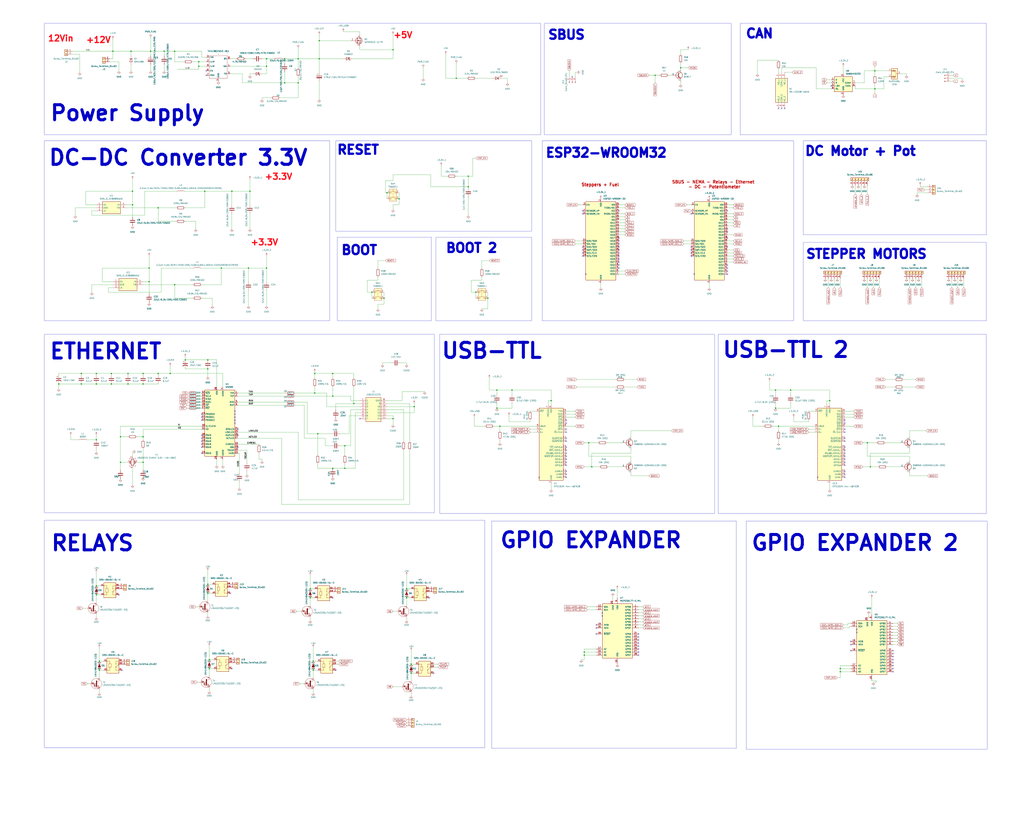
<source format=kicad_sch>
(kicad_sch (version 20231120) (generator "eeschema") (generator_version "8.0")
  (paper "User" 863.6 685.8)
  (title_block (title "Boat Hardware System") (date "2025-05-17") (rev "V2.0") (company "Robo-tech"))
  (lib_symbols
    (symbol "Connector:Conn_01x03_Pin" (pin_names (offset 1.016) hide)
      (property "Reference" "J" (at 0 5.08 0))
      (property "Value" "Conn_01x03_Pin" (at 0 -5.08 0))
      (symbol "Conn_01x03_Pin_1_1"
        (pin passive line (at 5.08 2.54 180) (length 3.81) (name "Pin_1") (number "1"))
        (pin passive line (at 5.08 0 180) (length 3.81) (name "Pin_2") (number "2"))
        (pin passive line (at 5.08 -2.54 180) (length 3.81) (name "Pin_3") (number "3"))
      )
    )
    (symbol "Connector:Screw_Terminal_01x02" (pin_names (offset 1.016) hide)
      (property "Reference" "J" (at 0 2.54 0))
      (property "Value" "Screw_Terminal_01x02" (at 0 -5.08 0))
      (symbol "Screw_Terminal_01x02_1_1"
        (pin passive line (at -5.08 0 0) (length 3.81) (name "Pin_1") (number "1"))
        (pin passive line (at -5.08 -2.54 0) (length 3.81) (name "Pin_2") (number "2"))
      )
    )
    (symbol "Connector:Screw_Terminal_01x03" (pin_names (offset 1.016) hide)
      (property "Reference" "J" (at 0 5.08 0))
      (property "Value" "Screw_Terminal_01x03" (at 0 -5.08 0))
      (symbol "Screw_Terminal_01x03_1_1"
        (pin passive line (at -5.08 2.54 0) (length 3.81) (name "Pin_1") (number "1"))
        (pin passive line (at -5.08 0 0) (length 3.81) (name "Pin_2") (number "2"))
        (pin passive line (at -5.08 -2.54 0) (length 3.81) (name "Pin_3") (number "3"))
      )
    )
    (symbol "Connector:Screw_Terminal_01x06" (pin_names (offset 1.016) hide)
      (property "Reference" "J" (at 0 7.62 0))
      (property "Value" "Screw_Terminal_01x06" (at 0 -10.16 0))
      (symbol "Screw_Terminal_01x06_1_1"
        (pin passive line (at -5.08 5.08 0) (length 3.81) (name "Pin_1") (number "1"))
        (pin passive line (at -5.08 2.54 0) (length 3.81) (name "Pin_2") (number "2"))
        (pin passive line (at -5.08 0 0) (length 3.81) (name "Pin_3") (number "3"))
        (pin passive line (at -5.08 -2.54 0) (length 3.81) (name "Pin_4") (number "4"))
        (pin passive line (at -5.08 -5.08 0) (length 3.81) (name "Pin_5") (number "5"))
        (pin passive line (at -5.08 -7.62 0) (length 3.81) (name "Pin_6") (number "6"))
      )
    )
    (symbol "Connector:USB_C_Receptacle_USB2.0_16P" (pin_names (offset 1.016))
      (property "Reference" "J" (at 0 22.225 0))
      (property "Value" "USB_C_Receptacle_USB2.0_16P" (at 0 19.685 0))
      (symbol "USB_C_Receptacle_USB2.0_16P_1_1"
        (pin passive line (at 0 -22.86 90) (length 5.08) (name "GND") (number "A1"))
        (pin passive line (at 0 -22.86 90) (length 5.08) hide (name "GND") (number "A12"))
        (pin passive line (at 15.24 15.24 180) (length 5.08) (name "VBUS") (number "A4"))
        (pin bidirectional line (at 15.24 10.16 180) (length 5.08) (name "CC1") (number "A5"))
        (pin bidirectional line (at 15.24 -2.54 180) (length 5.08) (name "D+") (number "A6"))
        (pin bidirectional line (at 15.24 2.54 180) (length 5.08) (name "D-") (number "A7"))
        (pin bidirectional line (at 15.24 -12.7 180) (length 5.08) (name "SBU1") (number "A8"))
        (pin passive line (at 15.24 15.24 180) (length 5.08) hide (name "VBUS") (number "A9"))
        (pin passive line (at 0 -22.86 90) (length 5.08) hide (name "GND") (number "B1"))
        (pin passive line (at 0 -22.86 90) (length 5.08) hide (name "GND") (number "B12"))
        (pin passive line (at 15.24 15.24 180) (length 5.08) hide (name "VBUS") (number "B4"))
        (pin bidirectional line (at 15.24 7.62 180) (length 5.08) (name "CC2") (number "B5"))
        (pin bidirectional line (at 15.24 -5.08 180) (length 5.08) (name "D+") (number "B6"))
        (pin bidirectional line (at 15.24 0 180) (length 5.08) (name "D-") (number "B7"))
        (pin bidirectional line (at 15.24 -15.24 180) (length 5.08) (name "SBU2") (number "B8"))
        (pin passive line (at 15.24 15.24 180) (length 5.08) hide (name "VBUS") (number "B9"))
        (pin passive line (at -7.62 -22.86 90) (length 5.08) (name "SHIELD") (number "S1"))
      )
    )
    (symbol "CustomESP:SRD-05VDC-SL-C" (pin_names (offset 1.016))
      (property "Reference" "K" (at -5.0809 5.843 0))
      (property "Value" "SRD-05VDC-SL-C" (at -5.0832 -10.1664 0))
      (symbol "SRD-05VDC-SL-C_0_0"
        (pin passive line (at -7.62 2.54 0) (length 2.54) (name "~") (number "A1"))
        (pin passive line (at -7.62 -5.08 0) (length 2.54) (name "~") (number "A2"))
        (pin passive line (at 7.62 0 180) (length 2.54) (name "~") (number "COM"))
        (pin passive line (at 7.62 -5.08 180) (length 2.54) (name "~") (number "NC"))
        (pin passive line (at 7.62 2.54 180) (length 2.54) (name "~") (number "NO"))
      )
    )
    (symbol "Device:C" (pin_numbers hide) (pin_names (offset 0.254))
      (property "Reference" "C" (at 0.635 2.54 0))
      (property "Value" "C" (at 0.635 -2.54 0))
      (symbol "C_1_1"
        (pin passive line (at 0 3.81 270) (length 2.794) (name "~") (number "1"))
        (pin passive line (at 0 -3.81 90) (length 2.794) (name "~") (number "2"))
      )
    )
    (symbol "Device:C_Polarized" (pin_numbers hide) (pin_names (offset 0.254))
      (property "Reference" "C" (at 0.635 2.54 0))
      (property "Value" "C_Polarized" (at 0.635 -2.54 0))
      (symbol "C_Polarized_1_1"
        (pin passive line (at 0 3.81 270) (length 2.794) (name "~") (number "1"))
        (pin passive line (at 0 -3.81 90) (length 2.794) (name "~") (number "2"))
      )
    )
    (symbol "Device:C_Polarized_US" (pin_numbers hide) (pin_names (offset 0.254) hide)
      (property "Reference" "C" (at 0.635 2.54 0))
      (property "Value" "C_Polarized_US" (at 0.635 -2.54 0))
      (symbol "C_Polarized_US_1_1"
        (pin passive line (at 0 3.81 270) (length 2.794) (name "~") (number "1"))
        (pin passive line (at 0 -3.81 90) (length 3.302) (name "~") (number "2"))
      )
    )
    (symbol "Device:Crystal_GND24" (pin_names (offset 1.016) hide)
      (property "Reference" "Y" (at 3.175 5.08 0))
      (property "Value" "Crystal_GND24" (at 3.175 3.175 0))
      (symbol "Crystal_GND24_1_1"
        (pin passive line (at -3.81 0 0) (length 1.27) (name "1") (number "1"))
        (pin passive line (at 0 5.08 270) (length 1.27) (name "2") (number "2"))
        (pin passive line (at 3.81 0 180) (length 1.27) (name "3") (number "3"))
        (pin passive line (at 0 -5.08 90) (length 1.27) (name "4") (number "4"))
      )
    )
    (symbol "Device:L" (pin_numbers hide) (pin_names (offset 1.016) hide)
      (property "Reference" "L" (at -1.27 0 90))
      (property "Value" "L" (at 1.905 0 90))
      (symbol "L_1_1"
        (pin passive line (at 0 3.81 270) (length 1.27) (name "1") (number "1"))
        (pin passive line (at 0 -3.81 90) (length 1.27) (name "2") (number "2"))
      )
    )
    (symbol "Device:LED" (pin_numbers hide) (pin_names (offset 1.016) hide)
      (property "Reference" "D" (at 0 2.54 0))
      (property "Value" "LED" (at 0 -2.54 0))
      (symbol "LED_1_1"
        (pin passive line (at -3.81 0 0) (length 2.54) (name "K") (number "1"))
        (pin passive line (at 3.81 0 180) (length 2.54) (name "A") (number "2"))
      )
    )
    (symbol "Device:L_Ferrite" (pin_numbers hide) (pin_names (offset 1.016) hide)
      (property "Reference" "L" (at -1.27 0 90))
      (property "Value" "L_Ferrite" (at 2.794 0 90))
      (symbol "L_Ferrite_1_1"
        (pin passive line (at 0 3.81 270) (length 1.27) (name "1") (number "1"))
        (pin passive line (at 0 -3.81 90) (length 1.27) (name "2") (number "2"))
      )
    )
    (symbol "Device:Q_PMOS_DGS" (pin_names (offset 0) hide)
      (property "Reference" "Q" (at 5.08 1.27 0))
      (property "Value" "Q_PMOS_DGS" (at 5.08 -1.27 0))
      (symbol "Q_PMOS_DGS_1_1"
        (pin passive line (at 2.54 5.08 270) (length 2.54) (name "D") (number "1"))
        (pin input line (at -5.08 0 0) (length 2.54) (name "G") (number "2"))
        (pin passive line (at 2.54 -5.08 90) (length 2.54) (name "S") (number "3"))
      )
    )
    (symbol "Device:R" (pin_numbers hide) (pin_names (offset 0))
      (property "Reference" "R" (at 2.032 0 90))
      (property "Value" "R" (at 0 0 90))
      (symbol "R_1_1"
        (pin passive line (at 0 3.81 270) (length 1.27) (name "~") (number "1"))
        (pin passive line (at 0 -3.81 90) (length 1.27) (name "~") (number "2"))
      )
    )
    (symbol "Diode:1N5822" (pin_numbers hide) (pin_names (offset 1.016) hide)
      (property "Reference" "D" (at 0 2.54 0))
      (property "Value" "1N5822" (at 0 -2.54 0))
      (symbol "1N5822_1_1"
        (pin passive line (at -3.81 0 0) (length 2.54) (name "K") (number "1"))
        (pin passive line (at 3.81 0 180) (length 2.54) (name "A") (number "2"))
      )
    )
    (symbol "Diode:SMAJ58A" (pin_numbers hide) (pin_names (offset 1.016) hide)
      (property "Reference" "D" (at 0 2.54 0))
      (property "Value" "SMAJ58A" (at 0 -2.54 0))
      (symbol "SMAJ58A_1_1"
        (pin passive line (at -3.81 0 0) (length 2.54) (name "A1") (number "1"))
        (pin passive line (at 3.81 0 180) (length 2.54) (name "A2") (number "2"))
      )
    )
    (symbol "Diode:SS310" (pin_numbers hide) (pin_names (offset 1.016) hide)
      (property "Reference" "D" (at 0 2.54 0))
      (property "Value" "SS310" (at 0 -2.54 0))
      (symbol "SS310_1_1"
        (pin passive line (at -3.81 0 0) (length 2.54) (name "K") (number "1"))
        (pin passive line (at 3.81 0 180) (length 2.54) (name "A") (number "2"))
      )
    )
    (symbol "ESP32-C6-EVB_Rev_A:+5V" (power) (pin_names (offset 0))
      (property "Value" "+5V" (at 0 3.556 0))
      (symbol "+5V_1_1"
        (pin power_in line (at 0 0 90) (length 0) hide (name "+5V") (number "1"))
      )
    )
    (symbol "ESP32-C6-EVB_Rev_A:D" (pin_names (offset 0))
      (property "Reference" "D" (at 0 -2.54 0))
      (property "Value" "D" (at 0 2.54 0))
      (symbol "D_1_1"
        (pin passive line (at -3.81 0 0) (length 2.54) (name "K") (number "1"))
        (pin passive line (at 3.81 0 180) (length 2.54) (name "A") (number "2"))
      )
    )
    (symbol "ESP32-C6-EVB_Rev_A:GND" (power) (pin_names (offset 0))
      (property "Value" "GND" (at 0 -3.81 0))
      (symbol "GND_1_1"
        (pin power_in line (at 0 0 270) (length 0) hide (name "GND") (number "1"))
      )
    )
    (symbol "ESP32-C6-EVB_Rev_A:LMUN2235LT1G(SOT-23)" (pin_names (offset 0) hide)
      (property "Reference" "T" (at 5.08 0 0))
      (property "Value" "LMUN2235LT1G(SOT-23)" (at 5.08 -2.54 0))
      (symbol "LMUN2235LT1G(SOT-23)_1_0"
        (text "2k" (at -2.7686 0.7366 0) (effects (font (size 0.6096 0.6096))))
        (text "47k" (at -2.0066 -1.4986 900) (effects (font (size 0.6096 0.6096))))
      )
      (symbol "LMUN2235LT1G(SOT-23)_1_1"
        (pin passive line (at -5.08 0 0) (length 2.54) (name "B") (number "1"))
        (pin passive line (at 2.54 -5.08 90) (length 2.54) (name "E") (number "2"))
        (pin passive line (at 2.54 5.08 270) (length 2.54) (name "C") (number "3"))
      )
    )
    (symbol "ESP_Project:J1B1211CCD"
      (property "Reference" "J" (at 19.05 7.62 0))
      (property "Value" "J1B1211CCD" (at 19.05 5.08 0))
      (symbol "J1B1211CCD_1_1"
        (pin passive line (at 0 0 0) (length 5.08) (name "1") (number "1"))
        (pin passive line (at 22.86 -5.08 180) (length 5.08) (name "10") (number "10"))
        (pin passive line (at 22.86 -7.62 180) (length 5.08) (name "11") (number "11"))
        (pin passive line (at 22.86 -10.16 180) (length 5.08) (name "12") (number "12"))
        (pin passive line (at 22.86 -12.7 180) (length 5.08) (name "13") (number "13"))
        (pin passive line (at 22.86 -15.24 180) (length 5.08) (name "14") (number "14"))
        (pin passive line (at 0 -2.54 0) (length 5.08) (name "2") (number "2"))
        (pin passive line (at 0 -5.08 0) (length 5.08) (name "3") (number "3"))
        (pin passive line (at 0 -7.62 0) (length 5.08) (name "4") (number "4"))
        (pin passive line (at 0 -10.16 0) (length 5.08) (name "5") (number "5"))
        (pin passive line (at 0 -12.7 0) (length 5.08) (name "6") (number "6"))
        (pin passive line (at 0 -15.24 0) (length 5.08) (name "7") (number "7"))
        (pin passive line (at 22.86 0 180) (length 5.08) (name "GND") (number "8"))
        (pin passive line (at 22.86 -2.54 180) (length 5.08) (name "9") (number "9"))
      )
    )
    (symbol "ESP_Project:SMD_IC_SY8089AAAC"
      (property "Reference" "IC" (at 21.59 7.62 0))
      (property "Value" "SMD_IC_SY8089AAAC" (at 21.59 5.08 0))
      (symbol "SMD_IC_SY8089AAAC_1_1"
        (pin passive line (at 0 0 0) (length 5.08) (name "EN") (number "1"))
        (pin passive line (at 0 -2.54 0) (length 5.08) (name "GND") (number "2"))
        (pin passive line (at 0 -5.08 0) (length 5.08) (name "LX") (number "3"))
        (pin passive line (at 25.4 0 180) (length 5.08) (name "IN") (number "4"))
        (pin passive line (at 25.4 -2.54 180) (length 5.08) (name "FB") (number "5"))
      )
    )
    (symbol "ESP_Project:TX4138"
      (property "Reference" "TX4138" (at 0 0 0))
      (symbol "TX4138_1_1"
        (pin input line (at 11.43 -10.16 180) (length 2.54) (name "SW") (number "1"))
        (pin input line (at -8.89 -6.35 0) (length 2.54) (name "ILIM") (number "2"))
        (pin input line (at -8.89 -2.54 0) (length 2.54) (name "VIN") (number "3"))
        (pin power_in line (at 1.27 -22.86 90) (length 2.54) (name "GND") (number "4"))
        (pin input line (at 11.43 -16.51 180) (length 2.54) (name "FB") (number "5"))
        (pin input line (at -8.89 -13.97 0) (length 2.54) (name "EN") (number "6"))
        (pin input line (at -8.89 -17.78 0) (length 2.54) (name "POK") (number "7"))
        (pin input line (at 11.43 -3.81 180) (length 2.54) (name "BS") (number "8"))
        (pin input line (at -8.89 -10.16 0) (length 2.54) (name "ILIM") (number "9"))
      )
    )
    (symbol "Interface_CAN_LIN:SN65HVD233" (pin_names (offset 1.016))
      (property "Reference" "U" (at -2.54 10.16 0))
      (property "Value" "SN65HVD233" (at -2.54 7.62 0))
      (symbol "SN65HVD233_1_1"
        (pin input line (at -10.16 2.54 0) (length 2.54) (name "D") (number "1"))
        (pin power_in line (at 0 -10.16 90) (length 2.54) (name "GND") (number "2"))
        (pin power_in line (at 0 7.62 270) (length 2.54) (name "VCC") (number "3"))
        (pin output line (at -10.16 0 0) (length 2.54) (name "R") (number "4"))
        (pin input line (at -10.16 -2.54 0) (length 2.54) (name "LBK") (number "5"))
        (pin bidirectional line (at 10.16 -2.54 180) (length 2.54) (name "CANL") (number "6"))
        (pin bidirectional line (at 10.16 0 180) (length 2.54) (name "CANH") (number "7"))
        (pin input line (at -10.16 -5.08 0) (length 2.54) (name "Rs") (number "8"))
      )
    )
    (symbol "Interface_Ethernet:W5500"
      (property "Reference" "U" (at -11.43 29.21 0))
      (property "Value" "W5500" (at 8.89 29.21 0))
      (symbol "W5500_1_1"
        (pin output line (at 15.24 25.4 180) (length 2.54) (name "TXN") (number "1"))
        (pin passive line (at 15.24 -17.78 180) (length 2.54) (name "EXRES1") (number "10"))
        (pin passive line (at 2.54 30.48 270) (length 2.54) hide (name "AVDD") (number "11"))
        (pin no_connect line (at 12.7 7.62 180) (length 2.54) hide (name "NC") (number "12"))
        (pin no_connect line (at 12.7 5.08 180) (length 2.54) hide (name "NC") (number "13"))
        (pin passive line (at 2.54 -30.48 90) (length 2.54) hide (name "AGND") (number "14"))
        (pin passive line (at 2.54 30.48 270) (length 2.54) hide (name "AVDD") (number "15"))
        (pin passive line (at 2.54 -30.48 90) (length 2.54) hide (name "AGND") (number "16"))
        (pin passive line (at 2.54 30.48 270) (length 2.54) hide (name "AVDD") (number "17"))
        (pin passive line (at 15.24 -20.32 180) (length 2.54) (name "VBG") (number "18"))
        (pin passive line (at 2.54 -30.48 90) (length 2.54) hide (name "AGND") (number "19"))
        (pin output line (at 15.24 22.86 180) (length 2.54) (name "TXP") (number "2"))
        (pin passive line (at 15.24 -22.86 180) (length 2.54) (name "TOCAP") (number "20"))
        (pin passive line (at 2.54 30.48 270) (length 2.54) hide (name "AVDD") (number "21"))
        (pin output line (at 15.24 -25.4 180) (length 2.54) (name "1V2O") (number "22"))
        (pin input line (at -15.24 -25.4 0) (length 2.54) (name "RSVD") (number "23"))
        (pin output line (at 15.24 -5.08 180) (length 2.54) (name "SPDLED") (number "24"))
        (pin output line (at 15.24 -7.62 180) (length 2.54) (name "LINKLED") (number "25"))
        (pin output line (at 15.24 -10.16 180) (length 2.54) (name "DUPLED") (number "26"))
        (pin output line (at 15.24 -12.7 180) (length 2.54) (name "ACTLED") (number "27"))
        (pin power_in line (at -2.54 30.48 270) (length 2.54) (name "VDD") (number "28"))
        (pin power_in line (at -2.54 -30.48 90) (length 2.54) (name "GND") (number "29"))
        (pin power_in line (at 2.54 -30.48 90) (length 2.54) (name "AGND") (number "3"))
        (pin input line (at -15.24 -2.54 0) (length 2.54) (name "XI/CLKIN") (number "30"))
        (pin output line (at -15.24 -5.08 0) (length 2.54) (name "XO") (number "31"))
        (pin input line (at -15.24 25.4 0) (length 2.54) (name "~{SCS}") (number "32"))
        (pin input line (at -15.24 22.86 0) (length 2.54) (name "SCLK") (number "33"))
        (pin output line (at -15.24 20.32 0) (length 2.54) (name "MISO") (number "34"))
        (pin input line (at -15.24 17.78 0) (length 2.54) (name "MOSI") (number "35"))
        (pin input line (at -15.24 15.24 0) (length 2.54) (name "~{INT}") (number "36"))
        (pin input line (at -15.24 12.7 0) (length 2.54) (name "~{RST}") (number "37"))
        (pin input line (at -15.24 -10.16 0) (length 2.54) (name "RSVD") (number "38"))
        (pin input line (at -15.24 -12.7 0) (length 2.54) (name "RSVD") (number "39"))
        (pin power_in line (at 2.54 30.48 270) (length 2.54) (name "AVDD") (number "4"))
        (pin input line (at -15.24 -15.24 0) (length 2.54) (name "RSVD") (number "40"))
        (pin input line (at -15.24 -17.78 0) (length 2.54) (name "RSVD") (number "41"))
        (pin input line (at -15.24 -20.32 0) (length 2.54) (name "RSVD") (number "42"))
        (pin input line (at -15.24 2.54 0) (length 2.54) (name "PMODE2") (number "43"))
        (pin input line (at -15.24 5.08 0) (length 2.54) (name "PMODE1") (number "44"))
        (pin input line (at -15.24 7.62 0) (length 2.54) (name "PMODE0") (number "45"))
        (pin no_connect line (at 12.7 2.54 180) (length 2.54) hide (name "NC") (number "46"))
        (pin no_connect line (at 12.7 0 180) (length 2.54) hide (name "NC") (number "47"))
        (pin passive line (at 2.54 -30.48 90) (length 2.54) hide (name "AGND") (number "48"))
        (pin input line (at 15.24 17.78 180) (length 2.54) (name "RXN") (number "5"))
        (pin input line (at 15.24 15.24 180) (length 2.54) (name "RXP") (number "6"))
        (pin no_connect line (at 12.7 10.16 180) (length 2.54) hide (name "DNC") (number "7"))
        (pin passive line (at 2.54 30.48 270) (length 2.54) hide (name "AVDD") (number "8"))
        (pin passive line (at 2.54 -30.48 90) (length 2.54) hide (name "AGND") (number "9"))
      )
    )
    (symbol "Interface_Expansion:MCP23017_SO" (pin_names (offset 1.016))
      (property "Reference" "U5" (at 2.1941 27.94 0))
      (property "Value" "MCP23017T-E/ML" (at 2.1941 25.4 0))
      (symbol "MCP23017_SO_1_1"
        (pin bidirectional line (at 17.78 20.32 180) (length 5.08) (name "GPB0") (number "1"))
        (pin power_in line (at 0 -27.94 90) (length 5.08) (name "VSS") (number "10"))
        (pin no_connect line (at -12.7 15.24 0) (length 5.08) hide (name "NC") (number "11"))
        (pin input line (at -17.78 17.78 0) (length 5.08) (name "SCK") (number "12"))
        (pin bidirectional line (at -17.78 20.32 0) (length 5.08) (name "SDA") (number "13"))
        (pin no_connect line (at -12.7 12.7 0) (length 5.08) hide (name "NC") (number "14"))
        (pin input line (at -17.78 -20.32 0) (length 5.08) (name "A0") (number "15"))
        (pin input line (at -17.78 -17.78 0) (length 5.08) (name "A1") (number "16"))
        (pin input line (at -17.78 -15.24 0) (length 5.08) (name "A2") (number "17"))
        (pin input line (at -17.78 -2.54 0) (length 5.08) (name "~{RESET}") (number "18"))
        (pin tri_state line (at -17.78 5.08 0) (length 5.08) (name "INTB") (number "19"))
        (pin bidirectional line (at 17.78 17.78 180) (length 5.08) (name "GPB1") (number "2"))
        (pin tri_state line (at -17.78 2.54 0) (length 5.08) (name "INTA") (number "20"))
        (pin bidirectional line (at 17.78 -2.54 180) (length 5.08) (name "GPA0") (number "21"))
        (pin bidirectional line (at 17.78 -5.08 180) (length 5.08) (name "GPA1") (number "22"))
        (pin bidirectional line (at 17.78 -7.62 180) (length 5.08) (name "GPA2") (number "23"))
        (pin bidirectional line (at 17.78 -10.16 180) (length 5.08) (name "GPA3") (number "24"))
        (pin bidirectional line (at 17.78 -12.7 180) (length 5.08) (name "GPA4") (number "25"))
        (pin bidirectional line (at 17.78 -15.24 180) (length 5.08) (name "GPA5") (number "26"))
        (pin bidirectional line (at 17.78 -17.78 180) (length 5.08) (name "GPA6") (number "27"))
        (pin bidirectional line (at 17.78 -20.32 180) (length 5.08) (name "GPA7") (number "28"))
        (pin power_in line (at -3.81 25.4 270) (length 2.54) (name "GND") (number "29"))
        (pin bidirectional line (at 17.78 15.24 180) (length 5.08) (name "GPB2") (number "3"))
        (pin bidirectional line (at 17.78 12.7 180) (length 5.08) (name "GPB3") (number "4"))
        (pin bidirectional line (at 17.78 10.16 180) (length 5.08) (name "GPB4") (number "5"))
        (pin bidirectional line (at 17.78 7.62 180) (length 5.08) (name "GPB5") (number "6"))
        (pin bidirectional line (at 17.78 5.08 180) (length 5.08) (name "GPB6") (number "7"))
        (pin bidirectional line (at 17.78 2.54 180) (length 5.08) (name "GPB7") (number "8"))
        (pin power_in line (at 0 27.94 270) (length 5.08) (name "VDD") (number "9"))
      )
    )
    (symbol "Interface_USB:CP2102N-Axx-xQFN28"
      (property "Reference" "U" (at -8.89 31.75 0))
      (property "Value" "CP2102N-Axx-xQFN28" (at 12.7 31.75 0))
      (symbol "CP2102N-Axx-xQFN28_1_1"
        (pin input line (at 12.7 12.7 180) (length 2.54) (name "~{DCD}") (number "1"))
        (pin no_connect line (at -10.16 -27.94 0) (length 2.54) hide (name "NC") (number "10"))
        (pin output line (at 12.7 2.54 180) (length 2.54) (name "~{SUSPEND}") (number "11"))
        (pin output line (at 12.7 5.08 180) (length 2.54) (name "SUSPEND") (number "12"))
        (pin output line (at 12.7 -22.86 180) (length 2.54) (name "CHREN") (number "13"))
        (pin output line (at 12.7 -27.94 180) (length 2.54) (name "CHR1") (number "14"))
        (pin output line (at 12.7 -25.4 180) (length 2.54) (name "CHR0") (number "15"))
        (pin bidirectional line (at 12.7 -10.16 180) (length 2.54) (name "~{WAKEUP}/GPIO.3") (number "16"))
        (pin bidirectional line (at 12.7 -7.62 180) (length 2.54) (name "RS485/GPIO.2") (number "17"))
        (pin bidirectional line (at 12.7 -5.08 180) (length 2.54) (name "~{RXT}/GPIO.1") (number "18"))
        (pin bidirectional line (at 12.7 -2.54 180) (length 2.54) (name "~{TXT}/GPIO.0") (number "19"))
        (pin bidirectional line (at 12.7 10.16 180) (length 2.54) (name "~{RI}/CLK") (number "2"))
        (pin bidirectional line (at 12.7 -17.78 180) (length 2.54) (name "GPIO.6") (number "20"))
        (pin bidirectional line (at 12.7 -15.24 180) (length 2.54) (name "GPIO.5") (number "21"))
        (pin bidirectional line (at 12.7 -12.7 180) (length 2.54) (name "GPIO.4") (number "22"))
        (pin input line (at 12.7 20.32 180) (length 2.54) (name "~{CTS}") (number "23"))
        (pin output line (at 12.7 22.86 180) (length 2.54) (name "~{RTS}") (number "24"))
        (pin input line (at 12.7 25.4 180) (length 2.54) (name "RXD") (number "25"))
        (pin output line (at 12.7 27.94 180) (length 2.54) (name "TXD") (number "26"))
        (pin input line (at 12.7 17.78 180) (length 2.54) (name "~{DSR}") (number "27"))
        (pin output line (at 12.7 15.24 180) (length 2.54) (name "~{DTR}") (number "28"))
        (pin passive line (at 0 -33.02 90) (length 2.54) hide (name "GND") (number "29"))
        (pin power_in line (at 0 -33.02 90) (length 2.54) (name "GND") (number "3"))
        (pin bidirectional line (at -12.7 10.16 0) (length 2.54) (name "D+") (number "4"))
        (pin bidirectional line (at -12.7 12.7 0) (length 2.54) (name "D-") (number "5"))
        (pin power_in line (at 0 33.02 270) (length 2.54) (name "VDD") (number "6"))
        (pin power_in line (at -2.54 33.02 270) (length 2.54) (name "VREGIN") (number "7"))
        (pin input line (at -12.7 15.24 0) (length 2.54) (name "VBUS") (number "8"))
        (pin input line (at -12.7 27.94 0) (length 2.54) (name "~{RST}") (number "9"))
      )
    )
    (symbol "Interface_USB:USB2514B_Bi" (pin_names (offset 1.016))
      (property "Reference" "U" (at -17.78 40.64 0))
      (property "Value" "USB2514B_Bi" (at -20.32 38.1 0))
      (symbol "USB2514B_Bi_1_1"
        (pin bidirectional line (at 27.94 22.86 180) (length 2.54) (name "USBDM_DN1/PRT_DIS_M1") (number "1"))
        (pin power_in line (at -5.08 38.1 270) (length 2.54) (name "VDDA33") (number "10"))
        (pin input line (at -27.94 7.62 0) (length 2.54) (name "TEST") (number "11"))
        (pin bidirectional line (at 27.94 17.78 180) (length 2.54) (name "PRTPWR1/BC_EN1") (number "12"))
        (pin input line (at 27.94 15.24 180) (length 2.54) (name "OCS_N1") (number "13"))
        (pin input line (at -27.94 -12.7 0) (length 2.54) (name "CRFILT") (number "14"))
        (pin power_in line (at 5.08 38.1 270) (length 2.54) (name "VDD33") (number "15"))
        (pin bidirectional line (at 27.94 5.08 180) (length 2.54) (name "PRTPWR2/BC_EN2") (number "16"))
        (pin input line (at 27.94 2.54 180) (length 2.54) (name "OCS_N2") (number "17"))
        (pin bidirectional line (at 27.94 -7.62 180) (length 2.54) (name "PRTPWR3/BC_EN3") (number "18"))
        (pin input line (at 27.94 -10.16 180) (length 2.54) (name "OCS_N3") (number "19"))
        (pin bidirectional line (at 27.94 20.32 180) (length 2.54) (name "USBDP_DN1/PRT_DIS_P1") (number "2"))
        (pin bidirectional line (at 27.94 -20.32 180) (length 2.54) (name "PRTPWR4/BC_EN4") (number "20"))
        (pin input line (at 27.94 -22.86 180) (length 2.54) (name "OCS_N4") (number "21"))
        (pin bidirectional line (at -27.94 -22.86 0) (length 2.54) (name "SDA/SMBDATA/NON_REM1") (number "22"))
        (pin power_in line (at 7.62 38.1 270) (length 2.54) (name "VDD33") (number "23"))
        (pin bidirectional line (at -27.94 -20.32 0) (length 2.54) (name "SCL/SMBCLK/CFG_SEL0") (number "24"))
        (pin bidirectional line (at -27.94 -27.94 0) (length 2.54) (name "HS_IND/CFG_SEL1") (number "25"))
        (pin input line (at -27.94 10.16 0) (length 2.54) (name "RESET_N") (number "26"))
        (pin input line (at -27.94 22.86 0) (length 2.54) (name "VBUS_DET") (number "27"))
        (pin bidirectional line (at -27.94 -25.4 0) (length 2.54) (name "SUSP_IND/LOCAL_PWR/NON_REM0") (number "28"))
        (pin power_in line (at -2.54 38.1 270) (length 2.54) (name "VDDA33") (number "29"))
        (pin bidirectional line (at 27.94 10.16 180) (length 2.54) (name "USBDM_DN2/PRT_DIS_M2") (number "3"))
        (pin bidirectional line (at -27.94 17.78 0) (length 2.54) (name "USBDM_UP") (number "30"))
        (pin bidirectional line (at -27.94 15.24 0) (length 2.54) (name "USBDP_UP") (number "31"))
        (pin output line (at -27.94 -5.08 0) (length 2.54) (name "XTALOUT") (number "32"))
        (pin input clock (at -27.94 -2.54 0) (length 2.54) (name "XTALIN/CLKIN") (number "33"))
        (pin input line (at -27.94 -10.16 0) (length 2.54) (name "PLLFILT") (number "34"))
        (pin input line (at -27.94 2.54 0) (length 2.54) (name "RBIAS") (number "35"))
        (pin power_in line (at 0 38.1 270) (length 2.54) (name "VDDA33") (number "36"))
        (pin power_in line (at 0 -38.1 90) (length 2.54) (name "VSS") (number "37"))
        (pin bidirectional line (at 27.94 7.62 180) (length 2.54) (name "USBDP_DN2/PRT_DIS_P2") (number "4"))
        (pin power_in line (at -7.62 38.1 270) (length 2.54) (name "VDDA33") (number "5"))
        (pin bidirectional line (at 27.94 -2.54 180) (length 2.54) (name "USBDM_DN3/PRT_DIS_M3") (number "6"))
        (pin bidirectional line (at 27.94 -5.08 180) (length 2.54) (name "USBDP_DN3/PRT_DIS_P3") (number "7"))
        (pin bidirectional line (at 27.94 -15.24 180) (length 2.54) (name "USBDM_DN4/PRT_DIS_M4") (number "8"))
        (pin bidirectional line (at 27.94 -17.78 180) (length 2.54) (name "USBDP_DN4/PRT_DIS_P4") (number "9"))
      )
    )
    (symbol "Power_Protection:NUP2105L" (pin_names hide)
      (property "Reference" "D" (at 5.715 2.54 0))
      (property "Value" "NUP2105L" (at 5.715 0.635 0))
      (symbol "NUP2105L_0_0"
        (pin passive line (at 0 -5.08 90) (length 2.54) (name "A") (number "3"))
      )
      (symbol "NUP2105L_1_1"
        (pin passive line (at -2.54 5.08 270) (length 2.54) (name "K") (number "1"))
        (pin passive line (at 2.54 5.08 270) (length 2.54) (name "K") (number "2"))
      )
    )
    (symbol "Power_Protection:USBLC6-2SC6" (pin_names hide)
      (property "Reference" "U" (at 0.635 5.715 0))
      (property "Value" "USBLC6-2SC6" (at 0.635 3.81 0))
      (symbol "USBLC6-2SC6_1_1"
        (pin passive line (at -5.08 0 0) (length 2.54) (name "I/O1") (number "1"))
        (pin passive line (at 0 -7.62 90) (length 2.54) (name "GND") (number "2"))
        (pin passive line (at -5.08 -2.54 0) (length 2.54) (name "I/O2") (number "3"))
        (pin passive line (at 5.08 -2.54 180) (length 2.54) (name "I/O2") (number "4"))
        (pin passive line (at 0 5.08 270) (length 2.54) (name "VBUS") (number "5"))
        (pin passive line (at 5.08 0 180) (length 2.54) (name "I/O1") (number "6"))
      )
    )
    (symbol "RF_Module:ESP32-WROOM-32"
      (property "Reference" "U" (at -12.7 34.29 0))
      (property "Value" "ESP32-WROOM-32" (at 1.27 34.29 0))
      (symbol "ESP32-WROOM-32_1_1"
        (pin power_in line (at 0 -35.56 90) (length 2.54) (name "GND") (number "1"))
        (pin bidirectional line (at 15.24 -12.7 180) (length 2.54) (name "IO25") (number "10"))
        (pin bidirectional line (at 15.24 -15.24 180) (length 2.54) (name "IO26") (number "11"))
        (pin bidirectional line (at 15.24 -17.78 180) (length 2.54) (name "IO27") (number "12"))
        (pin bidirectional line (at 15.24 10.16 180) (length 2.54) (name "IO14") (number "13"))
        (pin bidirectional line (at 15.24 15.24 180) (length 2.54) (name "IO12") (number "14"))
        (pin passive line (at 0 -35.56 90) (length 2.54) hide (name "GND") (number "15"))
        (pin bidirectional line (at 15.24 12.7 180) (length 2.54) (name "IO13") (number "16"))
        (pin bidirectional line (at -15.24 -5.08 0) (length 2.54) (name "SHD/SD2") (number "17"))
        (pin bidirectional line (at -15.24 -7.62 0) (length 2.54) (name "SWP/SD3") (number "18"))
        (pin bidirectional line (at -15.24 -12.7 0) (length 2.54) (name "SCS/CMD") (number "19"))
        (pin power_in line (at 0 35.56 270) (length 2.54) (name "VDD") (number "2"))
        (pin bidirectional line (at -15.24 -10.16 0) (length 2.54) (name "SCK/CLK") (number "20"))
        (pin bidirectional line (at -15.24 0 0) (length 2.54) (name "SDO/SD0") (number "21"))
        (pin bidirectional line (at -15.24 -2.54 0) (length 2.54) (name "SDI/SD1") (number "22"))
        (pin bidirectional line (at 15.24 7.62 180) (length 2.54) (name "IO15") (number "23"))
        (pin bidirectional line (at 15.24 25.4 180) (length 2.54) (name "IO2") (number "24"))
        (pin bidirectional line (at 15.24 30.48 180) (length 2.54) (name "IO0") (number "25"))
        (pin bidirectional line (at 15.24 20.32 180) (length 2.54) (name "IO4") (number "26"))
        (pin bidirectional line (at 15.24 5.08 180) (length 2.54) (name "IO16") (number "27"))
        (pin bidirectional line (at 15.24 2.54 180) (length 2.54) (name "IO17") (number "28"))
        (pin bidirectional line (at 15.24 17.78 180) (length 2.54) (name "IO5") (number "29"))
        (pin input line (at -15.24 30.48 0) (length 2.54) (name "EN") (number "3"))
        (pin bidirectional line (at 15.24 0 180) (length 2.54) (name "IO18") (number "30"))
        (pin bidirectional line (at 15.24 -2.54 180) (length 2.54) (name "IO19") (number "31"))
        (pin no_connect line (at -12.7 -27.94 0) (length 2.54) hide (name "NC") (number "32"))
        (pin bidirectional line (at 15.24 -5.08 180) (length 2.54) (name "IO21") (number "33"))
        (pin bidirectional line (at 15.24 22.86 180) (length 2.54) (name "RXD0/IO3") (number "34"))
        (pin bidirectional line (at 15.24 27.94 180) (length 2.54) (name "TXD0/IO1") (number "35"))
        (pin bidirectional line (at 15.24 -7.62 180) (length 2.54) (name "IO22") (number "36"))
        (pin bidirectional line (at 15.24 -10.16 180) (length 2.54) (name "IO23") (number "37"))
        (pin passive line (at 0 -35.56 90) (length 2.54) hide (name "GND") (number "38"))
        (pin passive line (at 0 -35.56 90) (length 2.54) hide (name "GND") (number "39"))
        (pin input line (at -15.24 25.4 0) (length 2.54) (name "SENSOR_VP") (number "4"))
        (pin input line (at -15.24 22.86 0) (length 2.54) (name "SENSOR_VN") (number "5"))
        (pin input line (at 15.24 -25.4 180) (length 2.54) (name "IO34") (number "6"))
        (pin input line (at 15.24 -27.94 180) (length 2.54) (name "IO35") (number "7"))
        (pin bidirectional line (at 15.24 -20.32 180) (length 2.54) (name "IO32") (number "8"))
        (pin bidirectional line (at 15.24 -22.86 180) (length 2.54) (name "IO33") (number "9"))
      )
    )
    (symbol "Regulator_Linear:SPX3819M5-L-3-3" (pin_names (offset 0.254))
      (property "Reference" "U" (at -3.81 5.715 0))
      (property "Value" "SPX3819M5-L-3-3" (at 0 5.715 0))
      (symbol "SPX3819M5-L-3-3_1_1"
        (pin power_in line (at -7.62 2.54 0) (length 2.54) (name "IN") (number "1"))
        (pin power_in line (at 0 -7.62 90) (length 2.54) (name "GND") (number "2"))
        (pin input line (at -7.62 0 0) (length 2.54) (name "EN") (number "3"))
        (pin input line (at 7.62 0 180) (length 2.54) (name "BP") (number "4"))
        (pin power_out line (at 7.62 2.54 180) (length 2.54) (name "OUT") (number "5"))
      )
    )
    (symbol "Simulation_SPICE:NPN" (pin_numbers hide) (pin_names (offset 0))
      (property "Reference" "Q" (at -2.54 7.62 0))
      (property "Value" "NPN" (at -2.54 5.08 0))
      (symbol "NPN_1_1"
        (pin open_collector line (at 2.54 5.08 270) (length 2.54) (name "C") (number "1"))
        (pin input line (at -5.08 0 0) (length 2.54) (name "B") (number "2"))
        (pin open_emitter line (at 2.54 -5.08 90) (length 2.54) (name "E") (number "3"))
      )
    )
    (symbol "Switch:SW_DPST_x2" (pin_names (offset 0) hide)
      (property "Reference" "SW" (at 0 3.175 0))
      (property "Value" "SW_DPST_x2" (at 0 -2.54 0))
      (symbol "SW_DPST_x2_1_1"
        (pin passive line (at -5.08 0 0) (length 2.54) (name "A") (number "1"))
        (pin passive line (at 5.08 0 180) (length 2.54) (name "B") (number "2"))
      )
      (symbol "SW_DPST_x2_2_1"
        (pin passive line (at -5.08 0 0) (length 2.54) (name "A") (number "3"))
        (pin passive line (at 5.08 0 180) (length 2.54) (name "B") (number "4"))
      )
    )
    (symbol "Switch:SW_Push_Dual" (pin_names (offset 1.016) hide)
      (property "Reference" "SW1" (at 0 10.16 0))
      (property "Value" "TS665CJ" (at 0 7.62 0))
      (symbol "SW_Push_Dual_0_1"
        (pin passive line (at -5.08 2.54 0) (length 2.54) (name "1") (number "1"))
        (pin passive line (at 5.08 2.54 180) (length 2.54) (name "2") (number "2"))
      )
      (symbol "SW_Push_Dual_1_1"
        (pin passive line (at -5.08 -2.54 0) (length 2.54) (name "1") (number "1"))
        (pin passive line (at 5.08 -2.54 180) (length 2.54) (name "2") (number "2"))
      )
    )
    (symbol "boatlib:MS-22D28-G020"
      (property "Reference" "S" (at 26.67 7.62 0))
      (property "Value" "MS-22D28-G020" (at 26.67 5.08 0))
      (symbol "MS-22D28-G020_1_1"
        (pin passive line (at 30.48 0 180) (length 5.08) (name "NO_1") (number "1"))
        (pin passive line (at 30.48 -2.54 180) (length 5.08) (name "COM_1") (number "2"))
        (pin passive line (at 30.48 -5.08 180) (length 5.08) (name "NC_1") (number "3"))
        (pin passive line (at 0 0 0) (length 5.08) (name "NO_2") (number "4"))
        (pin passive line (at 0 -2.54 0) (length 5.08) (name "COM_2") (number "5"))
        (pin passive line (at 0 -5.08 0) (length 5.08) (name "NC_2") (number "6"))
      )
    )
    (symbol "power:+12V" (power) (pin_numbers hide) (pin_names (offset 0) hide)
      (property "Value" "+12V" (at 0 3.556 0))
      (symbol "+12V_1_1"
        (pin power_in line (at 0 0 90) (length 0) (name "~") (number "1"))
      )
    )
    (symbol "power:+1V0" (power) (pin_numbers hide) (pin_names (offset 0) hide)
      (property "Value" "+1V0" (at 0 3.556 0))
      (symbol "+1V0_1_1"
        (pin power_in line (at 0 0 90) (length 0) (name "~") (number "1"))
      )
    )
    (symbol "power:+3.3V" (power) (pin_numbers hide) (pin_names (offset 0) hide)
      (property "Value" "+3.3V" (at 0 3.556 0))
      (symbol "+3.3V_1_1"
        (pin power_in line (at 0 0 90) (length 0) (name "~") (number "1"))
      )
    )
    (symbol "power:+3.3VA" (power) (pin_numbers hide) (pin_names (offset 0) hide)
      (property "Value" "+3.3VA" (at 0 3.556 0))
      (symbol "+3.3VA_1_1"
        (pin power_in line (at 0 0 90) (length 0) (name "~") (number "1"))
      )
    )
    (symbol "power:+5V" (power) (pin_numbers hide) (pin_names (offset 0) hide)
      (property "Value" "+5V" (at 0 3.556 0))
      (symbol "+5V_1_1"
        (pin power_in line (at 0 0 90) (length 0) (name "~") (number "1"))
      )
    )
    (symbol "power:GND" (power) (pin_numbers hide) (pin_names (offset 0) hide)
      (property "Value" "GND" (at 0 -3.81 0))
      (symbol "GND_1_1"
        (pin power_in line (at 0 0 270) (length 0) (name "~") (number "1"))
      )
    )
    (symbol "power:GNDPWR" (power) (pin_numbers hide) (pin_names (offset 0) hide)
      (property "Value" "GNDPWR" (at 0 -3.302 0))
      (symbol "GNDPWR_1_1"
        (pin power_in line (at 0 0 270) (length 0) (name "~") (number "1"))
      )
    )
    (symbol "power:GNDS" (power) (pin_numbers hide) (pin_names (offset 0) hide)
      (property "Value" "GNDS" (at 0 -3.81 0))
      (symbol "GNDS_1_1"
        (pin power_in line (at 0 0 270) (length 0) (name "~") (number "1"))
      )
    )
    (symbol "power:PWR_FLAG" (power) (pin_numbers hide) (pin_names (offset 0) hide)
      (property "Value" "PWR_FLAG" (at 0 3.81 0))
      (symbol "PWR_FLAG_0_0"
        (pin power_out line (at 0 0 90) (length 0) (name "~") (number "1"))
      )
    )
    (symbol "ubs_hub:MIC2099-1YMTTR"
      (property "Reference" "IC" (at 31.75 7.62 0))
      (property "Value" "MIC2099-1YMTTR" (at 31.75 5.08 0))
      (symbol "MIC2099-1YMTTR_1_1"
        (pin passive line (at 0 0 0) (length 5.08) (name "VOUT") (number "1"))
        (pin passive line (at 0 -2.54 0) (length 5.08) (name "ILIMIT") (number "2"))
        (pin passive line (at 0 -5.08 0) (length 5.08) (name "~{FAULT}") (number "3"))
        (pin passive line (at 35.56 -5.08 180) (length 5.08) (name "ENABLE") (number "4"))
        (pin passive line (at 35.56 -2.54 180) (length 5.08) (name "GND") (number "5"))
        (pin passive line (at 35.56 0 180) (length 5.08) (name "VIN") (number "6"))
        (pin passive line (at 17.78 -17.78 90) (length 5.08) (name "EP") (number "7"))
      )
    )
    (symbol "ubs_hub:XRCGB24M000F2P00R0" (pin_names (offset 1.016))
      (property "Reference" "Y1" (at 0 7.62 0))
      (property "Value" "XRCGB24M000F2P00R0" (at 0 5.08 0))
      (symbol "XRCGB24M000F2P00R0_0_0"
        (pin passive line (at -5.08 0 0) (length 2.54) (name "~") (number "1"))
        (pin passive line (at 5.08 0 180) (length 2.54) (name "~") (number "3"))
      )
      (symbol "XRCGB24M000F2P00R0_1_1"
        (pin input line (at -1.27 -5.08 90) (length 2.54) (name "") (number "2"))
        (pin input line (at 1.27 -5.08 90) (length 2.54) (name "") (number "4"))
      )
    )
  )
  (junction (at 419.1 344.17))
  (junction (at 280.67 394.97))
  (junction (at 734.06 393.7))
  (junction (at 1210.31 406.4))
  (junction (at 83.82 557.53))
  (junction (at 81.28 370.84))
  (junction (at 699.77 337.82))
  (junction (at 552.45 63.5))
  (junction (at 656.59 359.41))
  (junction (at 172.72 161.29))
  (junction (at 499.11 393.7))
  (junction (at 1272.54 394.97))
  (junction (at 394.97 157.48))
  (junction (at 1088.39 547.37))
  (junction (at 209.55 226.06))
  (junction (at 1009.65 396.24))
  (junction (at 186.69 226.06))
  (junction (at 175.26 303.53))
  (junction (at 269.24 34.29))
  (junction (at 240.03 49.53))
  (junction (at 1143 495.3))
  (junction (at 1210.31 394.97))
  (junction (at 261.62 496.57))
  (junction (at 147.32 240.03))
  (junction (at 431.8 328.93))
  (junction (at 210.82 161.29))
  (junction (at 269.24 49.53))
  (junction (at 1089.66 603.25))
  (junction (at 1200.15 406.4))
  (junction (at 666.75 328.93))
  (junction (at 464.82 337.82))
  (junction (at 265.43 331.47))
  (junction (at 107.95 323.85))
  (junction (at 708.66 563.88))
  (junction (at 384.81 66.04))
  (junction (at 342.9 496.57))
  (junction (at 346.71 560.07))
  (junction (at 264.16 565.15))
  (junction (at 1220.47 394.97))
  (junction (at 421.64 359.41))
  (junction (at 1226.82 491.49))
  (junction (at 251.46 49.53))
  (junction (at 280.67 314.96))
  (junction (at 411.48 251.46))
  (junction (at 83.82 565.15))
  (junction (at 737.87 74.93))
  (junction (at 1217.93 463.55))
  (junction (at 326.39 162.56))
  (junction (at 1231.9 406.4))
  (junction (at 331.47 353.06))
  (junction (at 1372.87 431.8))
  (junction (at 976.63 440.69))
  (junction (at 101.6 368.3))
  (junction (at 346.71 567.69))
  (junction (at 984.25 440.69))
  (junction (at 419.1 328.93))
  (junction (at 342.9 504.19))
  (junction (at 107.95 314.96))
  (junction (at 68.58 323.85))
  (junction (at 264.16 557.53))
  (junction (at 1275.08 394.97))
  (junction (at 176.53 556.26))
  (junction (at 224.79 226.06))
  (junction (at 574.04 57.15))
  (junction (at 95.25 43.18))
  (junction (at 1004.57 420.37))
  (junction (at 1252.22 406.4))
  (junction (at 1098.55 410.21))
  (junction (at 1225.55 430.53))
  (junction (at 1143 482.6))
  (junction (at 1125.22 482.6))
  (junction (at 1231.9 394.97))
  (junction (at 101.6 389.89))
  (junction (at 1252.22 394.97))
  (junction (at 1242.06 406.4))
  (junction (at 49.53 323.85))
  (junction (at 265.43 314.96))
  (junction (at 401.32 246.38))
  (junction (at 331.47 41.91))
  (junction (at 1170.94 547.37))
  (junction (at 1076.96 410.21))
  (junction (at 654.05 344.17))
  (junction (at 81.28 314.96))
  (junction (at 147.32 43.18))
  (junction (at 349.25 342.9))
  (junction (at 1243.33 491.49))
  (junction (at 1132.84 495.3))
  (junction (at 1217.93 491.49))
  (junction (at 110.49 43.18))
  (junction (at 120.65 323.85))
  (junction (at 175.26 492.76))
  (junction (at 175.26 500.38))
  (junction (at 120.65 389.89))
  (junction (at 125.73 226.06))
  (junction (at 267.97 365.76))
  (junction (at 143.51 314.96))
  (junction (at 1032.51 396.24))
  (junction (at 93.98 323.85))
  (junction (at 251.46 69.85))
  (junction (at 93.98 314.96))
  (junction (at 1263.65 394.97))
  (junction (at 138.43 43.18))
  (junction (at 261.62 504.19))
  (junction (at 394.97 148.59))
  (junction (at 1220.47 406.4))
  (junction (at 323.85 251.46))
  (junction (at 1240.79 491.49))
  (junction (at 81.28 501.65))
  (junction (at 298.45 340.36))
  (junction (at 133.35 175.26))
  (junction (at 290.83 375.92))
  (junction (at 1172.21 603.25))
  (junction (at 81.28 494.03))
  (junction (at 1004.57 412.75))
  (junction (at 133.35 314.96))
  (junction (at 496.57 373.38))
  (junction (at 167.64 52.07))
  (junction (at 708.66 566.42))
  (junction (at 111.76 161.29))
  (junction (at 125.73 237.49))
  (junction (at 492.76 552.45))
  (junction (at 1245.87 491.49))
  (junction (at 1135.38 495.3))
  (junction (at 336.55 167.64))
  (junction (at 1200.15 394.97))
  (junction (at 1018.54 396.24))
  (junction (at 175.26 311.15))
  (junction (at 81.28 323.85))
  (junction (at 167.64 55.88))
  (junction (at 1280.16 394.97))
  (junction (at 156.21 303.53))
  (junction (at 176.53 563.88))
  (junction (at 127 43.18))
  (junction (at 1009.65 400.05))
  (junction (at 1163.32 610.87))
  (junction (at 111.76 172.72))
  (junction (at 1371.6 463.55))
  (junction (at 224.79 49.53))
  (junction (at 1277.62 394.97))
  (junction (at 492.76 549.91))
  (junction (at 195.58 161.29))
  (junction (at 731.52 373.38))
  (junction (at 1162.05 554.99))
  (junction (at 1098.55 396.24))
  (junction (at 224.79 55.88))
  (junction (at 654.05 328.93))
  (junction (at 1285.24 394.97))
  (junction (at 313.69 246.38))
  (junction (at 737.87 59.69))
  (junction (at 280.67 334.01))
  (junction (at 120.65 314.96))
  (junction (at 120.65 368.3))
  (junction (at 1211.58 491.49))
  (junction (at 1049.02 396.24))
  (junction (at 290.83 394.97))
  (junction (at 68.58 314.96))
  (junction (at 1089.66 410.21))
  (junction (at 1242.06 394.97))
  (junction (at 240.03 69.85))
  (junction (at 1234.44 466.09))
  (no_connect (at 170.18 372.11))
  (no_connect (at 722.63 530.86))
  (no_connect (at 701.04 72.39))
  (no_connect (at 712.47 402.59))
  (no_connect (at 508 516.89))
  (no_connect (at 999.49 407.67))
  (no_connect (at 1308.1 471.17))
  (no_connect (at 712.47 389.89))
  (no_connect (at 303.53 353.06))
  (no_connect (at 477.52 389.89))
  (no_connect (at 477.52 384.81))
  (no_connect (at 1308.1 455.93))
  (no_connect (at 582.93 180.34))
  (no_connect (at 521.97 223.52))
  (no_connect (at 712.47 377.19))
  (no_connect (at 712.47 356.87))
  (no_connect (at 280.67 504.19))
  (no_connect (at 477.52 387.35))
  (no_connect (at 477.52 392.43))
  (no_connect (at 538.48 549.91))
  (no_connect (at 303.53 208.28))
  (no_connect (at 887.73 214.63))
  (no_connect (at 477.52 361.95))
  (no_connect (at 753.11 558.8))
  (no_connect (at 613.41 228.6))
  (no_connect (at 200.66 361.95))
  (no_connect (at 491.49 180.34))
  (no_connect (at 585.47 231.14))
  (no_connect (at 712.47 361.95))
  (no_connect (at 712.47 382.27))
  (no_connect (at 999.49 430.53))
  (no_connect (at 521.97 177.8))
  (no_connect (at 613.41 193.04))
  (no_connect (at 521.97 218.44))
  (no_connect (at 521.97 203.2))
  (no_connect (at 717.55 543.56))
  (no_connect (at 1308.1 458.47))
  (no_connect (at 491.49 177.8))
  (no_connect (at 477.52 364.49))
  (no_connect (at 521.97 226.06))
  (no_connect (at 521.97 205.74))
  (no_connect (at 613.41 208.28))
  (no_connect (at 712.47 400.05))
  (no_connect (at 482.6 64.77))
  (no_connect (at 753.11 563.88))
  (no_connect (at 613.41 223.52))
  (no_connect (at 365.76 567.69))
  (no_connect (at 753.11 548.64))
  (no_connect (at 1308.1 468.63))
  (no_connect (at 477.52 400.05))
  (no_connect (at 1308.1 476.25))
  (no_connect (at 521.97 220.98))
  (no_connect (at 477.52 397.51))
  (no_connect (at 753.11 551.18))
  (no_connect (at 521.97 208.28))
  (no_connect (at 656.59 91.44))
  (no_connect (at 200.66 367.03))
  (no_connect (at 689.61 402.59))
  (no_connect (at 170.18 367.03))
  (no_connect (at 491.49 210.82))
  (no_connect (at 712.47 387.35))
  (no_connect (at 502.92 534.67))
  (no_connect (at 582.93 208.28))
  (no_connect (at 712.47 392.43))
  (no_connect (at 170.18 349.25))
  (no_connect (at 477.52 372.11))
  (no_connect (at 582.93 213.36))
  (no_connect (at 477.52 356.87))
  (no_connect (at 999.49 405.13))
  (no_connect (at 717.55 548.64))
  (no_connect (at 477.52 369.57))
  (no_connect (at 753.11 561.34))
  (no_connect (at 361.95 504.19))
  (no_connect (at 712.47 384.81))
  (no_connect (at 538.48 537.21))
  (no_connect (at 1308.1 473.71))
  (no_connect (at 173.99 63.5))
  (no_connect (at 661.67 91.44))
  (no_connect (at 538.48 539.75))
  (no_connect (at 491.49 213.36))
  (no_connect (at 999.49 427.99))
  (no_connect (at 508 519.43))
  (no_connect (at 582.93 210.82))
  (no_connect (at 283.21 565.15))
  (no_connect (at 712.47 372.11))
  (no_connect (at 613.41 200.66))
  (no_connect (at 170.18 369.57))
  (no_connect (at 712.47 397.51))
  (no_connect (at 717.55 541.02))
  (no_connect (at 613.41 195.58))
  (no_connect (at 194.31 500.38))
  (no_connect (at 173.99 59.69))
  (no_connect (at 477.52 379.73))
  (no_connect (at 538.48 544.83))
  (no_connect (at 170.18 377.19))
  (no_connect (at 198.12 354.33))
  (no_connect (at 712.47 364.49))
  (no_connect (at 538.48 542.29))
  (no_connect (at 521.97 210.82))
  (no_connect (at 712.47 369.57))
  (no_connect (at 613.41 177.8))
  (no_connect (at 1308.1 461.01))
  (no_connect (at 170.18 382.27))
  (no_connect (at 502.92 527.05))
  (no_connect (at 200.66 377.19))
  (no_connect (at 477.52 377.19))
  (no_connect (at 722.63 533.4))
  (no_connect (at 753.11 553.72))
  (no_connect (at 712.47 379.73))
  (no_connect (at 198.12 346.71))
  (no_connect (at 491.49 208.28))
  (no_connect (at 521.97 215.9))
  (no_connect (at 613.41 226.06))
  (no_connect (at 477.52 382.27))
  (no_connect (at 521.97 213.36))
  (no_connect (at 170.18 374.65))
  (no_connect (at 538.48 547.37))
  (no_connect (at 538.48 534.67))
  (no_connect (at 170.18 351.79))
  (no_connect (at 170.18 354.33))
  (no_connect (at 102.87 565.15))
  (no_connect (at 502.92 529.59))
  (no_connect (at 753.11 566.42))
  (no_connect (at 659.13 91.44))
  (no_connect (at 195.58 563.88))
  (no_connect (at 100.33 501.65))
  (no_connect (at 198.12 356.87))
  (no_connect (at 494.03 231.14))
  (no_connect (at 477.52 354.33))
  (no_connect (at 582.93 215.9))
  (no_connect (at 1308.1 463.55))
  (no_connect (at 538.48 552.45))
  (no_connect (at 753.11 556.26))
  (no_connect (at 712.47 354.33))
  (no_connect (at 491.49 215.9))
  (no_connect (at 521.97 200.66))
  (no_connect (at 198.12 351.79))
  (no_connect (at 454.66 402.59))
  (no_connect (at 198.12 349.25))
  (no_connect (at 477.52 402.59))
  (no_connect (at 613.41 231.14))
  (wire (pts (xy 269.24 34.29) (xy 269.24 49.53)))
  (wire (pts (xy 527.05 320.04) (xy 537.21 320.04)))
  (wire (pts (xy 167.64 55.88) (xy 167.64 52.07)))
  (wire (pts (xy 167.64 52.07) (xy 173.99 52.07)))
  (wire (pts (xy 138.43 54.61) (xy 138.43 59.69)))
  (wire (pts (xy 100.33 52.07) (xy 92.71 52.07)))
  (wire (pts (xy 210.82 161.29) (xy 210.82 172.72)))
  (wire (pts (xy 372.11 148.59) (xy 372.11 139.7)))
  (wire (pts (xy 167.64 511.81) (xy 165.1 511.81)))
  (wire (pts (xy 208.28 400.05) (xy 208.28 397.51)))
  (wire (pts (xy 274.32 369.57) (xy 274.32 375.92)))
  (wire (pts (xy 1004.57 420.37) (xy 1004.57 417.83)))
  (wire (pts (xy 999.49 415.29) (xy 1004.57 415.29)))
  (wire (pts (xy 697.23 341.63) (xy 697.23 337.82)))
  (wire (pts (xy 1099.82 605.79) (xy 1099.82 610.87)))
  (wire (pts (xy 154.94 52.07) (xy 147.32 52.07)))
  (wire (pts (xy 1308.1 433.07) (xy 1313.18 433.07)))
  (wire (pts (xy 83.82 557.53) (xy 87.63 557.53)))
  (wire (pts (xy 1231.9 406.4) (xy 1220.47 406.4)))
  (wire (pts (xy 295.91 375.92) (xy 295.91 345.44)))
  (wire (pts (xy 1247.14 455.93) (xy 1252.22 455.93)))
  (wire (pts (xy 210.82 63.5) (xy 210.82 62.23)))
  (wire (pts (xy 175.26 311.15) (xy 175.26 317.5)))
  (wire (pts (xy 521.97 228.6) (xy 527.05 228.6)))
  (wire (pts (xy 661.67 60.96) (xy 668.02 60.96)))
  (wire (pts (xy 521.97 187.96) (xy 527.05 187.96)))
  (wire (pts (xy 240.03 69.85) (xy 240.03 60.96)))
  (wire (pts (xy 782.32 401.32) (xy 767.08 401.32)))
  (wire (pts (xy 1210.31 394.97) (xy 1220.47 394.97)))
  (wire (pts (xy 394.97 157.48) (xy 394.97 158.75)))
  (wire (pts (xy 95.25 49.53) (xy 95.25 43.18)))
  (wire (pts (xy 1220.47 396.24) (xy 1220.47 394.97)))
  (wire (pts (xy 1217.93 463.55) (xy 1252.22 463.55)))
  (wire (pts (xy 228.6 82.55) (xy 220.98 82.55)))
  (wire (pts (xy 777.24 234.95) (xy 777.24 242.57)))
  (wire (pts (xy 1099.82 618.49) (xy 1099.82 624.84)))
  (wire (pts (xy 737.87 55.88) (xy 737.87 59.69)))
  (wire (pts (xy 107.95 314.96) (xy 107.95 316.23)))
  (wire (pts (xy 485.14 205.74) (xy 491.49 205.74)))
  (wire (pts (xy 1211.58 491.49) (xy 1217.93 491.49)))
  (wire (pts (xy 767.08 382.27) (xy 734.06 382.27)))
  (wire (pts (xy 427.99 66.04) (xy 422.91 66.04)))
  (wire (pts (xy 1231.9 403.86) (xy 1231.9 406.4)))
  (wire (pts (xy 532.13 382.27) (xy 499.11 382.27)))
  (wire (pts (xy 269.24 49.53) (xy 251.46 49.53)))
  (wire (pts (xy 275.59 331.47) (xy 265.43 331.47)))
  (wire (pts (xy 999.49 412.75) (xy 1004.57 412.75)))
  (wire (pts (xy 165.1 193.04) (xy 165.1 186.69)))
  (wire (pts (xy 496.57 384.81) (xy 496.57 373.38)))
  (wire (pts (xy 83.82 571.5) (xy 83.82 565.15)))
  (wire (pts (xy 715.01 527.05) (xy 711.2 527.05)))
  (wire (pts (xy 107.95 323.85) (xy 120.65 323.85)))
  (wire (pts (xy 1004.57 415.29) (xy 1004.57 412.75)))
  (wire (pts (xy 1381.76 433.07) (xy 1372.87 433.07)))
  (wire (pts (xy 1089.66 400.05) (xy 1089.66 398.78)))
  (wire (pts (xy 125.73 237.49) (xy 125.73 247.65)))
  (wire (pts (xy 447.04 361.95) (xy 452.12 361.95)))
  (wire (pts (xy 120.65 361.95) (xy 120.65 368.3)))
  (wire (pts (xy 767.08 384.81) (xy 731.52 384.81)))
  (wire (pts (xy 346.71 548.64) (xy 346.71 560.07)))
  (wire (pts (xy 654.05 328.93) (xy 666.75 328.93)))
  (wire (pts (xy 1036.32 448.31) (xy 1040.13 448.31)))
  (wire (pts (xy 182.88 326.39) (xy 182.88 303.53)))
  (wire (pts (xy 195.58 161.29) (xy 172.72 161.29)))
  (wire (pts (xy 261.62 485.14) (xy 261.62 496.57)))
  (wire (pts (xy 513.08 393.7) (xy 524.51 393.7)))
  (wire (pts (xy 1162.05 554.99) (xy 1162.05 549.91)))
  (wire (pts (xy 1211.58 494.03) (xy 1211.58 491.49)))
  (wire (pts (xy 532.13 388.62) (xy 532.13 384.81)))
  (wire (pts (xy 764.54 63.5) (xy 764.54 62.23)))
  (wire (pts (xy 326.39 162.56) (xy 326.39 167.64)))
  (wire (pts (xy 1172.21 603.25) (xy 1172.21 595.63)))
  (wire (pts (xy 220.98 62.23) (xy 224.79 62.23)))
  (wire (pts (xy 1236.98 443.23) (xy 1252.22 443.23)))
  (wire (pts (xy 1240.79 473.71) (xy 1252.22 473.71)))
  (wire (pts (xy 323.85 246.38) (xy 323.85 251.46)))
  (wire (pts (xy 490.22 556.26) (xy 492.76 556.26)))
  (wire (pts (xy 384.81 148.59) (xy 394.97 148.59)))
  (wire (pts (xy 421.64 363.22) (xy 421.64 359.41)))
  (wire (pts (xy 1263.65 396.24) (xy 1263.65 394.97)))
  (wire (pts (xy 728.98 69.85) (xy 721.36 69.85)))
  (wire (pts (xy 552.45 63.5) (xy 552.45 69.85)))
  (wire (pts (xy 613.41 180.34) (xy 618.49 180.34)))
  (wire (pts (xy 656.59 359.41) (xy 651.51 359.41)))
  (wire (pts (xy 133.35 316.23) (xy 133.35 314.96)))
  (wire (pts (xy 807.72 234.95) (xy 807.72 242.57)))
  (wire (pts (xy 280.67 334.01) (xy 295.91 334.01)))
  (wire (pts (xy 486.41 320.04) (xy 519.43 320.04)))
  (wire (pts (xy 731.52 384.81) (xy 731.52 373.38)))
  (wire (pts (xy 1380.49 463.55) (xy 1371.6 463.55)))
  (wire (pts (xy 1004.57 410.21) (xy 1003.3 410.21)))
  (wire (pts (xy 735.33 574.04) (xy 739.14 574.04)))
  (wire (pts (xy 1226.82 491.49) (xy 1234.44 491.49)))
  (wire (pts (xy 81.28 381) (xy 81.28 378.46)))
  (wire (pts (xy 1217.93 463.55) (xy 1217.93 468.63)))
  (wire (pts (xy 1009.65 400.05) (xy 1009.65 396.24)))
  (wire (pts (xy 1242.06 394.97) (xy 1231.9 394.97)))
  (wire (pts (xy 1313.18 445.77) (xy 1308.1 445.77)))
  (wire (pts (xy 176.53 544.83) (xy 176.53 556.26)))
  (wire (pts (xy 1225.55 429.26) (xy 1225.55 430.53)))
  (wire (pts (xy 345.44 340.36) (xy 345.44 372.11)))
  (wire (pts (xy 166.37 331.47) (xy 170.18 331.47)))
  (wire (pts (xy 224.79 245.11) (xy 224.79 257.81)))
  (wire (pts (xy 295.91 334.01) (xy 295.91 337.82)))
  (wire (pts (xy 294.64 365.76) (xy 294.64 350.52)))
  (wire (pts (xy 224.79 226.06) (xy 224.79 237.49)))
  (wire (pts (xy 598.17 238.76) (xy 598.17 242.57)))
  (wire (pts (xy 574.04 53.34) (xy 574.04 57.15)))
  (wire (pts (xy 666.75 344.17) (xy 654.05 344.17)))
  (wire (pts (xy 121.92 161.29) (xy 148.59 161.29)))
  (wire (pts (xy 133.35 175.26) (xy 148.59 175.26)))
  (wire (pts (xy 290.83 394.97) (xy 280.67 394.97)))
  (wire (pts (xy 303.53 342.9) (xy 275.59 342.9)))
  (wire (pts (xy 521.97 172.72) (xy 527.05 172.72)))
  (wire (pts (xy 1217.93 491.49) (xy 1226.82 491.49)))
  (wire (pts (xy 1143 482.6) (xy 1139.19 482.6)))
  (wire (pts (xy 265.43 326.39) (xy 265.43 331.47)))
  (wire (pts (xy 220.98 49.53) (xy 224.79 49.53)))
  (wire (pts (xy 331.47 152.4) (xy 325.12 152.4)))
  (wire (pts (xy 656.59 58.42) (xy 656.59 60.96)))
  (wire (pts (xy 638.81 50.8) (xy 638.81 62.23)))
  (wire (pts (xy 248.92 341.63) (xy 256.54 341.63)))
  (wire (pts (xy 1277.62 394.97) (xy 1275.08 394.97)))
  (wire (pts (xy 1225.55 430.53) (xy 1225.55 431.8)))
  (wire (pts (xy 72.39 172.72) (xy 72.39 161.29)))
  (wire (pts (xy 527.05 326.39) (xy 537.21 326.39)))
  (wire (pts (xy 323.85 256.54) (xy 323.85 251.46)))
  (wire (pts (xy 1163.32 614.68) (xy 1163.32 610.87)))
  (wire (pts (xy 1089.66 612.14) (xy 1089.66 619.76)))
  (wire (pts (xy 209.55 226.06) (xy 186.69 226.06)))
  (wire (pts (xy 731.52 520.7) (xy 732.79 520.7)))
  (wire (pts (xy 342.9 504.19) (xy 346.71 504.19)))
  (wire (pts (xy 406.4 219.71) (xy 406.4 226.06)))
  (wire (pts (xy 1148.08 560.07) (xy 1148.08 552.45)))
  (wire (pts (xy 170.18 240.03) (xy 186.69 240.03)))
  (wire (pts (xy 697.23 69.85) (xy 701.04 69.85)))
  (wire (pts (xy 487.68 172.72) (xy 491.49 172.72)))
  (wire (pts (xy 345.44 379.73) (xy 345.44 425.45)))
  (wire (pts (xy 613.41 182.88) (xy 618.49 182.88)))
  (wire (pts (xy 125.73 237.49) (xy 125.73 226.06)))
  (wire (pts (xy 279.4 365.76) (xy 267.97 365.76)))
  (wire (pts (xy 1210.31 396.24) (xy 1210.31 394.97)))
  (wire (pts (xy 363.22 157.48) (xy 394.97 157.48)))
  (wire (pts (xy 1226.82 468.63) (xy 1226.82 466.09)))
  (wire (pts (xy 703.58 234.95) (xy 703.58 242.57)))
  (wire (pts (xy 1143 485.14) (xy 1143 482.6)))
  (wire (pts (xy 147.32 251.46) (xy 147.32 240.03)))
  (wire (pts (xy 93.98 314.96) (xy 93.98 316.23)))
  (wire (pts (xy 110.49 54.61) (xy 110.49 59.69)))
  (wire (pts (xy 1252.22 406.4) (xy 1242.06 406.4)))
  (wire (pts (xy 92.71 49.53) (xy 95.25 49.53)))
  (wire (pts (xy 331.47 147.32) (xy 363.22 147.32)))
  (wire (pts (xy 166.37 344.17) (xy 170.18 344.17)))
  (wire (pts (xy 753.11 541.02) (xy 756.92 541.02)))
  (wire (pts (xy 532.13 368.3) (xy 532.13 363.22)))
  (wire (pts (xy 346.71 584.2) (xy 346.71 586.74)))
  (wire (pts (xy 125.73 226.06) (xy 125.73 215.9)))
  (wire (pts (xy 166.37 341.63) (xy 170.18 341.63)))
  (wire (pts (xy 295.91 345.44) (xy 303.53 345.44)))
  (wire (pts (xy 127 43.18) (xy 110.49 43.18)))
  (wire (pts (xy 699.77 328.93) (xy 699.77 337.82)))
  (wire (pts (xy 406.4 260.35) (xy 411.48 260.35)))
  (wire (pts (xy 210.82 62.23) (xy 213.36 62.23)))
  (wire (pts (xy 1149.35 615.95) (xy 1149.35 608.33)))
  (wire (pts (xy 1220.47 394.97) (xy 1231.9 394.97)))
  (wire (pts (xy 186.69 226.06) (xy 170.18 226.06)))
  (wire (pts (xy 342.9 306.07) (xy 337.82 306.07)))
  (wire (pts (xy 1163.32 610.87) (xy 1163.32 605.79)))
  (wire (pts (xy 1200.15 394.97) (xy 1210.31 394.97)))
  (wire (pts (xy 295.91 337.82) (xy 303.53 337.82)))
  (wire (pts (xy 521.97 193.04) (xy 527.05 193.04)))
  (wire (pts (xy 100.33 59.69) (xy 100.33 52.07)))
  (wire (pts (xy 727.71 393.7) (xy 734.06 393.7)))
  (wire (pts (xy 287.02 375.92) (xy 290.83 375.92)))
  (wire (pts (xy 110.49 43.18) (xy 95.25 43.18)))
  (wire (pts (xy 734.06 382.27) (xy 734.06 393.7)))
  (wire (pts (xy 201.93 411.48) (xy 201.93 406.4)))
  (wire (pts (xy 502.92 547.37) (xy 492.76 547.37)))
  (wire (pts (xy 377.19 148.59) (xy 372.11 148.59)))
  (wire (pts (xy 200.66 364.49) (xy 251.46 364.49)))
  (wire (pts (xy 339.09 579.12) (xy 331.47 579.12)))
  (wire (pts (xy 95.25 43.18) (xy 60.96 43.18)))
  (wire (pts (xy 648.97 321.31) (xy 648.97 328.93)))
  (wire (pts (xy 656.59 363.22) (xy 656.59 359.41)))
  (wire (pts (xy 280.67 318.77) (xy 280.67 314.96)))
  (wire (pts (xy 220.98 387.35) (xy 220.98 388.62)))
  (wire (pts (xy 613.41 215.9) (xy 618.49 215.9)))
  (wire (pts (xy 538.48 514.35) (xy 542.29 514.35)))
  (wire (pts (xy 429.26 355.6) (xy 429.26 350.52)))
  (wire (pts (xy 1371.6 453.39) (xy 1371.6 455.93)))
  (wire (pts (xy 101.6 389.89) (xy 107.95 389.89)))
  (wire (pts (xy 179.07 251.46) (xy 170.18 251.46)))
  (wire (pts (xy 204.47 69.85) (xy 240.03 69.85)))
  (wire (pts (xy 1211.58 463.55) (xy 1217.93 463.55)))
  (wire (pts (xy 521.97 198.12) (xy 527.05 198.12)))
  (wire (pts (xy 91.44 246.38) (xy 135.89 246.38)))
  (wire (pts (xy 95.25 240.03) (xy 77.47 240.03)))
  (wire (pts (xy 81.28 501.65) (xy 85.09 501.65)))
  (wire (pts (xy 492.76 552.45) (xy 502.92 552.45)))
  (wire (pts (xy 1200.15 403.86) (xy 1200.15 406.4)))
  (wire (pts (xy 331.47 350.52) (xy 326.39 350.52)))
  (wire (pts (xy 220.98 387.35) (xy 218.44 387.35)))
  (wire (pts (xy 1089.66 407.67) (xy 1089.66 410.21)))
  (wire (pts (xy 280.67 314.96) (xy 298.45 314.96)))
  (wire (pts (xy 224.79 62.23) (xy 224.79 55.88)))
  (wire (pts (xy 1242.06 403.86) (xy 1242.06 406.4)))
  (wire (pts (xy 68.58 323.85) (xy 81.28 323.85)))
  (wire (pts (xy 1308.1 450.85) (xy 1313.18 450.85)))
  (wire (pts (xy 1055.37 448.31) (xy 1050.29 448.31)))
  (wire (pts (xy 280.67 326.39) (xy 280.67 334.01)))
  (wire (pts (xy 81.28 518.16) (xy 81.28 520.7)))
  (wire (pts (xy 369.57 560.07) (xy 365.76 560.07)))
  (wire (pts (xy 654.05 340.36) (xy 654.05 344.17)))
  (wire (pts (xy 1049.02 410.21) (xy 1076.96 410.21)))
  (wire (pts (xy 86.36 226.06) (xy 125.73 226.06)))
  (wire (pts (xy 613.41 218.44) (xy 618.49 218.44)))
  (wire (pts (xy 133.35 186.69) (xy 133.35 175.26)))
  (wire (pts (xy 753.11 538.48) (xy 756.92 538.48)))
  (wire (pts (xy 175.26 516.89) (xy 175.26 519.43)))
  (wire (pts (xy 716.28 528.32) (xy 717.55 528.32)))
  (wire (pts (xy 220.98 82.55) (xy 220.98 83.82)))
  (wire (pts (xy 172.72 175.26) (xy 172.72 161.29)))
  (wire (pts (xy 999.49 417.83) (xy 1004.57 417.83)))
  (wire (pts (xy 727.71 373.38) (xy 731.52 373.38)))
  (wire (pts (xy 325.12 152.4) (xy 325.12 162.56)))
  (wire (pts (xy 1098.55 396.24) (xy 1098.55 397.51)))
  (wire (pts (xy 1242.06 396.24) (xy 1242.06 394.97)))
  (wire (pts (xy 95.25 237.49) (xy 86.36 237.49)))
  (wire (pts (xy 411.48 246.38) (xy 411.48 251.46)))
  (wire (pts (xy 1248.41 482.6) (xy 1248.41 481.33)))
  (wire (pts (xy 421.64 359.41) (xy 416.56 359.41)))
  (wire (pts (xy 1112.52 603.25) (xy 1089.66 603.25)))
  (wire (pts (xy 447.04 346.71) (xy 452.12 346.71)))
  (wire (pts (xy 111.76 172.72) (xy 111.76 161.29)))
  (wire (pts (xy 1313.18 443.23) (xy 1308.1 443.23)))
  (wire (pts (xy 303.53 26.67) (xy 289.56 26.67)))
  (wire (pts (xy 143.51 314.96) (xy 187.96 314.96)))
  (wire (pts (xy 303.53 29.21) (xy 303.53 26.67)))
  (wire (pts (xy 1112.52 605.79) (xy 1099.82 605.79)))
  (wire (pts (xy 1069.34 398.78) (xy 1064.26 398.78)))
  (wire (pts (xy 1004.57 410.21) (xy 1004.57 412.75)))
  (wire (pts (xy 251.46 82.55) (xy 251.46 69.85)))
  (wire (pts (xy 681.99 354.33) (xy 681.99 355.6)))
  (wire (pts (xy 753.11 533.4) (xy 756.92 533.4)))
  (wire (pts (xy 283.21 340.36) (xy 298.45 340.36)))
  (wire (pts (xy 1252.22 403.86) (xy 1252.22 406.4)))
  (wire (pts (xy 195.58 180.34) (xy 195.58 193.04)))
  (wire (pts (xy 656.59 359.41) (xy 687.07 359.41)))
  (wire (pts (xy 1143 472.44) (xy 1143 482.6)))
  (wire (pts (xy 1083.31 547.37) (xy 1088.39 547.37)))
  (wire (pts (xy 165.1 186.69) (xy 156.21 186.69)))
  (wire (pts (xy 708.66 234.95) (xy 708.66 242.57)))
  (wire (pts (xy 325.12 162.56) (xy 326.39 162.56)))
  (wire (pts (xy 303.53 347.98) (xy 299.72 347.98)))
  (wire (pts (xy 49.53 316.23) (xy 49.53 314.96)))
  (wire (pts (xy 267.97 365.76) (xy 259.08 365.76)))
  (wire (pts (xy 1226.82 466.09) (xy 1234.44 466.09)))
  (wire (pts (xy 485.14 346.71) (xy 477.52 346.71)))
  (wire (pts (xy 339.09 330.2) (xy 358.14 330.2)))
  (wire (pts (xy 224.79 215.9) (xy 224.79 226.06)))
  (wire (pts (xy 767.08 234.95) (xy 767.08 242.57)))
  (wire (pts (xy 648.97 328.93) (xy 654.05 328.93)))
  (wire (pts (xy 342.9 520.7) (xy 342.9 523.24)))
  (wire (pts (xy 224.79 226.06) (xy 209.55 226.06)))
  (wire (pts (xy 984.25 438.15) (xy 984.25 440.69)))
  (wire (pts (xy 111.76 394.97) (xy 111.76 408.94)))
  (wire (pts (xy 120.65 361.95) (xy 170.18 361.95)))
  (wire (pts (xy 261.62 496.57) (xy 265.43 496.57)))
  (wire (pts (xy 326.39 342.9) (xy 349.25 342.9)))
  (wire (pts (xy 721.36 156.21) (xy 721.36 163.83)))
  (wire (pts (xy 200.66 339.09) (xy 241.3 339.09)))
  (wire (pts (xy 1076.96 410.21) (xy 1076.96 411.48)))
  (wire (pts (xy 187.96 326.39) (xy 187.96 314.96)))
  (wire (pts (xy 135.89 226.06) (xy 162.56 226.06)))
  (wire (pts (xy 1098.55 396.24) (xy 1104.9 396.24)))
  (wire (pts (xy 1113.79 398.78) (xy 1113.79 396.24)))
  (wire (pts (xy 1243.33 491.49) (xy 1240.79 491.49)))
  (wire (pts (xy 1075.69 547.37) (xy 1071.88 547.37)))
  (wire (pts (xy 976.63 438.15) (xy 976.63 440.69)))
  (wire (pts (xy 1211.58 476.25) (xy 1211.58 491.49)))
  (wire (pts (xy 110.49 46.99) (xy 110.49 43.18)))
  (wire (pts (xy 67.31 45.72) (xy 67.31 60.96)))
  (wire (pts (xy 120.65 314.96) (xy 133.35 314.96)))
  (wire (pts (xy 1372.87 421.64) (xy 1372.87 424.18)))
  (wire (pts (xy 240.03 49.53) (xy 238.76 49.53)))
  (wire (pts (xy 716.28 529.59) (xy 711.2 529.59)))
  (wire (pts (xy 106.68 172.72) (xy 111.76 172.72)))
  (wire (pts (xy 666.75 328.93) (xy 666.75 332.74)))
  (wire (pts (xy 1200.15 406.4) (xy 1200.15 408.94)))
  (wire (pts (xy 120.65 237.49) (xy 125.73 237.49)))
  (wire (pts (xy 331.47 41.91) (xy 331.47 29.21)))
  (wire (pts (xy 759.46 62.23) (xy 764.54 62.23)))
  (wire (pts (xy 1132.84 487.68) (xy 1132.84 495.3)))
  (wire (pts (xy 336.55 172.72) (xy 336.55 167.64)))
  (wire (pts (xy 613.41 210.82) (xy 618.49 210.82)))
  (wire (pts (xy 731.52 373.38) (xy 739.14 373.38)))
  (wire (pts (xy 157.48 341.63) (xy 158.75 341.63)))
  (wire (pts (xy 735.33 504.19) (xy 735.33 518.16)))
  (wire (pts (xy 1111.25 549.91) (xy 1098.55 549.91)))
  (wire (pts (xy 1143 495.3) (xy 1143 497.84)))
  (wire (pts (xy 81.28 314.96) (xy 81.28 316.23)))
  (wire (pts (xy 1220.47 403.86) (xy 1220.47 406.4)))
  (wire (pts (xy 1240.79 492.76) (xy 1240.79 491.49)))
  (wire (pts (xy 767.08 388.62) (xy 767.08 384.81)))
  (wire (pts (xy 335.28 515.62) (xy 331.47 515.62)))
  (wire (pts (xy 318.77 236.22) (xy 309.88 236.22)))
  (wire (pts (xy 656.59 370.84) (xy 656.59 373.38)))
  (wire (pts (xy 1143 492.76) (xy 1143 495.3)))
  (wire (pts (xy 1084.58 603.25) (xy 1089.66 603.25)))
  (wire (pts (xy 237.49 369.57) (xy 237.49 425.45)))
  (wire (pts (xy 59.69 370.84) (xy 59.69 367.03)))
  (wire (pts (xy 1285.24 394.97) (xy 1285.24 415.29)))
  (wire (pts (xy 49.53 323.85) (xy 68.58 323.85)))
  (wire (pts (xy 732.79 520.7) (xy 732.79 518.16)))
  (wire (pts (xy 419.1 328.93) (xy 431.8 328.93)))
  (wire (pts (xy 264.16 546.1) (xy 264.16 557.53)))
  (wire (pts (xy 1111.25 547.37) (xy 1088.39 547.37)))
  (wire (pts (xy 521.97 180.34) (xy 527.05 180.34)))
  (wire (pts (xy 156.21 303.53) (xy 175.26 303.53)))
  (wire (pts (xy 77.47 240.03) (xy 77.47 246.38)))
  (wire (pts (xy 149.86 58.42) (xy 167.64 58.42)))
  (wire (pts (xy 297.18 49.53) (xy 331.47 49.53)))
  (wire (pts (xy 156.21 175.26) (xy 172.72 175.26)))
  (wire (pts (xy 1098.55 392.43) (xy 1098.55 396.24)))
  (wire (pts (xy 326.39 345.44) (xy 340.36 345.44)))
  (wire (pts (xy 1049.02 405.13) (xy 1049.02 410.21)))
  (wire (pts (xy 1098.55 410.21) (xy 1089.66 410.21)))
  (wire (pts (xy 1245.87 491.49) (xy 1243.33 491.49)))
  (wire (pts (xy 135.89 246.38) (xy 135.89 226.06)))
  (wire (pts (xy 715.01 525.78) (xy 715.01 527.05)))
  (wire (pts (xy 711.2 62.23) (xy 711.2 55.88)))
  (wire (pts (xy 1252.22 396.24) (xy 1252.22 394.97)))
  (wire (pts (xy 218.44 387.35) (xy 218.44 382.27)))
  (wire (pts (xy 656.59 50.8) (xy 638.81 50.8)))
  (wire (pts (xy 1226.82 476.25) (xy 1226.82 491.49)))
  (wire (pts (xy 737.87 71.12) (xy 737.87 74.93)))
  (wire (pts (xy 613.41 175.26) (xy 618.49 175.26)))
  (wire (pts (xy 477.52 359.41) (xy 485.14 359.41)))
  (wire (pts (xy 76.2 576.58) (xy 73.66 576.58)))
  (wire (pts (xy 1098.55 405.13) (xy 1098.55 410.21)))
  (wire (pts (xy 210.82 161.29) (xy 195.58 161.29)))
  (wire (pts (xy 201.93 382.27) (xy 201.93 398.78)))
  (wire (pts (xy 298.45 318.77) (xy 298.45 314.96)))
  (wire (pts (xy 68.58 314.96) (xy 68.58 316.23)))
  (wire (pts (xy 1076.96 603.25) (xy 1073.15 603.25)))
  (wire (pts (xy 1285.24 394.97) (xy 1280.16 394.97)))
  (wire (pts (xy 538.48 521.97) (xy 542.29 521.97)))
  (wire (pts (xy 264.16 557.53) (xy 267.97 557.53)))
  (wire (pts (xy 697.23 337.82) (xy 699.77 337.82)))
  (wire (pts (xy 81.28 494.03) (xy 85.09 494.03)))
  (wire (pts (xy 486.41 60.96) (xy 485.14 60.96)))
  (wire (pts (xy 81.28 367.03) (xy 81.28 370.84)))
  (wire (pts (xy 265.43 331.47) (xy 248.92 331.47)))
  (wire (pts (xy 175.26 303.53) (xy 182.88 303.53)))
  (wire (pts (xy 737.87 59.69) (xy 728.98 59.69)))
  (wire (pts (xy 431.8 328.93) (xy 431.8 332.74)))
  (wire (pts (xy 748.03 393.7) (xy 759.46 393.7)))
  (wire (pts (xy 485.14 349.25) (xy 477.52 349.25)))
  (wire (pts (xy 492.76 393.7) (xy 499.11 393.7)))
  (wire (pts (xy 398.78 133.35) (xy 398.78 148.59)))
  (wire (pts (xy 779.78 160.02) (xy 782.32 160.02)))
  (wire (pts (xy 269.24 60.96) (xy 269.24 49.53)))
  (wire (pts (xy 1275.08 394.97) (xy 1275.08 415.29)))
  (wire (pts (xy 1052.83 415.29) (xy 1064.26 415.29)))
  (wire (pts (xy 1263.65 394.97) (xy 1252.22 394.97)))
  (wire (pts (xy 267.97 394.97) (xy 280.67 394.97)))
  (wire (pts (xy 1088.39 547.37) (xy 1088.39 548.64)))
  (wire (pts (xy 1217.93 476.25) (xy 1217.93 491.49)))
  (wire (pts (xy 720.09 351.79) (xy 712.47 351.79)))
  (wire (pts (xy 250.19 515.62) (xy 254 515.62)))
  (wire (pts (xy 741.68 234.95) (xy 741.68 242.57)))
  (wire (pts (xy 669.29 355.6) (xy 681.99 355.6)))
  (wire (pts (xy 318.77 219.71) (xy 325.12 219.71)))
  (wire (pts (xy 643.89 359.41) (xy 635 359.41)))
  (wire (pts (xy 739.14 575.31) (xy 736.6 575.31)))
  (wire (pts (xy 251.46 49.53) (xy 240.03 49.53)))
  (wire (pts (xy 166.37 334.01) (xy 170.18 334.01)))
  (wire (pts (xy 762 320.04) (xy 772.16 320.04)))
  (wire (pts (xy 431.8 328.93) (xy 464.82 328.93)))
  (wire (pts (xy 1200.15 394.97) (xy 1200.15 396.24)))
  (wire (pts (xy 1243.33 445.77) (xy 1252.22 445.77)))
  (wire (pts (xy 83.82 546.1) (xy 83.82 557.53)))
  (wire (pts (xy 492.76 373.38) (xy 496.57 373.38)))
  (wire (pts (xy 411.48 260.35) (xy 411.48 251.46)))
  (wire (pts (xy 1245.87 482.6) (xy 1245.87 478.79)))
  (wire (pts (xy 538.48 519.43) (xy 542.29 519.43)))
  (wire (pts (xy 701.04 74.93) (xy 688.34 74.93)))
  (wire (pts (xy 681.99 361.95) (xy 687.07 361.95)))
  (wire (pts (xy 173.99 48.26) (xy 170.18 48.26)))
  (wire (pts (xy 256.54 341.63) (xy 256.54 369.57)))
  (wire (pts (xy 93.98 323.85) (xy 107.95 323.85)))
  (wire (pts (xy 706.12 571.5) (xy 708.66 571.5)))
  (wire (pts (xy 1109.98 608.33) (xy 1112.52 608.33)))
  (wire (pts (xy 801.37 66.04) (xy 811.53 66.04)))
  (wire (pts (xy 1223.01 450.85) (xy 1238.25 450.85)))
  (wire (pts (xy 81.28 175.26) (xy 63.5 175.26)))
  (wire (pts (xy 520.7 504.19) (xy 520.7 496.57)))
  (wire (pts (xy 697.23 67.31) (xy 701.04 67.31)))
  (wire (pts (xy 753.11 543.56) (xy 756.92 543.56)))
  (wire (pts (xy 412.75 318.77) (xy 412.75 328.93)))
  (wire (pts (xy 331.47 358.14) (xy 331.47 353.06)))
  (wire (pts (xy 511.81 373.38) (xy 524.51 373.38)))
  (wire (pts (xy 101.6 368.3) (xy 101.6 389.89)))
  (wire (pts (xy 1369.06 431.8) (xy 1372.87 431.8)))
  (wire (pts (xy 1032.51 396.24) (xy 1028.7 396.24)))
  (wire (pts (xy 1308.1 430.53) (xy 1313.18 430.53)))
  (wire (pts (xy 1275.08 394.97) (xy 1272.54 394.97)))
  (wire (pts (xy 1248.41 491.49) (xy 1245.87 491.49)))
  (wire (pts (xy 331.47 172.72) (xy 336.55 172.72)))
  (wire (pts (xy 538.48 516.89) (xy 542.29 516.89)))
  (wire (pts (xy 398.78 133.35) (xy 401.32 133.35)))
  (wire (pts (xy 688.34 57.15) (xy 659.13 57.15)))
  (wire (pts (xy 1391.92 435.61) (xy 1391.92 433.07)))
  (wire (pts (xy 1009.65 400.05) (xy 1009.65 402.59)))
  (wire (pts (xy 1045.21 457.2) (xy 1045.21 455.93)))
  (wire (pts (xy 81.28 323.85) (xy 93.98 323.85)))
  (wire (pts (xy 261.62 510.54) (xy 261.62 504.19)))
  (wire (pts (xy 397.51 236.22) (xy 397.51 246.38)))
  (wire (pts (xy 681.99 364.49) (xy 687.07 364.49)))
  (wire (pts (xy 115.57 389.89) (xy 120.65 389.89)))
  (wire (pts (xy 563.88 63.5) (xy 566.42 63.5)))
  (wire (pts (xy 346.71 567.69) (xy 350.52 567.69)))
  (wire (pts (xy 1113.79 406.4) (xy 1113.79 410.21)))
  (wire (pts (xy 147.32 240.03) (xy 162.56 240.03)))
  (wire (pts (xy 86.36 237.49) (xy 86.36 226.06)))
  (wire (pts (xy 318.77 219.71) (xy 318.77 226.06)))
  (wire (pts (xy 767.08 368.3) (xy 767.08 363.22)))
  (wire (pts (xy 120.65 323.85) (xy 133.35 323.85)))
  (wire (pts (xy 186.69 240.03) (xy 186.69 226.06)))
  (wire (pts (xy 984.25 440.69) (xy 984.25 441.96)))
  (wire (pts (xy 236.22 82.55) (xy 251.46 82.55)))
  (wire (pts (xy 532.13 363.22) (xy 566.42 363.22)))
  (wire (pts (xy 274.32 375.92) (xy 279.4 375.92)))
  (wire (pts (xy 1055.37 450.85) (xy 1050.29 450.85)))
  (wire (pts (xy 1032.51 397.51) (xy 1032.51 396.24)))
  (wire (pts (xy 120.65 370.84) (xy 120.65 368.3)))
  (wire (pts (xy 812.8 234.95) (xy 812.8 242.57)))
  (wire (pts (xy 1125.22 495.3) (xy 1132.84 495.3)))
  (wire (pts (xy 81.28 508) (xy 81.28 501.65)))
  (wire (pts (xy 688.34 74.93) (xy 688.34 57.15)))
  (wire (pts (xy 1170.94 547.37) (xy 1170.94 539.75)))
  (wire (pts (xy 200.66 334.01) (xy 241.3 334.01)))
  (wire (pts (xy 162.56 52.07) (xy 167.64 52.07)))
  (wire (pts (xy 1390.65 466.09) (xy 1390.65 463.55)))
  (wire (pts (xy 1263.65 394.97) (xy 1272.54 394.97)))
  (wire (pts (xy 1280.16 394.97) (xy 1280.16 415.29)))
  (wire (pts (xy 264.16 571.5) (xy 264.16 565.15)))
  (wire (pts (xy 654.05 332.74) (xy 654.05 328.93)))
  (wire (pts (xy 290.83 391.16) (xy 290.83 394.97)))
  (wire (pts (xy 574.04 57.15) (xy 574.04 58.42)))
  (wire (pts (xy 659.13 57.15) (xy 659.13 60.96)))
  (wire (pts (xy 739.14 574.04) (xy 739.14 575.31)))
  (wire (pts (xy 187.96 387.35) (xy 187.96 392.43)))
  (wire (pts (xy 421.64 359.41) (xy 452.12 359.41)))
  (wire (pts (xy 401.32 66.04) (xy 415.29 66.04)))
  (wire (pts (xy 120.65 240.03) (xy 147.32 240.03)))
  (wire (pts (xy 81.28 314.96) (xy 93.98 314.96)))
  (wire (pts (xy 1113.79 396.24) (xy 1112.52 396.24)))
  (wire (pts (xy 138.43 43.18) (xy 127 43.18)))
  (wire (pts (xy 95.25 242.57) (xy 91.44 242.57)))
  (wire (pts (xy 1248.41 490.22) (xy 1248.41 491.49)))
  (wire (pts (xy 1049.02 397.51) (xy 1049.02 396.24)))
  (wire (pts (xy 303.53 41.91) (xy 331.47 41.91)))
  (wire (pts (xy 613.41 185.42) (xy 618.49 185.42)))
  (wire (pts (xy 485.14 203.2) (xy 491.49 203.2)))
  (wire (pts (xy 168.91 575.31) (xy 166.37 575.31)))
  (wire (pts (xy 176.53 563.88) (xy 180.34 563.88)))
  (wire (pts (xy 93.98 314.96) (xy 107.95 314.96)))
  (wire (pts (xy 170.18 48.26) (xy 170.18 43.18)))
  (wire (pts (xy 538.48 527.05) (xy 542.29 527.05)))
  (wire (pts (xy 251.46 64.77) (xy 251.46 69.85)))
  (wire (pts (xy 68.58 314.96) (xy 81.28 314.96)))
  (wire (pts (xy 406.4 219.71) (xy 412.75 219.71)))
  (wire (pts (xy 1064.26 398.78) (xy 1064.26 415.29)))
  (wire (pts (xy 574.04 41.91) (xy 580.39 41.91)))
  (wire (pts (xy 194.31 49.53) (xy 199.39 49.53)))
  (wire (pts (xy 1243.33 490.22) (xy 1243.33 491.49)))
  (wire (pts (xy 447.04 364.49) (xy 452.12 364.49)))
  (wire (pts (xy 1200.15 391.16) (xy 1200.15 394.97)))
  (wire (pts (xy 91.44 242.57) (xy 91.44 246.38)))
  (wire (pts (xy 496.57 373.38) (xy 504.19 373.38)))
  (wire (pts (xy 999.49 420.37) (xy 1004.57 420.37)))
  (wire (pts (xy 375.92 45.72) (xy 375.92 66.04)))
  (wire (pts (xy 547.37 401.32) (xy 532.13 401.32)))
  (wire (pts (xy 349.25 342.9) (xy 349.25 340.36)))
  (wire (pts (xy 734.06 393.7) (xy 740.41 393.7)))
  (wire (pts (xy 269.24 68.58) (xy 269.24 83.82)))
  (wire (pts (xy 495.3 514.35) (xy 502.92 514.35)))
  (wire (pts (xy 1234.44 466.09) (xy 1234.44 468.63)))
  (wire (pts (xy 63.5 175.26) (xy 63.5 181.61)))
  (wire (pts (xy 976.63 440.69) (xy 976.63 441.96)))
  (wire (pts (xy 106.68 175.26) (xy 133.35 175.26)))
  (wire (pts (xy 121.92 181.61) (xy 121.92 161.29)))
  (wire (pts (xy 1088.39 543.56) (xy 1088.39 547.37)))
  (wire (pts (xy 1200.15 406.4) (xy 1210.31 406.4)))
  (wire (pts (xy 49.53 323.85) (xy 49.53 327.66)))
  (wire (pts (xy 502.92 549.91) (xy 492.76 549.91)))
  (wire (pts (xy 782.32 157.48) (xy 775.97 157.48)))
  (wire (pts (xy 1032.51 388.62) (xy 1032.51 396.24)))
  (wire (pts (xy 745.49 74.93) (xy 737.87 74.93)))
  (wire (pts (xy 775.97 157.48) (xy 775.97 156.21)))
  (wire (pts (xy 66.04 370.84) (xy 59.69 370.84)))
  (wire (pts (xy 175.26 506.73) (xy 175.26 500.38)))
  (wire (pts (xy 1032.51 405.13) (xy 1032.51 406.4)))
  (wire (pts (xy 73.66 370.84) (xy 81.28 370.84)))
  (wire (pts (xy 538.48 524.51) (xy 542.29 524.51)))
  (wire (pts (xy 261.62 504.19) (xy 265.43 504.19)))
  (wire (pts (xy 613.41 213.36) (xy 618.49 213.36)))
  (wire (pts (xy 767.08 401.32) (xy 767.08 398.78)))
  (wire (pts (xy 303.53 340.36) (xy 298.45 340.36)))
  (wire (pts (xy 1125.22 492.76) (xy 1125.22 495.3)))
  (wire (pts (xy 613.41 198.12) (xy 618.49 198.12)))
  (wire (pts (xy 208.28 379.73) (xy 208.28 389.89)))
  (wire (pts (xy 521.97 195.58) (xy 527.05 195.58)))
  (wire (pts (xy 369.57 562.61) (xy 365.76 562.61)))
  (wire (pts (xy 576.58 205.74) (xy 582.93 205.74)))
  (wire (pts (xy 120.65 314.96) (xy 120.65 316.23)))
  (wire (pts (xy 521.97 190.5) (xy 527.05 190.5)))
  (wire (pts (xy 1018.54 397.51) (xy 1018.54 396.24)))
  (wire (pts (xy 275.59 342.9) (xy 275.59 331.47)))
  (wire (pts (xy 170.18 359.41) (xy 101.6 359.41)))
  (wire (pts (xy 406.4 236.22) (xy 397.51 236.22)))
  (wire (pts (xy 708.66 566.42) (xy 717.55 566.42)))
  (wire (pts (xy 708.66 563.88) (xy 708.66 566.42)))
  (wire (pts (xy 120.65 378.46) (xy 120.65 389.89)))
  (wire (pts (xy 1245.87 490.22) (xy 1245.87 491.49)))
  (wire (pts (xy 175.26 500.38) (xy 179.07 500.38)))
  (wire (pts (xy 708.66 561.34) (xy 708.66 563.88)))
  (wire (pts (xy 318.77 260.35) (xy 318.77 256.54)))
  (wire (pts (xy 200.66 379.73) (xy 208.28 379.73)))
  (wire (pts (xy 720.09 346.71) (xy 712.47 346.71)))
  (wire (pts (xy 486.41 326.39) (xy 519.43 326.39)))
  (wire (pts (xy 681.99 346.71) (xy 687.07 346.71)))
  (wire (pts (xy 1148.08 603.25) (xy 1172.21 603.25)))
  (wire (pts (xy 464.82 337.82) (xy 464.82 341.63)))
  (wire (pts (xy 1076.96 406.4) (xy 1076.96 410.21)))
  (wire (pts (xy 1084.58 398.78) (xy 1089.66 398.78)))
  (wire (pts (xy 267.97 391.16) (xy 267.97 394.97)))
  (wire (pts (xy 499.11 393.7) (xy 505.46 393.7)))
  (wire (pts (xy 1234.44 466.09) (xy 1252.22 466.09)))
  (wire (pts (xy 210.82 180.34) (xy 210.82 193.04)))
  (wire (pts (xy 1098.55 562.61) (xy 1098.55 568.96)))
  (wire (pts (xy 175.26 481.33) (xy 175.26 492.76)))
  (wire (pts (xy 767.08 378.46) (xy 767.08 382.27)))
  (wire (pts (xy 340.36 421.64) (xy 251.46 421.64)))
  (wire (pts (xy 1234.44 476.25) (xy 1234.44 491.49)))
  (wire (pts (xy 1220.47 406.4) (xy 1210.31 406.4)))
  (wire (pts (xy 552.45 63.5) (xy 556.26 63.5)))
  (wire (pts (xy 532.13 401.32) (xy 532.13 398.78)))
  (wire (pts (xy 1163.32 610.87) (xy 1172.21 610.87)))
  (wire (pts (xy 200.66 341.63) (xy 241.3 341.63)))
  (wire (pts (xy 326.39 347.98) (xy 349.25 347.98)))
  (wire (pts (xy 173.99 55.88) (xy 167.64 55.88)))
  (wire (pts (xy 1125.22 472.44) (xy 1125.22 482.6)))
  (wire (pts (xy 1009.65 396.24) (xy 1018.54 396.24)))
  (wire (pts (xy 579.12 172.72) (xy 582.93 172.72)))
  (wire (pts (xy 101.6 396.24) (xy 101.6 389.89)))
  (wire (pts (xy 336.55 162.56) (xy 336.55 167.64)))
  (wire (pts (xy 172.72 161.29) (xy 156.21 161.29)))
  (wire (pts (xy 464.82 407.67) (xy 464.82 412.75)))
  (wire (pts (xy 613.41 205.74) (xy 618.49 205.74)))
  (wire (pts (xy 111.76 161.29) (xy 111.76 151.13)))
  (wire (pts (xy 394.97 148.59) (xy 394.97 157.48)))
  (wire (pts (xy 265.43 313.69) (xy 265.43 314.96)))
  (wire (pts (xy 147.32 43.18) (xy 138.43 43.18)))
  (wire (pts (xy 1243.33 482.6) (xy 1243.33 476.25)))
  (wire (pts (xy 133.35 314.96) (xy 143.51 314.96)))
  (wire (pts (xy 1148.08 605.79) (xy 1163.32 605.79)))
  (wire (pts (xy 195.58 172.72) (xy 195.58 161.29)))
  (wire (pts (xy 1245.87 478.79) (xy 1252.22 478.79)))
  (wire (pts (xy 224.79 49.53) (xy 224.79 55.88)))
  (wire (pts (xy 746.76 326.39) (xy 754.38 326.39)))
  (wire (pts (xy 345.44 425.45) (xy 237.49 425.45)))
  (wire (pts (xy 207.01 49.53) (xy 213.36 49.53)))
  (wire (pts (xy 1009.65 388.62) (xy 1009.65 396.24)))
  (wire (pts (xy 283.21 560.07) (xy 285.75 560.07)))
  (wire (pts (xy 397.51 246.38) (xy 401.32 246.38)))
  (wire (pts (xy 1249.68 438.15) (xy 1252.22 438.15)))
  (wire (pts (xy 101.6 359.41) (xy 101.6 368.3)))
  (wire (pts (xy 269.24 34.29) (xy 295.91 34.29)))
  (wire (pts (xy 143.51 314.96) (xy 143.51 308.61)))
  (wire (pts (xy 1247.14 458.47) (xy 1252.22 458.47)))
  (wire (pts (xy 521.97 175.26) (xy 527.05 175.26)))
  (wire (pts (xy 309.88 246.38) (xy 313.69 246.38)))
  (wire (pts (xy 77.47 177.8) (xy 77.47 181.61)))
  (wire (pts (xy 127 31.75) (xy 127 43.18)))
  (wire (pts (xy 715.01 525.78) (xy 717.55 525.78)))
  (wire (pts (xy 462.28 337.82) (xy 464.82 337.82)))
  (wire (pts (xy 1367.79 463.55) (xy 1371.6 463.55)))
  (wire (pts (xy 613.41 220.98) (xy 618.49 220.98)))
  (wire (pts (xy 1146.81 547.37) (xy 1170.94 547.37)))
  (wire (pts (xy 107.95 314.96) (xy 120.65 314.96)))
  (wire (pts (xy 81.28 177.8) (xy 77.47 177.8)))
  (wire (pts (xy 717.55 561.34) (xy 708.66 561.34)))
  (wire (pts (xy 83.82 581.66) (xy 83.82 584.2)))
  (wire (pts (xy 767.08 363.22) (xy 781.05 363.22)))
  (wire (pts (xy 209.55 245.11) (xy 209.55 257.81)))
  (wire (pts (xy 384.81 53.34) (xy 384.81 66.04)))
  (wire (pts (xy 516.89 502.92) (xy 516.89 506.73)))
  (wire (pts (xy 1308.1 448.31) (xy 1313.18 448.31)))
  (wire (pts (xy 746.76 320.04) (xy 754.38 320.04)))
  (wire (pts (xy 283.21 345.44) (xy 283.21 340.36)))
  (wire (pts (xy 746.76 373.38) (xy 759.46 373.38)))
  (wire (pts (xy 419.1 332.74) (xy 419.1 328.93)))
  (wire (pts (xy 1109.98 622.3) (xy 1109.98 608.33)))
  (wire (pts (xy 342.9 485.14) (xy 342.9 496.57)))
  (wire (pts (xy 613.41 172.72) (xy 618.49 172.72)))
  (wire (pts (xy 107.95 368.3) (xy 101.6 368.3)))
  (wire (pts (xy 1231.9 396.24) (xy 1231.9 394.97)))
  (wire (pts (xy 613.41 190.5) (xy 618.49 190.5)))
  (wire (pts (xy 499.11 382.27) (xy 499.11 393.7)))
  (wire (pts (xy 699.77 407.67) (xy 699.77 412.75)))
  (wire (pts (xy 331.47 147.32) (xy 331.47 152.4)))
  (wire (pts (xy 261.62 520.7) (xy 261.62 523.24)))
  (wire (pts (xy 200.66 374.65) (xy 218.44 374.65)))
  (wire (pts (xy 1211.58 468.63) (xy 1211.58 463.55)))
  (wire (pts (xy 576.58 203.2) (xy 582.93 203.2)))
  (wire (pts (xy 224.79 49.53) (xy 231.14 49.53)))
  (wire (pts (xy 1004.57 420.37) (xy 1004.57 422.91)))
  (wire (pts (xy 1135.38 495.3) (xy 1143 495.3)))
  (wire (pts (xy 495.3 511.81) (xy 502.92 511.81)))
  (wire (pts (xy 1113.79 410.21) (xy 1098.55 410.21)))
  (wire (pts (xy 1308.1 435.61) (xy 1313.18 435.61)))
  (wire (pts (xy 400.05 351.79) (xy 400.05 359.41)))
  (wire (pts (xy 698.5 234.95) (xy 698.5 242.57)))
  (wire (pts (xy 156.21 311.15) (xy 175.26 311.15)))
  (wire (pts (xy 1240.79 482.6) (xy 1240.79 473.71)))
  (wire (pts (xy 1132.84 495.3) (xy 1135.38 495.3)))
  (wire (pts (xy 574.04 57.15) (xy 580.39 57.15)))
  (wire (pts (xy 201.93 382.27) (xy 200.66 382.27)))
  (wire (pts (xy 269.24 49.53) (xy 289.56 49.53)))
  (wire (pts (xy 492.76 547.37) (xy 492.76 549.91)))
  (wire (pts (xy 331.47 353.06) (xy 331.47 350.52)))
  (wire (pts (xy 95.25 33.02) (xy 95.25 43.18)))
  (wire (pts (xy 708.66 566.42) (xy 708.66 571.5)))
  (wire (pts (xy 431.8 344.17) (xy 419.1 344.17)))
  (wire (pts (xy 256.54 576.58) (xy 252.73 576.58)))
  (wire (pts (xy 720.09 349.25) (xy 712.47 349.25)))
  (wire (pts (xy 613.41 203.2) (xy 618.49 203.2)))
  (wire (pts (xy 342.9 510.54) (xy 342.9 504.19)))
  (wire (pts (xy 69.85 513.08) (xy 73.66 513.08)))
  (wire (pts (xy 712.47 359.41) (xy 720.09 359.41)))
  (wire (pts (xy 412.75 328.93) (xy 419.1 328.93)))
  (wire (pts (xy 431.8 340.36) (xy 431.8 344.17)))
  (wire (pts (xy 340.36 421.64) (xy 340.36 379.73)))
  (wire (pts (xy 485.14 64.77) (xy 485.14 60.96)))
  (wire (pts (xy 298.45 340.36) (xy 298.45 326.39)))
  (wire (pts (xy 1089.66 603.25) (xy 1089.66 604.52)))
  (wire (pts (xy 157.48 344.17) (xy 158.75 344.17)))
  (wire (pts (xy 179.07 257.81) (xy 179.07 251.46)))
  (wire (pts (xy 1263.65 406.4) (xy 1252.22 406.4)))
  (wire (pts (xy 532.13 384.81) (xy 496.57 384.81)))
  (wire (pts (xy 1263.65 403.86) (xy 1263.65 406.4)))
  (wire (pts (xy 532.13 378.46) (xy 532.13 382.27)))
  (wire (pts (xy 1372.87 433.07) (xy 1372.87 431.8)))
  (wire (pts (xy 999.49 400.05) (xy 1009.65 400.05)))
  (wire (pts (xy 256.54 369.57) (xy 274.32 369.57)))
  (wire (pts (xy 148.59 186.69) (xy 133.35 186.69)))
  (wire (pts (xy 1071.88 547.37) (xy 1071.88 551.18)))
  (wire (pts (xy 194.31 55.88) (xy 224.79 55.88)))
  (wire (pts (xy 574.04 71.12) (xy 574.04 68.58)))
  (wire (pts (xy 666.75 328.93) (xy 699.77 328.93)))
  (wire (pts (xy 204.47 62.23) (xy 204.47 69.85)))
  (wire (pts (xy 322.58 306.07) (xy 322.58 307.34)))
  (wire (pts (xy 326.39 340.36) (xy 345.44 340.36)))
  (wire (pts (xy 492.76 556.26) (xy 492.76 552.45)))
  (wire (pts (xy 339.09 330.2) (xy 339.09 337.82)))
  (wire (pts (xy 447.04 354.33) (xy 447.04 355.6)))
  (wire (pts (xy 356.87 57.15) (xy 356.87 66.04)))
  (wire (pts (xy 210.82 151.13) (xy 210.82 161.29)))
  (wire (pts (xy 176.53 556.26) (xy 180.34 556.26)))
  (wire (pts (xy 1252.22 394.97) (xy 1242.06 394.97)))
  (wire (pts (xy 728.98 59.69) (xy 728.98 69.85)))
  (wire (pts (xy 251.46 57.15) (xy 251.46 49.53)))
  (wire (pts (xy 726.44 156.21) (xy 726.44 163.83)))
  (wire (pts (xy 1018.54 396.24) (xy 1021.08 396.24)))
  (wire (pts (xy 264.16 581.66) (xy 264.16 584.2)))
  (wire (pts (xy 127 46.99) (xy 127 43.18)))
  (wire (pts (xy 749.3 59.69) (xy 737.87 59.69)))
  (wire (pts (xy 318.77 233.68) (xy 318.77 236.22)))
  (wire (pts (xy 330.2 306.07) (xy 322.58 306.07)))
  (wire (pts (xy 480.06 64.77) (xy 480.06 59.69)))
  (wire (pts (xy 506.73 238.76) (xy 506.73 242.57)))
  (wire (pts (xy 1045.21 439.42) (xy 1045.21 443.23)))
  (wire (pts (xy 635 351.79) (xy 635 359.41)))
  (wire (pts (xy 384.81 66.04) (xy 375.92 66.04)))
  (wire (pts (xy 485.14 351.79) (xy 477.52 351.79)))
  (wire (pts (xy 1089.66 599.44) (xy 1089.66 603.25)))
  (wire (pts (xy 538.48 529.59) (xy 542.29 529.59)))
  (wire (pts (xy 259.08 339.09) (xy 259.08 365.76)))
  (wire (pts (xy 1245.87 450.85) (xy 1252.22 450.85)))
  (wire (pts (xy 176.53 570.23) (xy 176.53 563.88)))
  (wire (pts (xy 200.66 369.57) (xy 237.49 369.57)))
  (wire (pts (xy 339.09 337.82) (xy 326.39 337.82)))
  (wire (pts (xy 138.43 46.99) (xy 138.43 43.18)))
  (wire (pts (xy 762 326.39) (xy 772.16 326.39)))
  (wire (pts (xy 1287.78 394.97) (xy 1287.78 415.29)))
  (wire (pts (xy 716.28 528.32) (xy 716.28 529.59)))
  (wire (pts (xy 462.28 341.63) (xy 462.28 337.82)))
  (wire (pts (xy 745.49 64.77) (xy 745.49 74.93)))
  (wire (pts (xy 1210.31 403.86) (xy 1210.31 406.4)))
  (wire (pts (xy 363.22 147.32) (xy 363.22 157.48)))
  (wire (pts (xy 737.87 59.69) (xy 737.87 63.5)))
  (wire (pts (xy 156.21 300.99) (xy 156.21 303.53)))
  (wire (pts (xy 240.03 53.34) (xy 240.03 49.53)))
  (wire (pts (xy 753.11 535.94) (xy 756.92 535.94)))
  (wire (pts (xy 811.53 67.31) (xy 811.53 66.04)))
  (wire (pts (xy 749.3 64.77) (xy 745.49 64.77)))
  (wire (pts (xy 264.16 565.15) (xy 267.97 565.15)))
  (wire (pts (xy 1148.08 552.45) (xy 1146.81 552.45)))
  (wire (pts (xy 346.71 560.07) (xy 350.52 560.07)))
  (wire (pts (xy 1242.06 406.4) (xy 1231.9 406.4)))
  (wire (pts (xy 77.47 181.61) (xy 121.92 181.61)))
  (wire (pts (xy 313.69 246.38) (xy 313.69 251.46)))
  (wire (pts (xy 394.97 166.37) (xy 394.97 181.61)))
  (wire (pts (xy 464.82 328.93) (xy 464.82 337.82)))
  (wire (pts (xy 111.76 381) (xy 111.76 384.81)))
  (wire (pts (xy 1108.71 552.45) (xy 1111.25 552.45)))
  (wire (pts (xy 736.6 234.95) (xy 736.6 242.57)))
  (wire (pts (xy 801.37 63.5) (xy 803.91 63.5)))
  (wire (pts (xy 60.96 45.72) (xy 67.31 45.72)))
  (wire (pts (xy 182.88 387.35) (xy 182.88 392.43)))
  (wire (pts (xy 49.53 314.96) (xy 68.58 314.96)))
  (wire (pts (xy 1125.22 485.14) (xy 1125.22 482.6)))
  (wire (pts (xy 331.47 176.53) (xy 331.47 172.72)))
  (wire (pts (xy 267.97 365.76) (xy 267.97 383.54)))
  (wire (pts (xy 1135.38 487.68) (xy 1135.38 495.3)))
  (wire (pts (xy 290.83 375.92) (xy 295.91 375.92)))
  (wire (pts (xy 1162.05 558.8) (xy 1162.05 554.99)))
  (wire (pts (xy 166.37 339.09) (xy 170.18 339.09)))
  (wire (pts (xy 248.92 334.01) (xy 280.67 334.01)))
  (wire (pts (xy 290.83 375.92) (xy 290.83 383.54)))
  (wire (pts (xy 802.64 234.95) (xy 802.64 242.57)))
  (wire (pts (xy 1277.62 394.97) (xy 1277.62 415.29)))
  (wire (pts (xy 342.9 496.57) (xy 346.71 496.57)))
  (wire (pts (xy 1125.22 482.6) (xy 1129.03 482.6)))
  (wire (pts (xy 717.55 563.88) (xy 708.66 563.88)))
  (wire (pts (xy 309.88 236.22) (xy 309.88 246.38)))
  (wire (pts (xy 521.97 182.88) (xy 527.05 182.88)))
  (wire (pts (xy 1280.16 394.97) (xy 1277.62 394.97)))
  (wire (pts (xy 669.29 355.6) (xy 669.29 351.79)))
  (wire (pts (xy 613.41 187.96) (xy 618.49 187.96)))
  (wire (pts (xy 429.26 355.6) (xy 447.04 355.6)))
  (wire (pts (xy 731.52 156.21) (xy 731.52 163.83)))
  (wire (pts (xy 299.72 394.97) (xy 290.83 394.97)))
  (wire (pts (xy 115.57 368.3) (xy 120.65 368.3)))
  (wire (pts (xy 1146.81 549.91) (xy 1162.05 549.91)))
  (wire (pts (xy 1149.35 608.33) (xy 1148.08 608.33)))
  (wire (pts (xy 1243.33 476.25) (xy 1252.22 476.25)))
  (wire (pts (xy 753.11 525.78) (xy 756.92 525.78)))
  (wire (pts (xy 162.56 251.46) (xy 147.32 251.46)))
  (wire (pts (xy 166.37 336.55) (xy 170.18 336.55)))
  (wire (pts (xy 259.08 339.09) (xy 248.92 339.09)))
  (wire (pts (xy 1248.41 481.33) (xy 1252.22 481.33)))
  (wire (pts (xy 170.18 43.18) (xy 147.32 43.18)))
  (wire (pts (xy 251.46 40.64) (xy 251.46 49.53)))
  (wire (pts (xy 349.25 347.98) (xy 349.25 342.9)))
  (wire (pts (xy 406.4 233.68) (xy 406.4 236.22)))
  (wire (pts (xy 753.11 530.86) (xy 756.92 530.86)))
  (wire (pts (xy 408.94 359.41) (xy 400.05 359.41)))
  (wire (pts (xy 1089.66 410.21) (xy 1076.96 410.21)))
  (wire (pts (xy 492.76 549.91) (xy 492.76 552.45)))
  (wire (pts (xy 269.24 29.21) (xy 269.24 34.29)))
  (wire (pts (xy 1308.1 438.15) (xy 1313.18 438.15)))
  (wire (pts (xy 346.71 574.04) (xy 346.71 567.69)))
  (wire (pts (xy 1073.15 614.68) (xy 1073.15 621.03)))
  (wire (pts (xy 147.32 52.07) (xy 147.32 43.18)))
  (wire (pts (xy 721.36 74.93) (xy 721.36 72.39)))
  (wire (pts (xy 120.65 396.24) (xy 120.65 389.89)))
  (wire (pts (xy 1272.54 394.97) (xy 1272.54 415.29)))
  (wire (pts (xy 280.67 314.96) (xy 265.43 314.96)))
  (wire (pts (xy 419.1 340.36) (xy 419.1 344.17)))
  (wire (pts (xy 111.76 172.72) (xy 111.76 182.88)))
  (wire (pts (xy 393.7 66.04) (xy 384.81 66.04)))
  (wire (pts (xy 1287.78 394.97) (xy 1285.24 394.97)))
  (wire (pts (xy 251.46 69.85) (xy 240.03 69.85)))
  (wire (pts (xy 521.97 185.42) (xy 527.05 185.42)))
  (wire (pts (xy 753.11 528.32) (xy 756.92 528.32)))
  (wire (pts (xy 265.43 314.96) (xy 265.43 318.77)))
  (wire (pts (xy 340.36 345.44) (xy 340.36 372.11)))
  (wire (pts (xy 1071.88 558.8) (xy 1071.88 565.15)))
  (wire (pts (xy 209.55 237.49) (xy 209.55 226.06)))
  (wire (pts (xy 81.28 172.72) (xy 72.39 172.72)))
  (wire (pts (xy 72.39 161.29) (xy 111.76 161.29)))
  (wire (pts (xy 194.31 62.23) (xy 204.47 62.23)))
  (wire (pts (xy 1162.05 554.99) (xy 1170.94 554.99)))
  (wire (pts (xy 303.53 39.37) (xy 303.53 41.91)))
  (wire (pts (xy 1098.55 549.91) (xy 1098.55 554.99)))
  (wire (pts (xy 782.32 162.56) (xy 773.43 162.56)))
  (wire (pts (xy 773.43 162.56) (xy 773.43 163.83)))
  (wire (pts (xy 1073.15 603.25) (xy 1073.15 607.06)))
  (wire (pts (xy 299.72 347.98) (xy 299.72 394.97)))
  (wire (pts (xy 176.53 580.39) (xy 176.53 582.93)))
  (wire (pts (xy 175.26 492.76) (xy 179.07 492.76)))
  (wire (pts (xy 801.37 68.58) (xy 803.91 68.58)))
  (wire (pts (xy 1088.39 556.26) (xy 1088.39 563.88)))
  (wire (pts (xy 737.87 74.93) (xy 737.87 78.74)))
  (wire (pts (xy 538.48 511.81) (xy 542.29 511.81)))
  (wire (pts (xy 294.64 350.52) (xy 303.53 350.52)))
  (wire (pts (xy 1036.32 450.85) (xy 1040.13 450.85)))
  (wire (pts (xy 1049.02 396.24) (xy 1069.34 396.24)))
  (wire (pts (xy 251.46 364.49) (xy 251.46 421.64)))
  (wire (pts (xy 1018.54 405.13) (xy 1018.54 406.4)))
  (wire (pts (xy 737.87 74.93) (xy 721.36 74.93)))
  (wire (pts (xy 421.64 370.84) (xy 421.64 373.38)))
  (wire (pts (xy 120.65 403.86) (xy 120.65 402.59)))
  (wire (pts (xy 666.75 340.36) (xy 666.75 344.17)))
  (wire (pts (xy 1084.58 396.24) (xy 1098.55 396.24)))
  (wire (pts (xy 287.02 365.76) (xy 294.64 365.76)))
  (wire (pts (xy 283.21 557.53) (xy 285.75 557.53)))
  (wire (pts (xy 167.64 55.88) (xy 167.64 58.42)))
  (wire (pts (xy 1240.79 491.49) (xy 1240.79 490.22)))
  (wire (pts (xy 574.04 45.72) (xy 574.04 41.91)))
  (wire (pts (xy 318.77 256.54) (xy 323.85 256.54)))
  (wire (pts (xy 547.37 63.5) (xy 552.45 63.5)))
  (wire (pts (xy 427.99 69.85) (xy 427.99 66.04)))
  (wire (pts (xy 326.39 353.06) (xy 331.47 353.06)))
  (wire (pts (xy 81.28 482.6) (xy 81.28 494.03)))
  (wire (pts (xy 394.97 148.59) (xy 398.78 148.59)))
  (wire (pts (xy 401.32 246.38) (xy 401.32 251.46)))
  (wire (pts (xy 342.9 307.34) (xy 342.9 306.07)))
  (wire (pts (xy 200.66 331.47) (xy 241.3 331.47)))
  (wire (pts (xy 1225.55 430.53) (xy 1252.22 430.53)))
  (wire (pts (xy 1108.71 566.42) (xy 1108.71 552.45)))
  (wire (pts (xy 772.16 234.95) (xy 772.16 242.57)))
  (wire (pts (xy 731.52 234.95) (xy 731.52 242.57)))
  (wire (pts (xy 127 54.61) (xy 127 59.69)))
  (wire (pts (xy 331.47 49.53) (xy 331.47 41.91)))
  (wire (pts (xy 1249.68 435.61) (xy 1252.22 435.61)))
  (wire (pts (xy 699.77 337.82) (xy 699.77 341.63)))
  (wire (pts (xy 83.82 565.15) (xy 87.63 565.15)))
  (wire (pts (xy 521.97 231.14) (xy 527.05 231.14)))
  (wire (pts (xy 1032.51 396.24) (xy 1049.02 396.24)))
  (rectangle (start 290.83 200.025) (end 290.83 200.025))
  (rectangle (start 605.79 281.94) (end 831.85 433.07))
  (rectangle (start 677.545 204.47) (end 831.85 270.51))
  (rectangle (start 37.465 19.685) (end 455.93 113.665))
  (rectangle (start 284.48 200.025) (end 363.855 270.51))
  (rectangle (start 677.545 118.745) (end 831.85 198.12))
  (rectangle (start 457.2 118.745) (end 669.29 270.51))
  (rectangle (start 414.655 439.42) (end 621.03 631.19))
  (rectangle (start 624.205 19.685) (end 831.85 113.665))
  (rectangle (start 459.105 19.685) (end 616.585 113.665))
  (rectangle (start 37.465 438.785) (end 408.94 630.555))
  (rectangle (start 37.465 118.745) (end 278.13 270.51))
  (rectangle (start 283.21 118.745) (end 448.31 194.945))
  (rectangle (start 311.15 189.865) (end 311.15 189.865))
  (rectangle (start 629.285 439.42) (end 832.485 631.825))
  (rectangle (start 367.665 200.025) (end 448.31 270.51))
  (rectangle (start 37.465 281.94) (end 366.395 432.435))
  (rectangle (start 370.84 281.94) (end 602.615 433.07))
  (rectangle (start 875.03 206.375) (end 875.03 206.375))
  (text "RELAYS" (at 77.978 458.216 0) (effects (font (size 12.7 12.7) (thickness 2.54) (bold yes))))
  (text "SBUS - NEMA - Relays - Ethernet \n- DC - Potentiometer" (at 602.488 155.702 0) (effects (font (size 2.54 2.54) (thickness 0.508) (bold yes))))
  (text "+3.3V" (at 234.95 149.098 0) (effects (font (size 5.08 5.08) (thickness 1.016) (bold yes))))
  (text "DC Motor + Pot" (at 725.678 127.508 0) (effects (font (size 7.62 7.62) (thickness 2.54) (bold yes))))
  (text "12Vin" (at 51.308 32.512 0) (effects (font (size 5.08 5.08) (thickness 1.016) (bold yes))))
  (text "ETHERNET" (at 89.154 296.418 0) (effects (font (size 12.7 12.7) (thickness 2.54) (bold yes))))
  (text "GPIO EXPANDER" (at 498.348 455.676 0) (effects (font (size 12.7 12.7) (thickness 2.54) (bold yes))))
  (text "DC-DC Converter 3.3V" (at 150.368 133.096 0) (effects (font (size 12.7 12.7) (thickness 2.54) (bold yes))))
  (text "SBUS" (at 477.774 29.464 0) (effects (font (size 7.62 7.62) (thickness 2.54) (bold yes))))
  (text "Power Supply" (at 107.442 95.504 0) (effects (font (size 12.7 12.7) (thickness 2.54) (bold yes))))
  (text "BOOT 2" (at 397.764 209.296 0) (effects (font (size 7.62 7.62) (thickness 2.54) (bold yes))))
  (text "USB-TTL 2" (at 662.686 295.148 0) (effects (font (size 12.7 12.7) (thickness 2.54) (bold yes))))
  (text "ESP32-WROOM32" (at 511.302 129.032 0) (effects (font (size 7.62 7.62) (thickness 2.54) (bold yes))))
  (text "STEPPER MOTORS" (at 730.758 214.376 0) (effects (font (size 7.62 7.62) (thickness 2.54) (bold yes))))
  (text "BOOT" (at 303.022 211.074 0) (effects (font (size 7.62 7.62) (thickness 2.54) (bold yes))))
  (text "USB-TTL" (at 414.782 295.91 0) (effects (font (size 12.7 12.7) (thickness 2.54) (bold yes))))
  (text "USB HUB" (at 1252.982 370.078 0) (effects (font (size 12.7 12.7) (thickness 2.54) (bold yes))))
  (text "+12V" (at 83.058 33.782 0) (effects (font (size 5.08 5.08) (thickness 1.016) (bold yes))))
  (text "RESET" (at 302.006 126.492 0) (effects (font (size 7.62 7.62) (thickness 2.54) (bold yes))))
  (text "GPIO EXPANDER 2" (at 721.106 457.962 0) (effects (font (size 12.7 12.7) (thickness 2.54) (bold yes))))
  (text "HOST USB-C" (at 1040.384 367.03 0) (effects (font (size 12.7 12.7) (thickness 2.54) (bold yes))))
  (text "+5V" (at 339.852 29.718 0) (effects (font (size 5.08 5.08) (thickness 1.016) (bold yes))))
  (text "Steppers + Fuel" (at 506.222 155.956 0) (effects (font (size 2.54 2.54) (thickness 0.508) (bold yes))))
  (text "+3.3V" (at 223.012 204.47 0) (effects (font (size 5.08 5.08) (thickness 1.016) (bold yes))))
  (text "CAN" (at 640.588 28.448 0) (effects (font (size 7.62 7.62) (thickness 2.54) (bold yes))))
  (label "TXN" (at 209.55 331.47 0) (effects (font (thickness 0.254) (bold yes))))
  (label "LINKLED" (at 209.55 364.49 0) (effects (font (thickness 0.254) (bold yes))))
  (label "VBUS_DET" (at 1054.1 415.29 0))
  (label "RXP" (at 209.55 341.63 0) (effects (font (thickness 0.254) (bold yes))))
  (label "ACTLED" (at 209.55 369.57 0) (effects (font (thickness 0.254) (bold yes))))
  (label "RXN" (at 209.55 339.09 0) (effects (font (thickness 0.254) (bold yes))))
  (label "XI" (at 149.86 359.41 0) (effects (font (thickness 0.254) (bold yes))))
  (label "VIN" (at 72.39 43.18 0))
  (label "EXRES1" (at 208.28 374.65 0) (effects (font (thickness 0.254) (bold yes))))
  (label "TXP" (at 209.55 334.01 0) (effects (font (thickness 0.254) (bold yes))))
  (label "TOCAP" (at 208.28 387.35 90) (effects (font (thickness 0.254) (bold yes))))
  (label "ILIM" (at 156.21 58.42 0))
  (label "1V2O" (at 201.93 393.7 90) (effects (font (thickness 0.254) (bold yes))))
  (label "XO" (at 149.86 361.95 0) (effects (font (thickness 0.254) (bold yes))))
  (label "VBUS_DET" (at 1234.44 430.53 0))
  (global_label "RTS2" (shape input) (at 720.09 351.79 0) (property "Intersheetrefs" "${INTERSHEET_REFS}" (effects (hide yes))))
  (global_label "VBUS_DTS" (shape input) (at 1045.21 439.42 90) (property "Intersheetrefs" "${INTERSHEET_REFS}" (effects (hide yes))))
  (global_label "USB_PORT2_P" (shape input) (at 681.99 364.49 180) (property "Intersheetrefs" "${INTERSHEET_REFS}" (effects (hide yes))))
  (global_label "USBDM_UP" (shape input) (at 1249.68 435.61 180) (property "Intersheetrefs" "${INTERSHEET_REFS}" (effects (hide yes))))
  (global_label "INT" (shape input) (at 618.49 190.5 0) (property "Intersheetrefs" "${INTERSHEET_REFS}" (effects (hide yes))))
  (global_label "SCLK" (shape input) (at 158.75 334.01 180) (property "Intersheetrefs" "${INTERSHEET_REFS}" (effects (hide yes))))
  (global_label "BOOT2" (shape input) (at 618.49 172.72 0) (property "Intersheetrefs" "${INTERSHEET_REFS}" (effects (hide yes))))
  (global_label "dir1" (shape input) (at 542.29 511.81 0) (property "Intersheetrefs" "${INTERSHEET_REFS}" (effects (hide yes))))
  (global_label "DTR1" (shape input) (at 492.76 373.38 180) (property "Intersheetrefs" "${INTERSHEET_REFS}" (effects (hide yes))))
  (global_label "TXD2" (shape input) (at 772.16 326.39 0) (property "Intersheetrefs" "${INTERSHEET_REFS}" (effects (hide yes))))
  (global_label "PUL2" (shape input) (at 741.68 242.57 270) (property "Intersheetrefs" "${INTERSHEET_REFS}" (effects (hide yes))))
  (global_label "IO21{slash}WIRE_SDA_2" (shape input) (at 576.58 203.2 180) (property "Intersheetrefs" "${INTERSHEET_REFS}" (effects (hide yes))))
  (global_label "MOSI" (shape input) (at 158.75 339.09 180) (property "Intersheetrefs" "${INTERSHEET_REFS}" (effects (hide yes))))
  (global_label "R4" (shape input) (at 756.92 533.4 0) (property "Intersheetrefs" "${INTERSHEET_REFS}" (effects (hide yes))))
  (global_label "enable_stp3" (shape input) (at 542.29 524.51 0) (property "Intersheetrefs" "${INTERSHEET_REFS}" (effects (hide yes))))
  (global_label "dir2" (shape input) (at 736.6 242.57 270) (property "Intersheetrefs" "${INTERSHEET_REFS}" (effects (hide yes))))
  (global_label "RXDS" (shape input) (at 618.49 198.12 0) (property "Intersheetrefs" "${INTERSHEET_REFS}" (effects (hide yes))))
  (global_label "PUUP1" (shape input) (at 342.9 609.6 180) (property "Intersheetrefs" "${INTERSHEET_REFS}" (effects (hide yes))))
  (global_label "R" (shape input) (at 618.49 182.88 0) (property "Intersheetrefs" "${INTERSHEET_REFS}" (effects (hide yes))))
  (global_label "DTR1" (shape input) (at 485.14 359.41 0) (property "Intersheetrefs" "${INTERSHEET_REFS}" (effects (hide yes))))
  (global_label "PRTPWR2" (shape input) (at 1149.35 615.95 270) (property "Intersheetrefs" "${INTERSHEET_REFS}" (effects (hide yes))))
  (global_label "PUL1_3" (shape input) (at 731.52 163.83 270) (property "Intersheetrefs" "${INTERSHEET_REFS}" (effects (hide yes))))
  (global_label "R5" (shape input) (at 250.19 515.62 180) (property "Intersheetrefs" "${INTERSHEET_REFS}" (effects (hide yes))))
  (global_label "ESP_EN" (shape input) (at 781.05 363.22 0) (property "Intersheetrefs" "${INTERSHEET_REFS}" (effects (hide yes))))
  (global_label "IO22{slash}WIRE_SCL_1" (shape input) (at 485.14 205.74 180) (property "Intersheetrefs" "${INTERSHEET_REFS}" (effects (hide yes))))
  (global_label "USB_PORT1_M" (shape input) (at 447.04 361.95 180) (property "Intersheetrefs" "${INTERSHEET_REFS}" (effects (hide yes))))
  (global_label "MISO" (shape input) (at 158.75 336.55 180) (property "Intersheetrefs" "${INTERSHEET_REFS}" (effects (hide yes))))
  (global_label "SBUSOUT" (shape input) (at 552.45 69.85 270) (property "Intersheetrefs" "${INTERSHEET_REFS}" (effects (hide yes))))
  (global_label "RST" (shape input) (at 618.49 187.96 0) (property "Intersheetrefs" "${INTERSHEET_REFS}" (effects (hide yes))))
  (global_label "L" (shape input) (at 737.87 78.74 270) (property "Intersheetrefs" "${INTERSHEET_REFS}" (effects (hide yes))))
  (global_label "FUAL2PIN" (shape input) (at 527.05 228.6 0) (property "Intersheetrefs" "${INTERSHEET_REFS}" (effects (hide yes))))
  (global_label "D" (shape input) (at 618.49 185.42 0) (property "Intersheetrefs" "${INTERSHEET_REFS}" (effects (hide yes))))
  (global_label "USB_PORT2_P" (shape input) (at 1313.18 445.77 0) (property "Intersheetrefs" "${INTERSHEET_REFS}" (effects (hide yes))))
  (global_label "dir1_3" (shape input) (at 726.44 163.83 270) (property "Intersheetrefs" "${INTERSHEET_REFS}" (effects (hide yes))))
  (global_label "OCS_N2" (shape input) (at 1313.18 450.85 0) (property "Intersheetrefs" "${INTERSHEET_REFS}" (effects (hide yes))))
  (global_label "PUT" (shape input) (at 779.78 160.02 180) (property "Intersheetrefs" "${INTERSHEET_REFS}" (effects (hide yes))))
  (global_label "enable_stp1" (shape input) (at 542.29 514.35 0) (property "Intersheetrefs" "${INTERSHEET_REFS}" (effects (hide yes))))
  (global_label "RX0_2" (shape input) (at 618.49 180.34 0) (property "Intersheetrefs" "${INTERSHEET_REFS}" (effects (hide yes))))
  (global_label "enable_stp3" (shape input) (at 767.08 242.57 270) (property "Intersheetrefs" "${INTERSHEET_REFS}" (effects (hide yes))))
  (global_label "ESP_3V3" (shape input) (at 706.12 571.5 180) (property "Intersheetrefs" "${INTERSHEET_REFS}" (effects (hide yes))))
  (global_label "R1" (shape input) (at 69.85 513.08 180) (property "Intersheetrefs" "${INTERSHEET_REFS}" (effects (hide yes))))
  (global_label "RXDS" (shape input) (at 527.05 198.12 0) (property "Intersheetrefs" "${INTERSHEET_REFS}" (effects (hide yes))))
  (global_label "TXD1" (shape input) (at 537.21 326.39 0) (property "Intersheetrefs" "${INTERSHEET_REFS}" (effects (hide yes))))
  (global_label "BOOT1" (shape input) (at 527.05 172.72 0) (property "Intersheetrefs" "${INTERSHEET_REFS}" (effects (hide yes))))
  (global_label "PRTPWR1" (shape input) (at 1313.18 435.61 0) (property "Intersheetrefs" "${INTERSHEET_REFS}" (effects (hide yes))))
  (global_label "TXD2" (shape input) (at 720.09 346.71 0) (property "Intersheetrefs" "${INTERSHEET_REFS}" (effects (hide yes))))
  (global_label "USBDM_UP" (shape input) (at 1055.37 450.85 0) (property "Intersheetrefs" "${INTERSHEET_REFS}" (effects (hide yes))))
  (global_label "enable_stp2" (shape input) (at 542.29 519.43 0) (property "Intersheetrefs" "${INTERSHEET_REFS}" (effects (hide yes))))
  (global_label "PUL1" (shape input) (at 708.66 242.57 270) (property "Intersheetrefs" "${INTERSHEET_REFS}" (effects (hide yes))))
  (global_label "PUUP1" (shape input) (at 369.57 560.07 0) (property "Intersheetrefs" "${INTERSHEET_REFS}" (effects (hide yes))))
  (global_label "R5" (shape input) (at 756.92 535.94 0) (property "Intersheetrefs" "${INTERSHEET_REFS}" (effects (hide yes))))
  (global_label "IO21{slash}WIRE_SDA_1" (shape input) (at 495.3 511.81 180) (property "Intersheetrefs" "${INTERSHEET_REFS}" (effects (hide yes))))
  (global_label "dir1_3" (shape input) (at 618.49 218.44 0) (property "Intersheetrefs" "${INTERSHEET_REFS}" (effects (hide yes))))
  (global_label "R7" (shape input) (at 756.92 541.02 0) (property "Intersheetrefs" "${INTERSHEET_REFS}" (effects (hide yes))))
  (global_label "dir1" (shape input) (at 703.58 242.57 270) (property "Intersheetrefs" "${INTERSHEET_REFS}" (effects (hide yes))))
  (global_label "IO22{slash}WIRE_SCL_2" (shape input) (at 576.58 205.74 180) (property "Intersheetrefs" "${INTERSHEET_REFS}" (effects (hide yes))))
  (global_label "R8" (shape input) (at 756.92 543.56 0) (property "Intersheetrefs" "${INTERSHEET_REFS}" (effects (hide yes))))
  (global_label "RX0_2" (shape input) (at 746.76 326.39 180) (property "Intersheetrefs" "${INTERSHEET_REFS}" (effects (hide yes))))
  (global_label "RTS2" (shape input) (at 727.71 393.7 180) (property "Intersheetrefs" "${INTERSHEET_REFS}" (effects (hide yes))))
  (global_label "H" (shape input) (at 737.87 55.88 90) (property "Intersheetrefs" "${INTERSHEET_REFS}" (effects (hide yes))))
  (global_label "PRTPWR2" (shape input) (at 1367.79 463.55 180) (property "Intersheetrefs" "${INTERSHEET_REFS}" (effects (hide yes))))
  (global_label "TXD1" (shape input) (at 485.14 346.71 0) (property "Intersheetrefs" "${INTERSHEET_REFS}" (effects (hide yes))))
  (global_label "IO22{slash}WIRE_SCL_1" (shape input) (at 495.3 514.35 180) (property "Intersheetrefs" "${INTERSHEET_REFS}" (effects (hide yes))))
  (global_label "TX0_2" (shape input) (at 618.49 175.26 0) (property "Intersheetrefs" "${INTERSHEET_REFS}" (effects (hide yes))))
  (global_label "PUUP" (shape input) (at 342.9 612.14 180) (property "Intersheetrefs" "${INTERSHEET_REFS}" (effects (hide yes))))
  (global_label "R3" (shape input) (at 756.92 530.86 0) (property "Intersheetrefs" "${INTERSHEET_REFS}" (effects (hide yes))))
  (global_label "BOOT1" (shape input) (at 325.12 219.71 0) (property "Intersheetrefs" "${INTERSHEET_REFS}" (effects (hide yes))))
  (global_label "MOSI" (shape input) (at 618.49 213.36 0) (property "Intersheetrefs" "${INTERSHEET_REFS}" (effects (hide yes))))
  (global_label "VBUS_DTS" (shape input) (at 1009.65 402.59 270) (property "Intersheetrefs" "${INTERSHEET_REFS}" (effects (hide yes))))
  (global_label "CS" (shape input) (at 618.49 210.82 0) (property "Intersheetrefs" "${INTERSHEET_REFS}" (effects (hide yes))))
  (global_label "IO21{slash}WIRE_SDA_1" (shape input) (at 485.14 203.2 180) (property "Intersheetrefs" "${INTERSHEET_REFS}" (effects (hide yes))))
  (global_label "RXD2" (shape input) (at 772.16 320.04 0) (property "Intersheetrefs" "${INTERSHEET_REFS}" (effects (hide yes))))
  (global_label "enable_stp4" (shape input) (at 802.64 242.57 270) (property "Intersheetrefs" "${INTERSHEET_REFS}" (effects (hide yes))))
  (global_label "PUDUNE1" (shape input) (at 285.75 557.53 0) (property "Intersheetrefs" "${INTERSHEET_REFS}" (effects (hide yes))))
  (global_label "PRTPWR2" (shape input) (at 1313.18 448.31 0) (property "Intersheetrefs" "${INTERSHEET_REFS}" (effects (hide yes))))
  (global_label "USB_PORT1_M" (shape input) (at 1313.18 430.53 0) (property "Intersheetrefs" "${INTERSHEET_REFS}" (effects (hide yes))))
  (global_label "XTAL_IN" (shape input) (at 1143 472.44 90) (property "Intersheetrefs" "${INTERSHEET_REFS}" (effects (hide yes))))
  (global_label "TX0_1" (shape input) (at 527.05 175.26 0) (property "Intersheetrefs" "${INTERSHEET_REFS}" (effects (hide yes))))
  (global_label "OCS_N2" (shape input) (at 1109.98 622.3 270) (property "Intersheetrefs" "${INTERSHEET_REFS}" (effects (hide yes))))
  (global_label "XTAL_OUT" (shape input) (at 1125.22 472.44 90) (property "Intersheetrefs" "${INTERSHEET_REFS}" (effects (hide yes))))
  (global_label "MISO" (shape input) (at 618.49 205.74 0) (property "Intersheetrefs" "${INTERSHEET_REFS}" (effects (hide yes))))
  (global_label "R2" (shape input) (at 756.92 528.32 0) (property "Intersheetrefs" "${INTERSHEET_REFS}" (effects (hide yes))))
  (global_label "ESP_EN" (shape input) (at 487.68 172.72 180) (property "Intersheetrefs" "${INTERSHEET_REFS}" (effects (hide yes))))
  (global_label "BOOT1" (shape input) (at 547.37 401.32 0) (property "Intersheetrefs" "${INTERSHEET_REFS}" (effects (hide yes))))
  (global_label "enable_dc" (shape input) (at 618.49 220.98 0) (property "Intersheetrefs" "${INTERSHEET_REFS}" (effects (hide yes))))
  (global_label "USBDP_UP" (shape input) (at 1249.68 438.15 180) (property "Intersheetrefs" "${INTERSHEET_REFS}" (effects (hide yes))))
  (global_label "SBUSIN" (shape input) (at 480.06 59.69 90) (property "Intersheetrefs" "${INTERSHEET_REFS}" (effects (hide yes))))
  (global_label "R8" (shape input) (at 331.47 579.12 180) (property "Intersheetrefs" "${INTERSHEET_REFS}" (effects (hide yes))))
  (global_label "enable_dc" (shape input) (at 721.36 163.83 270) (property "Intersheetrefs" "${INTERSHEET_REFS}" (effects (hide yes))))
  (global_label "enable_stp4" (shape input) (at 542.29 529.59 0) (property "Intersheetrefs" "${INTERSHEET_REFS}" (effects (hide yes))))
  (global_label "RXDS" (shape input) (at 580.39 57.15 0) (property "Intersheetrefs" "${INTERSHEET_REFS}" (effects (hide yes))))
  (global_label "RTS1" (shape input) (at 485.14 351.79 0) (property "Intersheetrefs" "${INTERSHEET_REFS}" (effects (hide yes))))
  (global_label "enable_stp1" (shape input) (at 698.5 242.57 270) (property "Intersheetrefs" "${INTERSHEET_REFS}" (effects (hide yes))))
  (global_label "USB_PORT2_M" (shape input) (at 681.99 361.95 180) (property "Intersheetrefs" "${INTERSHEET_REFS}" (effects (hide yes))))
  (global_label "D" (shape input) (at 697.23 67.31 180) (property "Intersheetrefs" "${INTERSHEET_REFS}" (effects (hide yes))))
  (global_label "SCLK" (shape input) (at 618.49 203.2 0) (property "Intersheetrefs" "${INTERSHEET_REFS}" (effects (hide yes))))
  (global_label "RX0_1" (shape input) (at 527.05 180.34 0) (property "Intersheetrefs" "${INTERSHEET_REFS}" (effects (hide yes))))
  (global_label "ESP_EN" (shape input) (at 566.42 363.22 0) (property "Intersheetrefs" "${INTERSHEET_REFS}" (effects (hide yes))))
  (global_label "RX0_1" (shape input) (at 486.41 326.39 180) (property "Intersheetrefs" "${INTERSHEET_REFS}" (effects (hide yes))))
  (global_label "ESP_EN" (shape input) (at 579.12 172.72 180) (property "Intersheetrefs" "${INTERSHEET_REFS}" (effects (hide yes))))
  (global_label "dir3" (shape input) (at 772.16 242.57 270) (property "Intersheetrefs" "${INTERSHEET_REFS}" (effects (hide yes))))
  (global_label "dir4" (shape input) (at 807.72 242.57 270) (property "Intersheetrefs" "${INTERSHEET_REFS}" (effects (hide yes))))
  (global_label "SBUSIN" (shape input) (at 547.37 63.5 180) (property "Intersheetrefs" "${INTERSHEET_REFS}" (effects (hide yes))))
  (global_label "PUL3" (shape input) (at 527.05 193.04 0) (property "Intersheetrefs" "${INTERSHEET_REFS}" (effects (hide yes))))
  (global_label "D+" (shape input) (at 1036.32 448.31 180) (property "Intersheetrefs" "${INTERSHEET_REFS}" (effects (hide yes))))
  (global_label "DTR2" (shape input) (at 720.09 359.41 0) (property "Intersheetrefs" "${INTERSHEET_REFS}" (effects (hide yes))))
  (global_label "PUDUNE1" (shape input) (at 342.9 607.06 180) (property "Intersheetrefs" "${INTERSHEET_REFS}" (effects (hide yes))))
  (global_label "D-" (shape input) (at 1036.32 450.85 180) (property "Intersheetrefs" "${INTERSHEET_REFS}" (effects (hide yes))))
  (global_label "DTR2" (shape input) (at 727.71 373.38 180) (property "Intersheetrefs" "${INTERSHEET_REFS}" (effects (hide yes))))
  (global_label "TX0_1" (shape input) (at 486.41 320.04 180) (property "Intersheetrefs" "${INTERSHEET_REFS}" (effects (hide yes))))
  (global_label "INT" (shape input) (at 157.48 341.63 180) (property "Intersheetrefs" "${INTERSHEET_REFS}" (effects (hide yes))))
  (global_label "PRTPWR1" (shape input) (at 1148.08 560.07 270) (property "Intersheetrefs" "${INTERSHEET_REFS}" (effects (hide yes))))
  (global_label "PUL4" (shape input) (at 527.05 195.58 0) (property "Intersheetrefs" "${INTERSHEET_REFS}" (effects (hide yes))))
  (global_label "TX0_2" (shape input) (at 746.76 320.04 180) (property "Intersheetrefs" "${INTERSHEET_REFS}" (effects (hide yes))))
  (global_label "R6" (shape input) (at 331.47 515.62 180) (property "Intersheetrefs" "${INTERSHEET_REFS}" (effects (hide yes))))
  (global_label "RST" (shape input) (at 157.48 344.17 180) (property "Intersheetrefs" "${INTERSHEET_REFS}" (effects (hide yes))))
  (global_label "BOOT2" (shape input) (at 782.32 401.32 0) (property "Intersheetrefs" "${INTERSHEET_REFS}" (effects (hide yes))))
  (global_label "PUL4" (shape input) (at 812.8 242.57 270) (property "Intersheetrefs" "${INTERSHEET_REFS}" (effects (hide yes))))
  (global_label "D" (shape input) (at 527.05 185.42 0) (property "Intersheetrefs" "${INTERSHEET_REFS}" (effects (hide yes))))
  (global_label "CS" (shape input) (at 158.75 331.47 180) (property "Intersheetrefs" "${INTERSHEET_REFS}" (effects (hide yes))))
  (global_label "D+" (shape input) (at 1004.57 422.91 270) (property "Intersheetrefs" "${INTERSHEET_REFS}" (effects (hide yes))))
  (global_label "USBDP_UP" (shape input) (at 1055.37 448.31 0) (property "Intersheetrefs" "${INTERSHEET_REFS}" (effects (hide yes))))
  (global_label "RXD2" (shape input) (at 720.09 349.25 0) (property "Intersheetrefs" "${INTERSHEET_REFS}" (effects (hide yes))))
  (global_label "L" (shape input) (at 803.91 68.58 0) (property "Intersheetrefs" "${INTERSHEET_REFS}" (effects (hide yes))))
  (global_label "USB_PORT1_P" (shape input) (at 1313.18 433.07 0) (property "Intersheetrefs" "${INTERSHEET_REFS}" (effects (hide yes))))
  (global_label "R" (shape input) (at 527.05 182.88 0) (property "Intersheetrefs" "${INTERSHEET_REFS}" (effects (hide yes))))
  (global_label "USB_PORT1_P" (shape input) (at 447.04 364.49 180) (property "Intersheetrefs" "${INTERSHEET_REFS}" (effects (hide yes))))
  (global_label "D-" (shape input) (at 1004.57 410.21 90) (property "Intersheetrefs" "${INTERSHEET_REFS}" (effects (hide yes))))
  (global_label "PUL1" (shape input) (at 527.05 187.96 0) (property "Intersheetrefs" "${INTERSHEET_REFS}" (effects (hide yes))))
  (global_label "PUL2" (shape input) (at 527.05 190.5 0) (property "Intersheetrefs" "${INTERSHEET_REFS}" (effects (hide yes))))
  (global_label "PUUP" (shape input) (at 285.75 560.07 0) (property "Intersheetrefs" "${INTERSHEET_REFS}" (effects (hide yes))))
  (global_label "FUALPIN" (shape input) (at 527.05 231.14 0) (property "Intersheetrefs" "${INTERSHEET_REFS}" (effects (hide yes))))
  (global_label "OCS_N1" (shape input) (at 1313.18 438.15 0) (property "Intersheetrefs" "${INTERSHEET_REFS}" (effects (hide yes))))
  (global_label "PUL3" (shape input) (at 777.24 242.57 270) (property "Intersheetrefs" "${INTERSHEET_REFS}" (effects (hide yes))))
  (global_label "dir3" (shape input) (at 542.29 521.97 0) (property "Intersheetrefs" "${INTERSHEET_REFS}" (effects (hide yes))))
  (global_label "dir4" (shape input) (at 542.29 527.05 0) (property "Intersheetrefs" "${INTERSHEET_REFS}" (effects (hide yes))))
  (global_label "PUL1_3" (shape input) (at 618.49 215.9 0) (property "Intersheetrefs" "${INTERSHEET_REFS}" (effects (hide yes))))
  (global_label "BOOT2" (shape input) (at 412.75 219.71 0) (property "Intersheetrefs" "${INTERSHEET_REFS}" (effects (hide yes))))
  (global_label "enable_stp2" (shape input) (at 731.52 242.57 270) (property "Intersheetrefs" "${INTERSHEET_REFS}" (effects (hide yes))))
  (global_label "RXD1" (shape input) (at 485.14 349.25 0) (property "Intersheetrefs" "${INTERSHEET_REFS}" (effects (hide yes))))
  (global_label "PRTPWR1" (shape input) (at 1369.06 431.8 180) (property "Intersheetrefs" "${INTERSHEET_REFS}" (effects (hide yes))))
  (global_label "3.3V_2" (shape input) (at 668.02 60.96 0) (property "Intersheetrefs" "${INTERSHEET_REFS}" (effects (hide yes))))
  (global_label "R4" (shape input) (at 166.37 575.31 180) (property "Intersheetrefs" "${INTERSHEET_REFS}" (effects (hide yes))))
  (global_label "PUT" (shape input) (at 582.93 177.8 180) (property "Intersheetrefs" "${INTERSHEET_REFS}" (effects (hide yes))))
  (global_label "ESP_EN" (shape input) (at 401.32 133.35 0) (property "Intersheetrefs" "${INTERSHEET_REFS}" (effects (hide yes))))
  (global_label "R6" (shape input) (at 756.92 538.48 0) (property "Intersheetrefs" "${INTERSHEET_REFS}" (effects (hide yes))))
  (global_label "RXD1" (shape input) (at 537.21 320.04 0) (property "Intersheetrefs" "${INTERSHEET_REFS}" (effects (hide yes))))
  (global_label "R3" (shape input) (at 73.66 576.58 180) (property "Intersheetrefs" "${INTERSHEET_REFS}" (effects (hide yes))))
  (global_label "USB_PORT2_M" (shape input) (at 1313.18 443.23 0) (property "Intersheetrefs" "${INTERSHEET_REFS}" (effects (hide yes))))
  (global_label "R7" (shape input) (at 252.73 576.58 180) (property "Intersheetrefs" "${INTERSHEET_REFS}" (effects (hide yes))))
  (global_label "dir2" (shape input) (at 542.29 516.89 0) (property "Intersheetrefs" "${INTERSHEET_REFS}" (effects (hide yes))))
  (global_label "RTS1" (shape input) (at 492.76 393.7 180) (property "Intersheetrefs" "${INTERSHEET_REFS}" (effects (hide yes))))
  (global_label "XTAL_OUT" (shape input) (at 1247.14 458.47 180) (property "Intersheetrefs" "${INTERSHEET_REFS}" (effects (hide yes))))
  (global_label "R1" (shape input) (at 756.92 525.78 0) (property "Intersheetrefs" "${INTERSHEET_REFS}" (effects (hide yes))))
  (global_label "H" (shape input) (at 803.91 63.5 0) (property "Intersheetrefs" "${INTERSHEET_REFS}" (effects (hide yes))))
  (global_label "OCS_N1" (shape input) (at 1108.71 566.42 270) (property "Intersheetrefs" "${INTERSHEET_REFS}" (effects (hide yes))))
  (global_label "R" (shape input) (at 697.23 69.85 180) (property "Intersheetrefs" "${INTERSHEET_REFS}" (effects (hide yes))))
  (global_label "XTAL_IN" (shape input) (at 1247.14 455.93 180) (property "Intersheetrefs" "${INTERSHEET_REFS}" (effects (hide yes))))
  (global_label "IO21{slash}WIRE_SDA_2" (shape input) (at 711.2 527.05 180) (property "Intersheetrefs" "${INTERSHEET_REFS}" (effects (hide yes))))
  (global_label "PUUP" (shape input) (at 369.57 562.61 0) (property "Intersheetrefs" "${INTERSHEET_REFS}" (effects (hide yes))))
  (global_label "IO22{slash}WIRE_SCL_2" (shape input) (at 711.2 529.59 180) (property "Intersheetrefs" "${INTERSHEET_REFS}" (effects (hide yes))))
  (global_label "R2" (shape input) (at 165.1 511.81 180) (property "Intersheetrefs" "${INTERSHEET_REFS}" (effects (hide yes))))
  (symbol (lib_id "power:GND") (at 165.1 193.04 0) (unit 1)
    (property "Reference" "#PWR025" (effects (hide yes)))
    (property "Value" "GND" (at 165.1 198.12 0))
    (property "Description" "Power symbol creates a global label with name \"GND\" , ground" (effects (hide yes)))
  )
  (symbol (lib_id "power:GND") (at 800.1 234.95 0) (unit 1)
    (property "Reference" "#PWR090" (effects (hide yes)))
    (property "Value" "GND" (at 800.1 240.03 0))
    (property "Description" "Power symbol creates a global label with name \"GND\" , ground" (effects (hide yes)))
  )
  (symbol (lib_id "Interface_USB:USB2514B_Bi") (at 1280.16 453.39 0) (unit 1)
    (property "Reference" "U10" (at 1300.988 414.02 0) (effects (justify left)))
    (property "Value" "USB2514B_Bi" (at 1300.48 416.56 0) (effects (justify left)))
    (property "Footprint" "Package_DFN_QFN:QFN-36-1EP_6x6mm_P0.5mm_EP3.7x3.7mm" (effects (hide yes)))
    (property "Datasheet" "http://ww1.microchip.com/downloads/en/DeviceDoc/00001692C.pdf" (effects (hide yes)))
    (property "Description" "USB 2.0 Hi-Speed Hub Controller" (effects (hide yes)))
  )
  (symbol (lib_id "Device:R") (at 509.27 393.7 90) (unit 1)
    (property "Reference" "R45" (at 509.27 387.35 90))
    (property "Value" "10k (5%)" (at 509.27 389.89 90))
    (property "Footprint" "Resistor_SMD:R_0603_1608Metric" (effects (hide yes)))
    (property "Description" "Resistor" (effects (hide yes)))
  )
  (symbol (lib_id "power:+3.3V") (at 224.79 215.9 0) (unit 1)
    (property "Reference" "#PWR0124" (effects (hide yes)))
    (property "Value" "+3.3V_2" (at 224.79 210.82 0))
    (property "Description" "Power symbol creates a global label with name \"+3.3V\"" (effects (hide yes)))
  )
  (symbol (lib_id "Device:C") (at 1200.15 400.05 0) (unit 1)
    (property "Reference" "C48" (at 1200.404 398.018 0) (effects (justify left)))
    (property "Value" "2.2uF" (at 1200.912 402.082 0) (effects (justify left)))
    (property "Footprint" "Capacitor_SMD:C_0603_1608Metric" (effects (hide yes)))
    (property "Description" "Unpolarized capacitor" (effects (hide yes)))
  )
  (symbol (lib_id "Power_Protection:USBLC6-2SC6") (at 1045.21 448.31 0) (mirror y) (unit 1)
    (property "Reference" "U8" (at 1043.5589 440.69 0) (effects (justify left)))
    (property "Value" "USBLC6-2SC6" (at 1043.5589 443.23 0) (effects (justify left)))
    (property "Footprint" "Package_TO_SOT_SMD:SOT-23-6" (effects (hide yes)))
    (property "Datasheet" "https://www.st.com/resource/en/datasheet/usblc6-2.pdf" (effects (hide yes)))
    (property "Description" "Very low capacitance ESD protection diode, 2 data-line, SOT-23-6" (effects (hide yes)))
  )
  (symbol (lib_id "ESP32-C6-EVB_Rev_A:D") (at 81.28 497.84 270) (unit 1)
    (property "Reference" "D20" (at 85.725 497.84 90) (effects (justify right)))
    (property "Value" "1N4148W(SOD-123)" (at 78.105 507.365 0) (effects (justify right)))
    (property "Footprint" "customESP_Controller:1N4148W_SODFL3816X120N" (effects (hide yes)))
  )
  (symbol (lib_id "Device:C") (at 111.76 186.69 0) (unit 1)
    (property "Reference" "C8" (at 115.57 185.4199 0) (effects (justify left)))
    (property "Value" "22uF/6.3V/20%/X5R/C0603" (at 115.57 187.9599 0) (effects (justify left)))
    (property "Footprint" "Capacitor_SMD:C_0603_1608Metric" (effects (hide yes)))
    (property "Description" "Unpolarized capacitor" (effects (hide yes)))
  )
  (symbol (lib_id "power:GNDS") (at 342.9 307.34 0) (unit 1)
    (property "Reference" "#PWR061" (effects (hide yes)))
    (property "Value" "CGND" (at 342.9 312.42 0))
    (property "Description" "Power symbol creates a global label with name \"GNDS\" , signal ground" (effects (hide yes)))
  )
  (symbol (lib_id "power:GND") (at 427.99 69.85 0) (unit 1)
    (property "Reference" "#PWR013" (effects (hide yes)))
    (property "Value" "GND" (at 427.99 74.93 0))
    (property "Description" "Power symbol creates a global label with name \"GND\" , ground" (effects (hide yes)))
  )
  (symbol (lib_id "Device:C") (at 283.21 349.25 0) (unit 1)
    (property "Reference" "C25" (at 287.02 347.9799 0) (effects (justify left)))
    (property "Value" "22nF" (at 287.02 350.5199 0) (effects (justify left)))
    (property "Footprint" "Capacitor_SMD:C_0603_1608Metric" (effects (hide yes)))
    (property "Description" "Unpolarized capacitor" (effects (hide yes)))
  )
  (symbol (lib_id "Device:C") (at 125.73 251.46 0) (unit 1)
    (property "Reference" "C32" (at 129.54 250.1899 0) (effects (justify left)))
    (property "Value" "22uF/6.3V/20%/X5R/C0603" (at 129.54 252.7299 0) (effects (justify left)))
    (property "Footprint" "Capacitor_SMD:C_0603_1608Metric" (effects (hide yes)))
    (property "Description" "Unpolarized capacitor" (effects (hide yes)))
  )
  (symbol (lib_id "Device:R") (at 162.56 331.47 90) (unit 1)
    (property "Reference" "R20" (at 162.56 331.47 90))
    (property "Value" "20R" (at 167.132 331.216 90))
    (property "Footprint" "Resistor_SMD:R_0402_1005Metric" (effects (hide yes)))
    (property "Description" "Resistor" (effects (hide yes)))
  )
  (symbol (lib_name "Switch:SW_Push_Dual") (lib_id "Switch:SW_Push_Dual") (at 318.77 248.92 0) (unit 1)
    (property "Reference" "SW1" (at 318.77 238.76 0))
    (property "Value" "TS665CJ" (at 318.77 241.3 0))
    (property "Footprint" "Button_Switch_THT:SW_PUSH_6mm" (effects (hide yes)))
    (property "Description" "Push button switch, generic, symbol, four pins" (effects (hide yes)))
  )
  (symbol (lib_id "power:GND") (at 209.55 257.81 0) (unit 1)
    (property "Reference" "#PWR0117" (effects (hide yes)))
    (property "Value" "GND" (at 209.55 262.89 0))
    (property "Description" "Power symbol creates a global label with name \"GND\" , ground" (effects (hide yes)))
  )
  (symbol (lib_id "power:GND") (at 506.73 242.57 0) (unit 1)
    (property "Reference" "#PWR03" (effects (hide yes)))
    (property "Value" "GND" (at 506.73 247.65 0))
    (property "Description" "Power symbol creates a global label with name \"GND\" , ground" (effects (hide yes)))
  )
  (symbol (lib_id "Regulator_Linear:SPX3819M5-L-3-3") (at 1076.96 398.78 0) (unit 1)
    (property "Reference" "U9" (at 1076.96 389.89 0))
    (property "Value" "SPX3819M5-L-3-3" (at 1076.96 392.43 0))
    (property "Footprint" "Package_TO_SOT_SMD:SOT-23-5" (effects (hide yes)))
    (property "Datasheet" "https://www.exar.com/content/document.ashx?id=22106&languageid=1033&type=Datasheet&partnumber=SPX3819&filename=SPX3819.pdf&part=SPX3819" (effects (hide yes)))
    (property "Description" "500mA Low drop-out regulator, Fixed Output 3.3V, SOT-23-5" (effects (hide yes)))
  )
  (symbol (lib_id "Device:R") (at 280.67 322.58 0) (unit 1)
    (property "Reference" "R33" (at 283.21 321.3099 0) (effects (justify left)))
    (property "Value" "49R9/1%" (at 283.21 323.8499 0) (effects (justify left)))
    (property "Footprint" "Resistor_SMD:R_0402_1005Metric" (effects (hide yes)))
    (property "Description" "Resistor" (effects (hide yes)))
  )
  (symbol (lib_id "power:+3.3VA") (at 59.69 367.03 0) (unit 1)
    (property "Reference" "#PWR039" (effects (hide yes)))
    (property "Value" "+3.3VA" (at 59.69 361.95 0))
    (property "Description" "Power symbol creates a global label with name \"+3.3VA\"" (effects (hide yes)))
  )
  (symbol (lib_id "ESP32-C6-EVB_Rev_A:D") (at 175.26 496.57 270) (unit 1)
    (property "Reference" "D4" (at 179.705 496.57 90) (effects (justify right)))
    (property "Value" "1N4148W(SOD-123)" (at 172.085 506.095 0) (effects (justify right)))
    (property "Footprint" "customESP_Controller:1N4148W_SODFL3816X120N" (effects (hide yes)))
  )
  (symbol (lib_id "Device:R") (at 1071.88 554.99 180) (unit 1)
    (property "Reference" "R1" (at 1070.864 559.054 90))
    (property "Value" "330R" (at 1071.88 554.99 90))
    (property "Footprint" "Resistor_SMD:R_0603_1608Metric" (effects (hide yes)))
    (property "Description" "Resistor" (effects (hide yes)))
  )
  (symbol (lib_id "Interface_Expansion:MCP23017_SO") (at 520.7 532.13 0) (unit 1)
    (property "Reference" "U7" (at 522.8941 504.19 0) (effects (justify left)))
    (property "Value" "MCP23017T-E/ML" (at 522.8941 506.73 0) (effects (justify left)))
    (property "Footprint" "customESP_Controller:MCP23017T-E_ML_QFN65P600X600X100-29N-D" (effects (hide yes)))
    (property "Datasheet" "http://ww1.microchip.com/downloads/en/DeviceDoc/20001952C.pdf" (effects (hide yes)))
    (property "Description" "16-bit I/O expander, I2C, interrupts, w pull-ups, SOIC-28" (effects (hide yes)))
  )
  (symbol (lib_id "Device:C") (at 283.21 375.92 90) (unit 1)
    (property "Reference" "C27" (at 282.448 372.618 90))
    (property "Value" "6.8nF" (at 283.464 380.238 90))
    (property "Footprint" "Capacitor_SMD:C_0603_1608Metric" (effects (hide yes)))
    (property "Description" "Unpolarized capacitor" (effects (hide yes)))
  )
  (symbol (lib_id "ESP32-C6-EVB_Rev_A:LMUN2235LT1G(SOT-23)") (at 81.28 576.58 0) (unit 1)
    (property "Reference" "T2" (at 86.4616 575.4116 0) (effects (justify left)))
    (property "Value" "LMUN2235LT1G(SOT-23)" (at 86.4616 577.723 0) (effects (justify left)))
    (property "Footprint" "customESP_Controller:LMUN2235LT1G" (effects (hide yes)))
  )
  (symbol (lib_id "power:GND") (at 111.76 381 90) (unit 1)
    (property "Reference" "#PWR047" (effects (hide yes)))
    (property "Value" "GND" (at 115.57 380.9999 90) (effects (justify right)))
    (property "Description" "Power symbol creates a global label with name \"GND\" , ground" (effects (hide yes)))
  )
  (symbol (lib_id "power:GND") (at 280.67 402.59 0) (unit 1)
    (property "Reference" "#PWR057" (effects (hide yes)))
    (property "Value" "GND" (at 280.67 407.67 0))
    (property "Description" "Power symbol creates a global label with name \"GND\" , ground" (effects (hide yes)))
  )
  (symbol (lib_id "Device:R") (at 1240.79 486.41 0) (unit 1)
    (property "Reference" "R48" (at 1239.52 482.854 0) (effects (justify left)))
    (property "Value" "100k" (at 1240.79 488.696 90) (effects (justify left)))
    (property "Footprint" "Resistor_SMD:R_0603_1608Metric" (effects (hide yes)))
    (property "Description" "Resistor" (effects (hide yes)))
  )
  (symbol (lib_id "power:+3.3V") (at 506.73 167.64 0) (unit 1)
    (property "Reference" "#PWR04" (effects (hide yes)))
    (property "Value" "+3.3V_1" (at 502.92 162.052 0) (effects (justify left)))
    (property "Description" "Power symbol creates a global label with name \"+3.3V\"" (effects (hide yes)))
  )
  (symbol (lib_id "Device:C") (at 1211.58 472.44 0) (unit 1)
    (property "Reference" "C50" (at 1207.262 470.408 0) (effects (justify left)))
    (property "Value" "100nF" (at 1205.738 474.726 0) (effects (justify left)))
    (property "Footprint" "Capacitor_SMD:C_0603_1608Metric" (effects (hide yes)))
    (property "Description" "Unpolarized capacitor" (effects (hide yes)))
  )
  (symbol (lib_id "Simulation_SPICE:NPN") (at 764.54 393.7 0) (mirror x) (unit 1)
    (property "Reference" "Q5" (at 769.62 394.9701 0) (effects (justify left)))
    (property "Value" "SS8050-G(RANGE:120-200)" (at 769.62 392.4301 0) (effects (justify left)))
    (property "Footprint" "customESP_Controller:SS8050_SOT95P240X115-3N" (effects (hide yes)))
    (property "Datasheet" "https://ngspice.sourceforge.io/docs/ngspice-html-manual/manual.xhtml#cha_BJTs" (effects (hide yes)))
    (property "Description" "Bipolar transistor symbol for simulation only, substrate tied to the emitter" (effects (hide yes)))
    (property "Sim.Device" "NPN" (effects (hide yes)))
    (property "Sim.Type" "GUMMELPOON" (effects (hide yes)))
    (property "Sim.Pins" "1=C 2=B 3=E" (effects (hide yes)))
  )
  (symbol (lib_id "Connector:Screw_Terminal_01x06") (at 805.18 229.87 90) (unit 1)
    (property "Reference" "J10" (at 806.45 223.52 90))
    (property "Value" "Screw_Terminal_01x06" (at 806.45 226.06 90))
    (property "Footprint" "TerminalBlock_Altech:Altech_AK100_1x06_P5.00mm" (effects (hide yes)))
    (property "Description" "Generic screw terminal, single row, 01x06, script generated (kicad-library-utils/schlib/autogen/connector/)" (effects (hide yes)))
  )
  (symbol (lib_id "power:GND") (at 1200.15 408.94 0) (unit 1)
    (property "Reference" "#PWR0145" (effects (hide yes)))
    (property "Value" "GND" (at 1200.15 414.02 0))
    (property "Description" "Power symbol creates a global label with name \"GND\" , ground" (effects (hide yes)))
  )
  (symbol (lib_id "Device:C") (at 101.6 400.05 0) (unit 1)
    (property "Reference" "C17" (effects (hide yes)))
    (property "Value" "18pF" (at 96.012 401.828 0) (effects (justify left)))
    (property "Footprint" "Capacitor_SMD:C_0402_1005Metric" (effects (hide yes)))
    (property "Description" "Unpolarized capacitor" (effects (hide yes)))
  )
  (symbol (lib_id "power:GND") (at 1162.05 558.8 0) (unit 1)
    (property "Reference" "#PWR0140" (effects (hide yes)))
    (property "Value" "GND" (at 1162.05 563.88 0))
    (property "Description" "Power symbol creates a global label with name \"GND\" , ground" (effects (hide yes)))
  )
  (symbol (lib_id "Device:C") (at 1170.94 551.18 0) (unit 1)
    (property "Reference" "C46" (at 1171.448 548.894 0) (effects (justify left)))
    (property "Value" "2.2uF" (at 1171.448 553.72 0) (effects (justify left)))
    (property "Footprint" "Capacitor_SMD:C_0603_1608Metric" (effects (hide yes)))
    (property "Description" "Unpolarized capacitor" (effects (hide yes)))
  )
  (symbol (lib_id "ESP32-C6-EVB_Rev_A:GND") (at 261.62 523.24 0) (unit 1)
    (property "Reference" "#PWR033" (effects (hide yes)))
    (property "Value" "GND" (at 261.62 527.05 0))
  )
  (symbol (lib_id "ESP32-C6-EVB_Rev_A:GND") (at 342.9 523.24 0) (unit 1)
    (property "Reference" "#PWR037" (effects (hide yes)))
    (property "Value" "GND" (at 342.9 527.05 0))
  )
  (symbol (lib_id "power:GND") (at 654.05 344.17 0) (unit 1)
    (property "Reference" "#PWR0108" (effects (hide yes)))
    (property "Value" "GND" (at 654.05 349.25 0))
    (property "Description" "Power symbol creates a global label with name \"GND\" , ground" (effects (hide yes)))
  )
  (symbol (lib_id "Device:C") (at 81.28 374.65 0) (unit 1)
    (property "Reference" "C13" (at 85.09 373.3799 0) (effects (justify left)))
    (property "Value" "100nF" (at 85.09 375.9199 0) (effects (justify left)))
    (property "Footprint" "Capacitor_SMD:C_0603_1608Metric" (effects (hide yes)))
    (property "Description" "Unpolarized capacitor" (effects (hide yes)))
  )
  (symbol (lib_id "ubs_hub:XRCGB24M000F2P00R0") (at 1134.11 482.6 0) (unit 1)
    (property "Reference" "Y2" (at 1134.11 474.98 0))
    (property "Value" "XRCGB24M000F2P00R0" (at 1134.11 477.52 0))
    (property "Footprint" "customESP_Controller:OSC_XRCGB24M000F2P00R0" (effects (hide yes)))
    (property "PARTREV" "N/A" (effects (hide yes)))
    (property "MANUFACTURER" "Murata Electronics" (effects (hide yes)))
    (property "MAXIMUM_PACKAGE_HEIGHT" "0.7 mm" (effects (hide yes)))
    (property "STANDARD" "Manufacturer Recommendations" (effects (hide yes)))
  )
  (symbol (lib_id "Device:R") (at 397.51 66.04 90) (unit 1)
    (property "Reference" "R3" (at 397.51 59.69 90))
    (property "Value" "2.2k/R0402" (at 397.51 62.23 90))
    (property "Footprint" "Resistor_SMD:R_0402_1005Metric" (effects (hide yes)))
    (property "Description" "Resistor" (effects (hide yes)))
  )
  (symbol (lib_id "Device:C") (at 1088.39 552.45 0) (unit 1)
    (property "Reference" "C39" (at 1088.898 550.164 0) (effects (justify left)))
    (property "Value" "2.2uF" (at 1088.898 554.99 0) (effects (justify left)))
    (property "Footprint" "Capacitor_SMD:C_0603_1608Metric" (effects (hide yes)))
    (property "Description" "Unpolarized capacitor" (effects (hide yes)))
  )
  (symbol (lib_id "Device:R") (at 166.37 240.03 90) (unit 1)
    (property "Reference" "R56" (at 166.37 233.68 90))
    (property "Value" "220k/R0402" (at 166.37 236.22 90))
    (property "Footprint" "Resistor_SMD:R_0402_1005Metric" (effects (hide yes)))
    (property "Description" "Resistor" (effects (hide yes)))
  )
  (symbol (lib_id "CustomESP:SRD-05VDC-SL-C") (at 273.05 499.11 0) (unit 1)
    (property "Reference" "K3" (at 273.05 488.95 0))
    (property "Value" "SRD-05VDC-SL-C" (at 273.05 491.49 0))
    (property "Footprint" "customESP_Controller:RELAY_SRD-05VDC-SL-C" (effects (hide yes)))
    (property "MF" "Songle Relay" (effects (hide yes)))
    (property "Description_1" "\n                        \n                            5V Trigger Relay Module For Arduino And Raspberry Pi 5V Trigger Relay Module For Arduino And Raspberry Pi\n                        \n" (effects (hide yes)))
    (property "Package" "NON STANDARD-5 Songle Relay" (effects (hide yes)))
    (property "Price" "None" (effects (hide yes)))
    (property "Check_prices" "https://www.snapeda.com/parts/SRD-05VDC-SL-C/Songle+Relay/view-part/?ref=eda" (effects (hide yes)))
    (property "STANDARD" "IPC-7251" (effects (hide yes)))
    (property "SnapEDA_Link" "https://www.snapeda.com/parts/SRD-05VDC-SL-C/Songle+Relay/view-part/?ref=snap" (effects (hide yes)))
    (property "MP" "SRD-05VDC-SL-C" (effects (hide yes)))
    (property "Availability" "In Stock" (effects (hide yes)))
    (property "MANUFACTURER" "SONGLE RELAY" (effects (hide yes)))
  )
  (symbol (lib_id "Connector:Screw_Terminal_01x03") (at 787.4 160.02 0) (unit 1)
    (property "Reference" "J16" (at 789.94 158.7499 0) (effects (justify left)))
    (property "Value" "Screw_Terminal_01x03" (at 789.94 161.2899 0) (effects (justify left)))
    (property "Footprint" "TerminalBlock_Altech:Altech_AK100_1x03_P5.00mm" (effects (hide yes)))
    (property "Description" "Generic screw terminal, single row, 01x03, script generated (kicad-library-utils/schlib/autogen/connector/)" (effects (hide yes)))
  )
  (symbol (lib_id "Device:C") (at 980.44 440.69 90) (unit 1)
    (property "Reference" "C1" (at 982.726 441.96 90))
    (property "Value" "4.7nF" (at 981.456 437.642 90))
    (property "Footprint" "Capacitor_SMD:C_0603_1608Metric" (effects (hide yes)))
    (property "Description" "Unpolarized capacitor" (effects (hide yes)))
  )
  (symbol (lib_id "ESP32-C6-EVB_Rev_A:D") (at 261.62 500.38 270) (unit 1)
    (property "Reference" "D6" (at 266.065 500.38 90) (effects (justify right)))
    (property "Value" "1N4148W(SOD-123)" (at 258.445 509.905 0) (effects (justify right)))
    (property "Footprint" "customESP_Controller:1N4148W_SODFL3816X120N" (effects (hide yes)))
  )
  (symbol (lib_id "Device:R") (at 574.04 49.53 0) (unit 1)
    (property "Reference" "R68" (at 576.58 48.2599 0) (effects (justify left)))
    (property "Value" "10k" (at 576.58 50.7999 0) (effects (justify left)))
    (property "Footprint" "Resistor_SMD:R_0402_1005Metric" (effects (hide yes)))
    (property "Description" "Resistor" (effects (hide yes)))
  )
  (symbol (lib_id "power:GND") (at 1280.16 491.49 0) (unit 1)
    (property "Reference" "#PWR0165" (effects (hide yes)))
    (property "Value" "GND" (at 1280.16 496.57 0))
    (property "Description" "Power symbol creates a global label with name \"GND\" , ground" (effects (hide yes)))
  )
  (symbol (lib_id "power:GND") (at 1045.21 457.2 0) (unit 1)
    (property "Reference" "#PWR0100" (effects (hide yes)))
    (property "Value" "GND" (at 1045.21 462.28 0))
    (property "Description" "Power symbol creates a global label with name \"GND\" , ground" (effects (hide yes)))
  )
  (symbol (lib_id "ESP32-C6-EVB_Rev_A:LMUN2235LT1G(SOT-23)") (at 259.08 515.62 0) (unit 1)
    (property "Reference" "T3" (at 264.2616 514.4516 0) (effects (justify left)))
    (property "Value" "LMUN2235LT1G(SOT-23)" (at 264.2616 516.763 0) (effects (justify left)))
    (property "Footprint" "customESP_Controller:LMUN2235LT1G" (effects (hide yes)))
  )
  (symbol (lib_id "Device:R") (at 656.59 367.03 0) (unit 1)
    (property "Reference" "R14" (at 659.13 365.7599 0) (effects (justify left)))
    (property "Value" "47.5k (5%)" (at 659.13 368.2999 0) (effects (justify left)))
    (property "Footprint" "Resistor_SMD:R_0603_1608Metric" (effects (hide yes)))
    (property "Description" "Resistor" (effects (hide yes)))
  )
  (symbol (lib_id "Device:R") (at 162.56 339.09 90) (unit 1)
    (property "Reference" "R23" (at 162.56 339.09 90))
    (property "Value" "20R" (at 167.132 339.09 90))
    (property "Footprint" "Resistor_SMD:R_0402_1005Metric" (effects (hide yes)))
    (property "Description" "Resistor" (effects (hide yes)))
  )
  (symbol (lib_id "Device:C") (at 1220.47 400.05 0) (unit 1)
    (property "Reference" "C52" (at 1220.724 398.018 0) (effects (justify left)))
    (property "Value" "100nF" (at 1221.232 402.082 0) (effects (justify left)))
    (property "Footprint" "Capacitor_SMD:C_0603_1608Metric" (effects (hide yes)))
    (property "Description" "Unpolarized capacitor" (effects (hide yes)))
  )
  (symbol (lib_id "power:GND") (at 322.58 307.34 0) (unit 1)
    (property "Reference" "#PWR059" (effects (hide yes)))
    (property "Value" "GND" (at 322.58 312.42 0))
    (property "Description" "Power symbol creates a global label with name \"GND\" , ground" (effects (hide yes)))
  )
  (symbol (lib_id "power:+1V0") (at 289.56 26.67 0) (unit 1)
    (property "Reference" "#PWR026" (effects (hide yes)))
    (property "Value" "+5V_USB" (at 289.56 21.59 0))
    (property "Description" "Power symbol creates a global label with name \"+1V0\"" (effects (hide yes)))
  )
  (symbol (lib_id "ubs_hub:MIC2099-1YMTTR") (at 1112.52 603.25 0) (unit 1)
    (property "Reference" "IC4" (at 1130.3 595.63 0))
    (property "Value" "MIC2099-1YMTTR" (at 1130.3 598.17 0))
    (property "Footprint" "customESP_Controller:MIC2099_SON50P160X160X60-7N-D" (effects (hide yes)))
    (property "Datasheet" "https://ww1.microchip.com/downloads/en/DeviceDoc/mic2095.pdf" (effects (hide yes)))
    (property "Description" "Power Switch/Driver 1:1 P-Channel 1.1A 6-TMLF (1.6x1.6)" (effects (hide yes)))
    (property "Height" "0.6" (effects (hide yes)))
    (property "Manufacturer_Name" "Microchip" (effects (hide yes)))
    (property "Manufacturer_Part_Number" "MIC2099-1YMTTR" (effects (hide yes)))
  )
  (symbol (lib_id "power:+3.3V") (at 735.33 504.19 0) (unit 1)
    (property "Reference" "#PWR073" (effects (hide yes)))
    (property "Value" "+3.3V_2" (at 731.52 499.364 0) (effects (justify left)))
    (property "Description" "Power symbol creates a global label with name \"+3.3V\"" (effects (hide yes)))
  )
  (symbol (lib_id "power:GND") (at 1130.3 621.03 0) (unit 1)
    (property "Reference" "#PWR0138" (effects (hide yes)))
    (property "Value" "GND" (at 1130.3 626.11 0))
    (property "Description" "Power symbol creates a global label with name \"GND\" , ground" (effects (hide yes)))
  )
  (symbol (lib_id "Device:C") (at 1226.82 472.44 0) (unit 1)
    (property "Reference" "C53" (at 1227.582 470.408 0) (effects (justify left)))
    (property "Value" "100nF" (at 1227.074 475.234 0) (effects (justify left)))
    (property "Footprint" "Capacitor_SMD:C_0603_1608Metric" (effects (hide yes)))
    (property "Description" "Unpolarized capacitor" (effects (hide yes)))
  )
  (symbol (lib_id "ESP32-C6-EVB_Rev_A:GND") (at 81.28 520.7 0) (unit 1)
    (property "Reference" "#PWR0128" (effects (hide yes)))
    (property "Value" "GND" (at 81.28 524.51 0))
  )
  (symbol (lib_id "Device:R") (at 166.37 251.46 90) (unit 1)
    (property "Reference" "R57" (at 166.37 245.11 90))
    (property "Value" "49.9k/1%/R0402" (at 166.37 247.65 90))
    (property "Footprint" "Resistor_SMD:R_0402_1005Metric" (effects (hide yes)))
    (property "Description" "Resistor" (effects (hide yes)))
  )
  (symbol (lib_id "Device:C") (at 201.93 402.59 0) (unit 1)
    (property "Reference" "C22" (at 197.612 400.558 0) (effects (justify left)))
    (property "Value" "10nF" (at 196.596 404.622 0) (effects (justify left)))
    (property "Footprint" "Capacitor_SMD:C_0603_1608Metric" (effects (hide yes)))
    (property "Description" "Unpolarized capacitor" (effects (hide yes)))
  )
  (symbol (lib_id "power:+3.3V") (at 1032.51 388.62 0) (unit 1)
    (property "Reference" "#PWR0109" (effects (hide yes)))
    (property "Value" "+5V_HOST_Filtered" (at 1032.51 383.54 0))
    (property "Description" "Power symbol creates a global label with name \"+3.3V\"" (effects (hide yes)))
  )
  (symbol (lib_id "power:GND") (at 1076.96 411.48 0) (unit 1)
    (property "Reference" "#PWR0123" (effects (hide yes)))
    (property "Value" "GND" (at 1076.96 416.56 0))
    (property "Description" "Power symbol creates a global label with name \"GND\" , ground" (effects (hide yes)))
  )
  (symbol (lib_id "Device:R") (at 290.83 387.35 0) (unit 1)
    (property "Reference" "R34" (at 293.37 386.0799 0) (effects (justify left)))
    (property "Value" "49R9/1%" (at 293.37 388.6199 0) (effects (justify left)))
    (property "Footprint" "Resistor_SMD:R_0402_1005Metric" (effects (hide yes)))
    (property "Description" "Resistor" (effects (hide yes)))
  )
  (symbol (lib_id "Device:R") (at 1225.55 435.61 0) (unit 1)
    (property "Reference" "R17" (at 1228.09 434.3399 0) (effects (justify left)))
    (property "Value" "100k" (at 1228.09 436.8799 0) (effects (justify left)))
    (property "Footprint" "Resistor_SMD:R_0603_1608Metric" (effects (hide yes)))
    (property "Description" "Resistor" (effects (hide yes)))
  )
  (symbol (lib_id "Device:R") (at 218.44 378.46 0) (unit 1)
    (property "Reference" "R26" (at 220.98 377.1899 0) (effects (justify left)))
    (property "Value" "12.4k/1%" (at 220.98 379.7299 0) (effects (justify left)))
    (property "Footprint" "Resistor_SMD:R_0402_1005Metric" (effects (hide yes)))
    (property "Description" "Resistor" (effects (hide yes)))
  )
  (symbol (lib_id "Device:R") (at 158.75 52.07 270) (unit 1)
    (property "Reference" "R4" (at 158.75 45.72 90))
    (property "Value" "0.03R/1%/R1206" (at 158.75 48.26 90))
    (property "Footprint" "Resistor_SMD:R_1206_3216Metric" (effects (hide yes)))
    (property "Description" "Resistor" (effects (hide yes)))
  )
  (symbol (lib_id "power:GND") (at 695.96 234.95 0) (unit 1)
    (property "Reference" "#PWR081" (effects (hide yes)))
    (property "Value" "GND" (at 695.96 240.03 0))
    (property "Description" "Power symbol creates a global label with name \"GND\" , ground" (effects (hide yes)))
  )
  (symbol (lib_id "power:+3.3V") (at 520.7 496.57 0) (unit 1)
    (property "Reference" "#PWR074" (effects (hide yes)))
    (property "Value" "+3.3V_1" (at 523.24 495.2999 0) (effects (justify left)))
    (property "Description" "Power symbol creates a global label with name \"+3.3V\"" (effects (hide yes)))
  )
  (symbol (lib_id "Connector:Screw_Terminal_01x02") (at 105.41 494.03 0) (unit 1)
    (property "Reference" "J6" (at 107.95 494.0299 0) (effects (justify left)))
    (property "Value" "Screw_Terminal_01x02" (at 107.95 496.5699 0) (effects (justify left)))
    (property "Footprint" "TerminalBlock_Altech:Altech_AK100_1x02_P5.00mm" (effects (hide yes)))
    (property "Description" "Generic screw terminal, single row, 01x02, script generated (kicad-library-utils/schlib/autogen/connector/)" (effects (hide yes)))
  )
  (symbol (lib_id "power:GND") (at 1390.65 466.09 0) (unit 1)
    (property "Reference" "#PWR0156" (effects (hide yes)))
    (property "Value" "GND" (at 1390.65 471.17 0))
    (property "Description" "Power symbol creates a global label with name \"GND\" , ground" (effects (hide yes)))
  )
  (symbol (lib_id "Device:R") (at 265.43 322.58 0) (unit 1)
    (property "Reference" "R31" (at 267.97 321.3099 0) (effects (justify left)))
    (property "Value" "49R9/1%" (at 267.97 323.8499 0) (effects (justify left)))
    (property "Footprint" "Resistor_SMD:R_0402_1005Metric" (effects (hide yes)))
    (property "Description" "Resistor" (effects (hide yes)))
  )
  (symbol (lib_id "Connector:Conn_01x03_Pin") (at 796.29 66.04 0) (unit 1)
    (property "Reference" "J11" (at 796.925 58.42 0))
    (property "Value" "Conn_01x03_Pin" (at 796.925 60.96 0))
    (property "Footprint" "Connector_JST:JST_EH_B3B-EH-A_1x03_P2.50mm_Vertical" (effects (hide yes)))
    (property "Description" "Generic connector, single row, 01x03, script generated" (effects (hide yes)))
  )
  (symbol (lib_id "power:GND") (at 49.53 327.66 0) (unit 1)
    (property "Reference" "#PWR038" (effects (hide yes)))
    (property "Value" "GND" (at 49.53 332.74 0))
    (property "Description" "Power symbol creates a global label with name \"GND\" , ground" (effects (hide yes)))
  )
  (symbol (lib_id "ESP32-C6-EVB_Rev_A:GND") (at 175.26 519.43 0) (unit 1)
    (property "Reference" "#PWR029" (effects (hide yes)))
    (property "Value" "GND" (at 175.26 523.24 0))
  )
  (symbol (lib_id "Connector:Screw_Terminal_01x02") (at 367.03 496.57 0) (unit 1)
    (property "Reference" "J17" (at 369.57 496.5699 0) (effects (justify left)))
    (property "Value" "Screw_Terminal_01x02" (at 369.57 499.1099 0) (effects (justify left)))
    (property "Footprint" "TerminalBlock_Altech:Altech_AK100_1x02_P5.00mm" (effects (hide yes)))
    (property "Description" "Generic screw terminal, single row, 01x02, script generated (kicad-library-utils/schlib/autogen/connector/)" (effects (hide yes)))
  )
  (symbol (lib_id "Device:R") (at 1248.41 486.41 0) (unit 1)
    (property "Reference" "R55" (at 1247.394 482.854 0) (effects (justify left)))
    (property "Value" "100k" (at 1248.41 488.95 90) (effects (justify left)))
    (property "Footprint" "Resistor_SMD:R_0603_1608Metric" (effects (hide yes)))
    (property "Description" "Resistor" (effects (hide yes)))
  )
  (symbol (lib_id "power:+3.3V") (at 1098.55 392.43 0) (unit 1)
    (property "Reference" "#PWR097" (effects (hide yes)))
    (property "Value" "+3.3V_2" (at 1094.74 387.604 0) (effects (justify left)))
    (property "Description" "Power symbol creates a global label with name \"+3.3V\"" (effects (hide yes)))
  )
  (symbol (lib_id "power:GND") (at 774.7 234.95 0) (unit 1)
    (property "Reference" "#PWR089" (effects (hide yes)))
    (property "Value" "GND" (at 774.7 240.03 0))
    (property "Description" "Power symbol creates a global label with name \"GND\" , ground" (effects (hide yes)))
  )
  (symbol (lib_id "power:+3.3V") (at 669.29 351.79 0) (unit 1)
    (property "Reference" "#PWR070" (effects (hide yes)))
    (property "Value" "+3.3V_2" (at 669.29 346.71 0))
    (property "Description" "Power symbol creates a global label with name \"+3.3V\"" (effects (hide yes)))
  )
  (symbol (lib_id "power:+3.3V") (at 81.28 367.03 0) (unit 1)
    (property "Reference" "#PWR075" (effects (hide yes)))
    (property "Value" "+3.3V_2" (at 77.47 362.204 0) (effects (justify left)))
    (property "Description" "Power symbol creates a global label with name \"+3.3V\"" (effects (hide yes)))
  )
  (symbol (lib_id "power:GND") (at 125.73 255.27 0) (unit 1)
    (property "Reference" "#PWR0115" (effects (hide yes)))
    (property "Value" "GND" (at 125.73 260.35 0))
    (property "Description" "Power symbol creates a global label with name \"GND\" , ground" (effects (hide yes)))
  )
  (symbol (lib_id "ESP32-C6-EVB_Rev_A:D") (at 83.82 561.34 270) (unit 1)
    (property "Reference" "D5" (at 88.265 561.34 90) (effects (justify right)))
    (property "Value" "1N4148W(SOD-123)" (at 80.645 570.865 0) (effects (justify right)))
    (property "Footprint" "customESP_Controller:1N4148W_SODFL3816X120N" (effects (hide yes)))
  )
  (symbol (lib_id "Device:LED") (at 1080.77 603.25 0) (unit 1)
    (property "Reference" "D17" (at 1079.1825 596.9 0))
    (property "Value" "LED" (at 1079.1825 599.44 0))
    (property "Footprint" "LED_SMD:LED_0603_1608Metric" (effects (hide yes)))
    (property "Description" "Light emitting diode" (effects (hide yes)))
  )
  (symbol (lib_id "power:GND") (at 220.98 388.62 0) (unit 1)
    (property "Reference" "#PWR055" (effects (hide yes)))
    (property "Value" "GND" (at 220.98 393.7 0))
    (property "Description" "Power symbol creates a global label with name \"GND\" , ground" (effects (hide yes)))
  )
  (symbol (lib_id "Connector:Screw_Terminal_01x02") (at 199.39 492.76 0) (unit 1)
    (property "Reference" "J13" (at 201.93 492.7599 0) (effects (justify left)))
    (property "Value" "Screw_Terminal_01x02" (at 201.93 495.2999 0) (effects (justify left)))
    (property "Footprint" "TerminalBlock_Altech:Altech_AK100_1x02_P5.00mm" (effects (hide yes)))
    (property "Description" "Generic screw terminal, single row, 01x02, script generated (kicad-library-utils/schlib/autogen/connector/)" (effects (hide yes)))
  )
  (symbol (lib_id "Device:C") (at 209.55 241.3 0) (unit 1)
    (property "Reference" "C33" (at 213.36 240.0299 0) (effects (justify left)))
    (property "Value" "22uF/6.3V/20%/X5R/C0603" (at 205.74 256.032 90) (effects (justify left)))
    (property "Footprint" "Capacitor_SMD:C_0603_1608Metric" (effects (hide yes)))
    (property "Description" "Unpolarized capacitor" (effects (hide yes)))
  )
  (symbol (lib_id "Simulation_SPICE:NPN") (at 571.5 63.5 0) (unit 1)
    (property "Reference" "Q6" (at 576.58 62.2299 0) (effects (justify left)))
    (property "Value" "BC817" (at 576.58 64.7699 0) (effects (justify left)))
    (property "Footprint" "Package_TO_SOT_SMD:SOT-23" (effects (hide yes)))
    (property "Datasheet" "https://ngspice.sourceforge.io/docs/ngspice-html-manual/manual.xhtml#cha_BJTs" (effects (hide yes)))
    (property "Description" "Bipolar transistor symbol for simulation only, substrate tied to the emitter" (effects (hide yes)))
    (property "Sim.Device" "NPN" (effects (hide yes)))
    (property "Sim.Type" "GUMMELPOON" (effects (hide yes)))
    (property "Sim.Pins" "1=C 2=B 3=E" (effects (hide yes)))
  )
  (symbol (lib_id "Interface_Ethernet:W5500") (at 185.42 356.87 0) (unit 1)
    (property "Reference" "U4" (at 190.1541 323.85 0) (effects (justify left)))
    (property "Value" "W5500" (at 190.1541 326.39 0) (effects (justify left)))
    (property "Footprint" "Package_QFP:LQFP-48_7x7mm_P0.5mm" (effects (hide yes)))
    (property "Datasheet" "http://wizwiki.net/wiki/lib/exe/fetch.php/products:w5500:w5500_ds_v109e.pdf" (effects (hide yes)))
    (property "Description" "10/100Mb SPI Ethernet controller with TCP/IP stack, LQFP-48" (effects (hide yes)))
  )
  (symbol (lib_id "ESP32-C6-EVB_Rev_A:GND") (at 264.16 584.2 0) (unit 1)
    (property "Reference" "#PWR041" (effects (hide yes)))
    (property "Value" "GND" (at 264.16 588.01 0))
  )
  (symbol (lib_id "Switch:SW_DPST_x2") (at 1385.57 463.55 0) (unit 1)
    (property "Reference" "SW5" (at 1385.57 457.2 0))
    (property "Value" "SW_DPST_x2" (at 1385.57 459.74 0))
    (property "Footprint" "customESP_Controller:Power Switch - RS601HL-1010011BB" (effects (hide yes)))
    (property "Description" "Single Pole Single Throw (SPST) switch, separate symbol" (effects (hide yes)))
  )
  (symbol (lib_id "Interface_CAN_LIN:SN65HVD233") (at 711.2 69.85 0) (unit 1)
    (property "Reference" "U6" (at 713.3941 59.69 0) (effects (justify left)))
    (property "Value" "SN65HVD233" (at 713.3941 62.23 0) (effects (justify left)))
    (property "Footprint" "Package_SO:SOIC-8_3.9x4.9mm_P1.27mm" (effects (hide yes)))
    (property "Datasheet" "http://www.ti.com/lit/ds/symlink/sn65hvd234.pdf" (effects (hide yes)))
    (property "Description" "CAN Bus Transceiver, 3.3V, 1Mbps, Loopback feature, SOIC-8" (effects (hide yes)))
  )
  (symbol (lib_id "power:GND") (at 406.4 260.35 0) (unit 1)
    (property "Reference" "#PWR0126" (effects (hide yes)))
    (property "Value" "GND" (at 406.4 265.43 0))
    (property "Description" "Power symbol creates a global label with name \"GND\" , ground" (effects (hide yes)))
  )
  (symbol (lib_id "Device:R") (at 245.11 331.47 90) (unit 1)
    (property "Reference" "R27" (at 245.11 331.47 90))
    (property "Value" "0R" (at 240.792 329.946 90))
    (property "Footprint" "Resistor_SMD:R_0402_1005Metric" (effects (hide yes)))
    (property "Description" "Resistor" (effects (hide yes)))
  )
  (symbol (lib_id "RF_Module:ESP32-WROOM-32") (at 598.17 203.2 0) (unit 1)
    (property "Reference" "U2" (at 600.3641 165.1 0) (effects (justify left)))
    (property "Value" "ESP32-WROOM-32" (at 600.3641 167.64 0) (effects (justify left)))
    (property "Footprint" "RF_Module:ESP32-WROOM-32" (effects (hide yes)))
    (property "Datasheet" "https://www.espressif.com/sites/default/files/documentation/esp32-wroom-32_datasheet_en.pdf" (effects (hide yes)))
    (property "Description" "RF Module, ESP32-D0WDQ6 SoC, Wi-Fi 802.11b/g/n, Bluetooth, BLE, 32-bit, 2.7-3.6V, onboard antenna, SMD" (effects (hide yes)))
  )
  (symbol (lib_id "Interface_USB:CP2102N-Axx-xQFN28") (at 464.82 374.65 0) (unit 1)
    (property "Reference" "U1" (at 467.0141 407.67 0) (effects (justify left)))
    (property "Value" "CP2102N-Axx-xQFN28" (at 467.0141 410.21 0) (effects (justify left)))
    (property "Footprint" "Package_DFN_QFN:QFN-28-1EP_5x5mm_P0.5mm_EP3.35x3.35mm" (effects (hide yes)))
    (property "Datasheet" "https://www.silabs.com/documents/public/data-sheets/cp2102n-datasheet.pdf" (effects (hide yes)))
    (property "Description" "USB to UART master bridge, QFN-28" (effects (hide yes)))
  )
  (symbol (lib_id "power:+3.3V") (at 1170.94 539.75 0) (unit 1)
    (property "Reference" "#PWR0142" (effects (hide yes)))
    (property "Value" "+5V_HOST_Filtered" (at 1170.94 534.67 0))
    (property "Description" "Power symbol creates a global label with name \"+3.3V\"" (effects (hide yes)))
  )
  (symbol (lib_id "CustomESP:SRD-05VDC-SL-C") (at 95.25 560.07 0) (unit 1)
    (property "Reference" "K5" (at 95.25 549.91 0))
    (property "Value" "SRD-05VDC-SL-C" (at 95.25 552.45 0))
    (property "Footprint" "customESP_Controller:RELAY_SRD-05VDC-SL-C" (effects (hide yes)))
    (property "MF" "Songle Relay" (effects (hide yes)))
    (property "Description_1" "\n                        \n                            5V Trigger Relay Module For Arduino And Raspberry Pi 5V Trigger Relay Module For Arduino And Raspberry Pi\n                        \n" (effects (hide yes)))
    (property "Package" "NON STANDARD-5 Songle Relay" (effects (hide yes)))
    (property "Price" "None" (effects (hide yes)))
    (property "Check_prices" "https://www.snapeda.com/parts/SRD-05VDC-SL-C/Songle+Relay/view-part/?ref=eda" (effects (hide yes)))
    (property "STANDARD" "IPC-7251" (effects (hide yes)))
    (property "SnapEDA_Link" "https://www.snapeda.com/parts/SRD-05VDC-SL-C/Songle+Relay/view-part/?ref=snap" (effects (hide yes)))
    (property "MP" "SRD-05VDC-SL-C" (effects (hide yes)))
    (property "Availability" "In Stock" (effects (hide yes)))
    (property "MANUFACTURER" "SONGLE RELAY" (effects (hide yes)))
  )
  (symbol (lib_id "Device:R") (at 381 148.59 90) (unit 1)
    (property "Reference" "R86" (at 381 142.24 90))
    (property "Value" "10k/R0402" (at 381 144.78 90))
    (property "Footprint" "Resistor_SMD:R_0402_1005Metric" (effects (hide yes)))
    (property "Description" "Resistor" (effects (hide yes)))
  )
  (symbol (lib_id "Connector:Screw_Terminal_01x02") (at 55.88 43.18 0) (mirror y) (unit 1)
    (property "Reference" "J2" (at 55.88 52.07 0))
    (property "Value" "Screw_Terminal_01x02" (at 55.88 49.53 0))
    (property "Footprint" "TerminalBlock_Altech:Altech_AK100_1x02_P5.00mm" (effects (hide yes)))
    (property "Description" "Generic screw terminal, single row, 01x02, script generated (kicad-library-utils/schlib/autogen/connector/)" (effects (hide yes)))
  )
  (symbol (lib_id "power:PWR_FLAG") (at 356.87 57.15 0) (unit 1)
    (property "Reference" "#FLG03" (effects (hide yes)))
    (property "Value" "PWR_FLAG" (at 356.87 52.07 0))
    (property "Description" "Special symbol for telling ERC where power comes from" (effects (hide yes)))
  )
  (symbol (lib_id "power:+5V") (at 111.76 151.13 0) (unit 1)
    (property "Reference" "#PWR021" (effects (hide yes)))
    (property "Value" "+5V" (at 111.76 146.05 0))
    (property "Description" "Power symbol creates a global label with name \"+5V\"" (effects (hide yes)))
  )
  (symbol (lib_id "Device:C") (at 1032.51 401.32 0) (unit 1)
    (property "Reference" "C38" (at 1036.32 400.0499 0) (effects (justify left)))
    (property "Value" "2.2uF" (at 1036.32 402.5899 0) (effects (justify left)))
    (property "Footprint" "Capacitor_SMD:C_0603_1608Metric" (effects (hide yes)))
    (property "Description" "Unpolarized capacitor" (effects (hide yes)))
  )
  (symbol (lib_id "ESP32-C6-EVB_Rev_A:+5V") (at 346.71 548.64 0) (unit 1)
    (property "Reference" "#PWR042" (effects (hide yes)))
    (property "Value" "+5V" (at 346.71 545.084 0))
  )
  (symbol (lib_id "Device:R") (at 111.76 368.3 90) (unit 1)
    (property "Reference" "R16" (at 111.76 361.95 90))
    (property "Value" "1M" (at 111.76 364.49 90))
    (property "Footprint" "Resistor_SMD:R_0402_1005Metric" (effects (hide yes)))
    (property "Description" "Resistor" (effects (hide yes)))
  )
  (symbol (lib_id "Device:R") (at 758.19 320.04 90) (unit 1)
    (property "Reference" "R60" (at 757.936 318.008 90))
    (property "Value" "0R (5%)" (at 758.444 316.23 90))
    (property "Footprint" "Resistor_SMD:R_0603_1608Metric" (effects (hide yes)))
    (property "Description" "Resistor" (effects (hide yes)))
  )
  (symbol (lib_id "power:GND") (at 283.21 353.06 0) (unit 1)
    (property "Reference" "#PWR058" (effects (hide yes)))
    (property "Value" "GND" (at 283.21 358.14 0))
    (property "Description" "Power symbol creates a global label with name \"GND\" , ground" (effects (hide yes)))
  )
  (symbol (lib_id "power:GND") (at 81.28 381 0) (unit 1)
    (property "Reference" "#PWR045" (effects (hide yes)))
    (property "Value" "GND" (at 81.28 386.08 0))
    (property "Description" "Power symbol creates a global label with name \"GND\" , ground" (effects (hide yes)))
  )
  (symbol (lib_id "ESP32-C6-EVB_Rev_A:+5V") (at 175.26 481.33 0) (unit 1)
    (property "Reference" "#PWR07" (effects (hide yes)))
    (property "Value" "+5V" (at 175.26 477.774 0))
  )
  (symbol (lib_id "CustomESP:SRD-05VDC-SL-C") (at 354.33 499.11 0) (unit 1)
    (property "Reference" "K4" (at 354.33 488.95 0))
    (property "Value" "SRD-05VDC-SL-C" (at 354.33 491.49 0))
    (property "Footprint" "customESP_Controller:RELAY_SRD-05VDC-SL-C" (effects (hide yes)))
    (property "MF" "Songle Relay" (effects (hide yes)))
    (property "Description_1" "\n                        \n                            5V Trigger Relay Module For Arduino And Raspberry Pi 5V Trigger Relay Module For Arduino And Raspberry Pi\n                        \n" (effects (hide yes)))
    (property "Package" "NON STANDARD-5 Songle Relay" (effects (hide yes)))
    (property "Price" "None" (effects (hide yes)))
    (property "Check_prices" "https://www.snapeda.com/parts/SRD-05VDC-SL-C/Songle+Relay/view-part/?ref=eda" (effects (hide yes)))
    (property "STANDARD" "IPC-7251" (effects (hide yes)))
    (property "SnapEDA_Link" "https://www.snapeda.com/parts/SRD-05VDC-SL-C/Songle+Relay/view-part/?ref=snap" (effects (hide yes)))
    (property "MP" "SRD-05VDC-SL-C" (effects (hide yes)))
    (property "Availability" "In Stock" (effects (hide yes)))
    (property "MANUFACTURER" "SONGLE RELAY" (effects (hide yes)))
  )
  (symbol (lib_id "power:GND") (at 764.54 63.5 0) (unit 1)
    (property "Reference" "#PWR099" (effects (hide yes)))
    (property "Value" "GND" (at 764.54 68.58 0))
    (property "Description" "Power symbol creates a global label with name \"GND\" , ground" (effects (hide yes)))
  )
  (symbol (lib_id "Device:R") (at 298.45 322.58 0) (unit 1)
    (property "Reference" "R35" (at 300.99 321.3099 0) (effects (justify left)))
    (property "Value" "10R/1%" (at 300.99 323.8499 0) (effects (justify left)))
    (property "Footprint" "Resistor_SMD:R_0402_1005Metric" (effects (hide yes)))
    (property "Description" "Resistor" (effects (hide yes)))
  )
  (symbol (lib_id "Device:R") (at 1371.6 459.74 0) (unit 1)
    (property "Reference" "R40" (at 1374.14 458.4699 0) (effects (justify left)))
    (property "Value" "10k" (at 1374.14 461.0099 0) (effects (justify left)))
    (property "Footprint" "Resistor_SMD:R_0603_1608Metric" (effects (hide yes)))
    (property "Description" "Resistor" (effects (hide yes)))
  )
  (symbol (lib_id "power:GND") (at 718.82 156.21 0) (unit 1)
    (property "Reference" "#PWR0118" (effects (hide yes)))
    (property "Value" "GND" (at 718.82 161.29 0))
    (property "Description" "Power symbol creates a global label with name \"GND\" , ground" (effects (hide yes)))
  )
  (symbol (lib_id "power:GND") (at 67.31 60.96 0) (unit 1)
    (property "Reference" "#PWR08" (effects (hide yes)))
    (property "Value" "GND" (at 67.31 66.04 0))
    (property "Description" "Power symbol creates a global label with name \"GND\" , ground" (effects (hide yes)))
  )
  (symbol (lib_id "power:+3.3V") (at 210.82 151.13 0) (unit 1)
    (property "Reference" "#PWR065" (effects (hide yes)))
    (property "Value" "+3.3V_1" (at 213.36 149.8599 0) (effects (justify left)))
    (property "Description" "Power symbol creates a global label with name \"+3.3V\"" (effects (hide yes)))
  )
  (symbol (lib_id "Device:R") (at 1098.55 558.8 180) (unit 1)
    (property "Reference" "R10" (at 1097.534 562.864 90))
    (property "Value" "330R" (at 1098.55 558.8 90))
    (property "Footprint" "Resistor_SMD:R_0603_1608Metric" (effects (hide yes)))
    (property "Description" "Resistor" (effects (hide yes)))
  )
  (symbol (lib_id "power:GND") (at 77.47 246.38 0) (unit 1)
    (property "Reference" "#PWR0113" (effects (hide yes)))
    (property "Value" "GND" (at 77.47 251.46 0))
    (property "Description" "Power symbol creates a global label with name \"GND\" , ground" (effects (hide yes)))
  )
  (symbol (lib_id "power:GND") (at 100.33 59.69 0) (unit 1)
    (property "Reference" "#PWR011" (effects (hide yes)))
    (property "Value" "GND" (at 100.33 64.77 0))
    (property "Description" "Power symbol creates a global label with name \"GND\" , ground" (effects (hide yes)))
  )
  (symbol (lib_id "power:GND") (at 1071.88 565.15 0) (unit 1)
    (property "Reference" "#PWR0111" (effects (hide yes)))
    (property "Value" "GND" (at 1071.88 570.23 0))
    (property "Description" "Power symbol creates a global label with name \"GND\" , ground" (effects (hide yes)))
  )
  (symbol (lib_id "power:GND") (at 208.28 400.05 0) (unit 1)
    (property "Reference" "#PWR054" (effects (hide yes)))
    (property "Value" "GND" (at 208.28 405.13 0))
    (property "Description" "Power symbol creates a global label with name \"GND\" , ground" (effects (hide yes)))
  )
  (symbol (lib_id "power:GND") (at 331.47 176.53 0) (unit 1)
    (property "Reference" "#PWR067" (effects (hide yes)))
    (property "Value" "GND" (at 331.47 181.61 0))
    (property "Description" "Power symbol creates a global label with name \"GND\" , ground" (effects (hide yes)))
  )
  (symbol (lib_id "Device:R") (at 1073.15 610.87 180) (unit 1)
    (property "Reference" "R2" (at 1072.134 614.934 90))
    (property "Value" "330R" (at 1073.15 610.87 90))
    (property "Footprint" "Resistor_SMD:R_0603_1608Metric" (effects (hide yes)))
    (property "Description" "Resistor" (effects (hide yes)))
  )
  (symbol (lib_id "Device:C") (at 666.75 336.55 180) (unit 1)
    (property "Reference" "C35" (at 670.56 335.2799 0) (effects (justify right)))
    (property "Value" "0.1uF/50V (10%)" (at 670.56 337.8199 0) (effects (justify right)))
    (property "Footprint" "Capacitor_SMD:C_0603_1608Metric" (effects (hide yes)))
    (property "Description" "Unpolarized capacitor" (effects (hide yes)))
  )
  (symbol (lib_id "power:+12V") (at 95.25 33.02 0) (unit 1)
    (property "Reference" "#PWR010" (effects (hide yes)))
    (property "Value" "+12V" (at 95.25 27.94 0))
    (property "Description" "Power symbol creates a global label with name \"+12V\"" (effects (hide yes)))
  )
  (symbol (lib_id "Device:C") (at 1234.44 472.44 0) (unit 1)
    (property "Reference" "C57" (at 1234.948 470.154 0) (effects (justify left)))
    (property "Value" "10nF" (at 1234.948 474.98 0) (effects (justify left)))
    (property "Footprint" "Capacitor_SMD:C_0603_1608Metric" (effects (hide yes)))
    (property "Description" "Unpolarized capacitor" (effects (hide yes)))
  )
  (symbol (lib_id "power:GND") (at 1089.66 619.76 0) (unit 1)
    (property "Reference" "#PWR0133" (effects (hide yes)))
    (property "Value" "GND" (at 1089.66 624.84 0))
    (property "Description" "Power symbol creates a global label with name \"GND\" , ground" (effects (hide yes)))
  )
  (symbol (lib_id "power:+5V") (at 125.73 215.9 0) (unit 1)
    (property "Reference" "#PWR0114" (effects (hide yes)))
    (property "Value" "+5V" (at 125.73 210.82 0))
    (property "Description" "Power symbol creates a global label with name \"+5V\"" (effects (hide yes)))
  )
  (symbol (lib_id "Device:C") (at 133.35 320.04 0) (unit 1)
    (property "Reference" "C19" (at 137.16 318.7699 0) (effects (justify left)))
    (property "Value" "0.1uF" (at 137.16 321.3099 0) (effects (justify left)))
    (property "Footprint" "Capacitor_SMD:C_0603_1608Metric" (effects (hide yes)))
    (property "Description" "Unpolarized capacitor" (effects (hide yes)))
  )
  (symbol (lib_id "Device:R") (at 318.77 229.87 0) (unit 1)
    (property "Reference" "R38" (at 321.31 228.5999 0) (effects (justify left)))
    (property "Value" "100R/R0402" (at 321.31 231.1399 0) (effects (justify left)))
    (property "Footprint" "Resistor_SMD:R_0402_1005Metric" (effects (hide yes)))
    (property "Description" "Resistor" (effects (hide yes)))
  )
  (symbol (lib_id "Device:C") (at 120.65 320.04 0) (unit 1)
    (property "Reference" "C16" (at 124.46 318.7699 0) (effects (justify left)))
    (property "Value" "0.1uF" (at 124.46 321.3099 0) (effects (justify left)))
    (property "Footprint" "Capacitor_SMD:C_0603_1608Metric" (effects (hide yes)))
    (property "Description" "Unpolarized capacitor" (effects (hide yes)))
  )
  (symbol (lib_id "Connector:Screw_Terminal_01x02") (at 285.75 496.57 0) (unit 1)
    (property "Reference" "J14" (at 288.29 496.5699 0) (effects (justify left)))
    (property "Value" "Screw_Terminal_01x02" (at 288.29 499.1099 0) (effects (justify left)))
    (property "Footprint" "TerminalBlock_Altech:Altech_AK100_1x02_P5.00mm" (effects (hide yes)))
    (property "Description" "Generic screw terminal, single row, 01x02, script generated (kicad-library-utils/schlib/autogen/connector/)" (effects (hide yes)))
  )
  (symbol (lib_id "power:GND") (at 701.04 234.95 0) (unit 1)
    (property "Reference" "#PWR082" (effects (hide yes)))
    (property "Value" "GND" (at 701.04 240.03 0))
    (property "Description" "Power symbol creates a global label with name \"GND\" , ground" (effects (hide yes)))
  )
  (symbol (lib_id "ESP32-C6-EVB_Rev_A:+5V") (at 264.16 546.1 0) (unit 1)
    (property "Reference" "#PWR040" (effects (hide yes)))
    (property "Value" "+5V" (at 264.16 542.544 0))
  )
  (symbol (lib_id "power:+5V") (at 331.47 29.21 0) (unit 1)
    (property "Reference" "#PWR028" (effects (hide yes)))
    (property "Value" "+5V" (at 331.47 24.13 0))
    (property "Description" "Power symbol creates a global label with name \"+5V\"" (effects (hide yes)))
  )
  (symbol (lib_id "power:GND") (at 574.04 71.12 0) (unit 1)
    (property "Reference" "#PWR0130" (effects (hide yes)))
    (property "Value" "GND" (at 574.04 76.2 0))
    (property "Description" "Power symbol creates a global label with name \"GND\" , ground" (effects (hide yes)))
  )
  (symbol (lib_id "power:GND") (at 699.77 412.75 0) (unit 1)
    (property "Reference" "#PWR0148" (effects (hide yes)))
    (property "Value" "GND" (at 699.77 417.83 0))
    (property "Description" "Power symbol creates a global label with name \"GND\" , ground" (effects (hide yes)))
  )
  (symbol (lib_id "power:PWR_FLAG") (at 251.46 40.64 0) (unit 1)
    (property "Reference" "#FLG04" (effects (hide yes)))
    (property "Value" "PWR_FLAG" (at 251.46 35.56 0))
    (property "Description" "Special symbol for telling ERC where power comes from" (effects (hide yes)))
  )
  (symbol (lib_id "power:GND") (at 1223.01 450.85 270) (unit 1)
    (property "Reference" "#PWR0149" (effects (hide yes)))
    (property "Value" "GND" (at 1219.2 450.8499 90) (effects (justify right)))
    (property "Description" "Power symbol creates a global label with name \"GND\" , ground" (effects (hide yes)))
  )
  (symbol (lib_id "Device:R") (at 1099.82 614.68 180) (unit 1)
    (property "Reference" "R11" (at 1098.804 618.744 90))
    (property "Value" "330R" (at 1099.82 614.68 90))
    (property "Footprint" "Resistor_SMD:R_0603_1608Metric" (effects (hide yes)))
    (property "Description" "Resistor" (effects (hide yes)))
  )
  (symbol (lib_id "Interface_Expansion:MCP23017_SO") (at 735.33 546.1 0) (unit 1)
    (property "Reference" "U5" (at 737.5241 518.16 0) (effects (justify left)))
    (property "Value" "MCP23017T-E/ML" (at 737.5241 520.7 0) (effects (justify left)))
    (property "Footprint" "customESP_Controller:MCP23017T-E_ML_QFN65P600X600X100-29N-D" (effects (hide yes)))
    (property "Datasheet" "http://ww1.microchip.com/downloads/en/DeviceDoc/20001952C.pdf" (effects (hide yes)))
    (property "Description" "16-bit I/O expander, I2C, interrupts, w pull-ups, SOIC-28" (effects (hide yes)))
  )
  (symbol (lib_id "Device:R") (at 340.36 375.92 0) (unit 1)
    (property "Reference" "R36" (at 334.264 373.888 0) (effects (justify left)))
    (property "Value" "330R" (at 333.502 376.682 0) (effects (justify left)))
    (property "Footprint" "Resistor_SMD:R_0402_1005Metric" (effects (hide yes)))
    (property "Description" "Resistor" (effects (hide yes)))
  )
  (symbol (lib_id "Device:R") (at 681.99 350.52 0) (unit 1)
    (property "Reference" "R18" (at 677.164 353.314 90) (effects (justify left)))
    (property "Value" "2k (5%)" (at 679.45 354.33 90) (effects (justify left)))
    (property "Footprint" "Resistor_SMD:R_0603_1608Metric" (effects (hide yes)))
    (property "Description" "Resistor" (effects (hide yes)))
  )
  (symbol (lib_id "Simulation_SPICE:NPN") (at 529.59 393.7 0) (mirror x) (unit 1)
    (property "Reference" "Q3" (at 534.67 394.9701 0) (effects (justify left)))
    (property "Value" "SS8050-G(RANGE:120-200)" (at 534.67 392.4301 0) (effects (justify left)))
    (property "Footprint" "customESP_Controller:SS8050_SOT95P240X115-3N" (effects (hide yes)))
    (property "Datasheet" "https://ngspice.sourceforge.io/docs/ngspice-html-manual/manual.xhtml#cha_BJTs" (effects (hide yes)))
    (property "Description" "Bipolar transistor symbol for simulation only, substrate tied to the emitter" (effects (hide yes)))
    (property "Sim.Device" "NPN" (effects (hide yes)))
    (property "Sim.Type" "GUMMELPOON" (effects (hide yes)))
    (property "Sim.Pins" "1=C 2=B 3=E" (effects (hide yes)))
  )
  (symbol (lib_id "ESP32-C6-EVB_Rev_A:+5V") (at 342.9 485.14 0) (unit 1)
    (property "Reference" "#PWR036" (effects (hide yes)))
    (property "Value" "+5V" (at 342.9 481.584 0))
  )
  (symbol (lib_id "power:GND") (at 1163.32 614.68 0) (unit 1)
    (property "Reference" "#PWR0141" (effects (hide yes)))
    (property "Value" "GND" (at 1163.32 619.76 0))
    (property "Description" "Power symbol creates a global label with name \"GND\" , ground" (effects (hide yes)))
  )
  (symbol (lib_id "Device:C_Polarized") (at 127 50.8 0) (unit 1)
    (property "Reference" "C5" (at 130.81 48.6409 0) (effects (justify left)))
    (property "Value" "100uF/63V/20%/10x13MM/Low_ESR/RM5" (at 130.302 71.628 90) (effects (justify left)))
    (property "Footprint" "Capacitor_SMD:C_0603_1608Metric" (effects (hide yes)))
    (property "Description" "Polarized capacitor" (effects (hide yes)))
  )
  (symbol (lib_id "power:GND") (at 220.98 83.82 0) (unit 1)
    (property "Reference" "#PWR020" (effects (hide yes)))
    (property "Value" "GND" (at 220.98 88.9 0))
    (property "Description" "Power symbol creates a global label with name \"GND\" , ground" (effects (hide yes)))
  )
  (symbol (lib_id "power:GND") (at 732.79 518.16 180) (unit 1)
    (property "Reference" "#PWR064" (effects (hide yes)))
    (property "Value" "GND" (at 732.79 513.08 0))
    (property "Description" "Power symbol creates a global label with name \"GND\" , ground" (effects (hide yes)))
  )
  (symbol (lib_id "ESP32-C6-EVB_Rev_A:+5V") (at 261.62 485.14 0) (unit 1)
    (property "Reference" "#PWR032" (effects (hide yes)))
    (property "Value" "+5V" (at 261.62 481.584 0))
  )
  (symbol (lib_id "Device:C") (at 138.43 50.8 0) (unit 1)
    (property "Reference" "C6" (at 142.24 49.5299 0) (effects (justify left)))
    (property "Value" "100uF/100V/10%/X7R/C0603" (at 141.478 66.548 90) (effects (justify left)))
    (property "Footprint" "Capacitor_SMD:C_0603_1608Metric" (effects (hide yes)))
    (property "Description" "Unpolarized capacitor" (effects (hide yes)))
  )
  (symbol (lib_id "power:+3.3V") (at 598.17 167.64 0) (unit 1)
    (property "Reference" "#PWR06" (effects (hide yes)))
    (property "Value" "+3.3V_2" (at 594.36 162.814 0) (effects (justify left)))
    (property "Description" "Power symbol creates a global label with name \"+3.3V\"" (effects (hide yes)))
  )
  (symbol (lib_id "ESP32-C6-EVB_Rev_A:D") (at 346.71 563.88 270) (unit 1)
    (property "Reference" "D11" (at 351.155 563.88 90) (effects (justify right)))
    (property "Value" "1N4148W(SOD-123)" (at 343.535 573.405 0) (effects (justify right)))
    (property "Footprint" "customESP_Controller:1N4148W_SODFL3816X120N" (effects (hide yes)))
  )
  (symbol (lib_id "Device:R") (at 245.11 341.63 90) (unit 1)
    (property "Reference" "R30" (at 245.11 341.63 90))
    (property "Value" "0R" (at 240.792 342.9 90))
    (property "Footprint" "Resistor_SMD:R_0402_1005Metric" (effects (hide yes)))
    (property "Description" "Resistor" (effects (hide yes)))
  )
  (symbol (lib_id "Device:C") (at 394.97 162.56 0) (unit 1)
    (property "Reference" "C40" (at 398.78 161.2899 0) (effects (justify left)))
    (property "Value" "1uF/10V/10%/X5R/C0603" (at 391.16 177.292 90) (effects (justify left)))
    (property "Footprint" "Capacitor_SMD:C_0603_1608Metric" (effects (hide yes)))
    (property "Description" "Unpolarized capacitor" (effects (hide yes)))
  )
  (symbol (lib_id "Power_Protection:NUP2105L") (at 754.38 62.23 90) (mirror x) (unit 1)
    (property "Reference" "D16" (at 754.38 71.12 90))
    (property "Value" "NUP2105L" (at 754.38 68.58 90))
    (property "Footprint" "Package_TO_SOT_SMD:SOT-23" (effects (hide yes)))
    (property "Datasheet" "https://www.onsemi.com/pub_link/Collateral/NUP2105L-D.PDF" (effects (hide yes)))
    (property "Description" "Dual Line CAN Bus Protector, 24Vrwm" (effects (hide yes)))
  )
  (symbol (lib_id "Simulation_SPICE:NPN") (at 529.59 373.38 0) (unit 1)
    (property "Reference" "Q2" (at 534.67 372.1099 0) (effects (justify left)))
    (property "Value" "SS8050-G(RANGE:120-200)" (at 534.67 374.6499 0) (effects (justify left)))
    (property "Footprint" "customESP_Controller:SS8050_SOT95P240X115-3N" (effects (hide yes)))
    (property "Datasheet" "https://ngspice.sourceforge.io/docs/ngspice-html-manual/manual.xhtml#cha_BJTs" (effects (hide yes)))
    (property "Description" "Bipolar transistor symbol for simulation only, substrate tied to the emitter" (effects (hide yes)))
    (property "Sim.Device" "NPN" (effects (hide yes)))
    (property "Sim.Type" "GUMMELPOON" (effects (hide yes)))
    (property "Sim.Pins" "1=C 2=B 3=E" (effects (hide yes)))
  )
  (symbol (lib_id "Device:R") (at 737.87 67.31 0) (unit 1)
    (property "Reference" "R51" (at 740.41 66.0399 0) (effects (justify left)))
    (property "Value" "120R" (at 740.41 68.5799 0) (effects (justify left)))
    (property "Footprint" "Resistor_SMD:R_0402_1005Metric" (effects (hide yes)))
    (property "Description" "Resistor" (effects (hide yes)))
  )
  (symbol (lib_id "Device:R") (at 758.19 326.39 90) (unit 1)
    (property "Reference" "R61" (at 758.19 331.724 90))
    (property "Value" "0R (5%)" (at 757.936 329.184 90))
    (property "Footprint" "Resistor_SMD:R_0603_1608Metric" (effects (hide yes)))
    (property "Description" "Resistor" (effects (hide yes)))
  )
  (symbol (lib_id "Device:C") (at 1263.65 400.05 0) (unit 1)
    (property "Reference" "C60" (at 1263.904 398.018 0) (effects (justify left)))
    (property "Value" "100nF" (at 1264.412 402.082 0) (effects (justify left)))
    (property "Footprint" "Capacitor_SMD:C_0603_1608Metric" (effects (hide yes)))
    (property "Description" "Unpolarized capacitor" (effects (hide yes)))
  )
  (symbol (lib_id "ESP32-C6-EVB_Rev_A:+5V") (at 83.82 546.1 0) (unit 1)
    (property "Reference" "#PWR030" (effects (hide yes)))
    (property "Value" "+5V" (at 83.82 542.544 0))
  )
  (symbol (lib_id "ESP_Project:SMD_IC_SY8089AAAC") (at 81.28 172.72 0) (unit 1)
    (property "Reference" "IC1" (at 93.98 165.1 0))
    (property "Value" "SMD_IC_SY8089AAAC" (at 93.98 167.64 0))
    (property "Footprint" "customESP_Controller:SY80B9AAAC_SOT95P285X140-5N" (effects (hide yes)))
    (property "Datasheet" "https://www.mouser.in/datasheet/2/306/SY8089AAAC-3223250.pdf" (effects (hide yes)))
    (property "Description" "Low RDS(ON) for internal switches  (top/bottom):110m/80m  2.7-5.5V input voltage range  2A continuous, 3A peak load current capability  1MHz switching frequency minimizes the external components  Internal softstart limits the inrush current  Reliable short circuit protection:  SY8089: Latch off protection  SY8089A: Hic-cup mode protection  Reliable over-voltage protection:  SY8089: Latch off protection  SY8089A: No latch off protection  100% dropout operation  RoHS Compliant an" (effects (hide yes)))
    (property "Height" "1.4" (effects (hide yes)))
    (property "Mouser Part Number" "909-SMDICSY8089AAAC" (effects (hide yes)))
    (property "Mouser Price/Stock" "https://www.mouser.co.uk/ProductDetail/Olimex-Ltd/SMD-IC-SY8089AAAC?qs=9vOqFld9vZWYCHRT5zkhFw%3D%3D" (effects (hide yes)))
    (property "Manufacturer_Name" "Olimex Ltd." (effects (hide yes)))
    (property "Manufacturer_Part_Number" "SMD IC SY8089AAAC" (effects (hide yes)))
  )
  (symbol (lib_id "ESP_Project:TX4138") (at 182.88 45.72 0) (unit 1)
    (property "Reference" "TX4138(ESOIC-8)1" (at 184.15 43.18 0))
    (property "Value" "~" (at 184.15 45.72 0))
    (property "Footprint" "customESP_Controller:TX4138_SOIC127P600X165-9N" (effects (hide yes)))
  )
  (symbol (lib_id "Device:C") (at 1252.22 400.05 0) (unit 1)
    (property "Reference" "C59" (at 1252.474 398.018 0) (effects (justify left)))
    (property "Value" "100nF" (at 1252.982 402.082 0) (effects (justify left)))
    (property "Footprint" "Capacitor_SMD:C_0603_1608Metric" (effects (hide yes)))
    (property "Description" "Unpolarized capacitor" (effects (hide yes)))
  )
  (symbol (lib_id "Device:C") (at 208.28 393.7 0) (unit 1)
    (property "Reference" "C23" (at 212.09 392.4299 0) (effects (justify left)))
    (property "Value" "4.7uF" (at 212.09 394.9699 0) (effects (justify left)))
    (property "Footprint" "Capacitor_SMD:C_0603_1608Metric" (effects (hide yes)))
    (property "Description" "Unpolarized capacitor" (effects (hide yes)))
  )
  (symbol (lib_id "Device:R") (at 421.64 367.03 0) (unit 1)
    (property "Reference" "R42" (at 424.18 365.7599 0) (effects (justify left)))
    (property "Value" "47.5k (5%)" (at 424.18 368.2999 0) (effects (justify left)))
    (property "Footprint" "Resistor_SMD:R_0603_1608Metric" (effects (hide yes)))
    (property "Description" "Resistor" (effects (hide yes)))
  )
  (symbol (lib_id "Device:C") (at 1098.55 401.32 0) (unit 1)
    (property "Reference" "C43" (at 1102.36 400.0499 0) (effects (justify left)))
    (property "Value" "2.2uF" (at 1102.36 402.5899 0) (effects (justify left)))
    (property "Footprint" "Capacitor_SMD:C_0603_1608Metric" (effects (hide yes)))
    (property "Description" "Unpolarized capacitor" (effects (hide yes)))
  )
  (symbol (lib_id "Device:R") (at 744.22 393.7 90) (unit 1)
    (property "Reference" "R59" (at 744.22 387.35 90))
    (property "Value" "10k (5%)" (at 744.22 389.89 90))
    (property "Footprint" "Resistor_SMD:R_0603_1608Metric" (effects (hide yes)))
    (property "Description" "Resistor" (effects (hide yes)))
  )
  (symbol (lib_name "Switch:SW_Push_Dual") (lib_id "Switch:SW_Push_Dual") (at 406.4 248.92 0) (unit 1)
    (property "Reference" "SW3" (at 406.4 238.76 0))
    (property "Value" "TS665CJ" (at 406.4 241.3 0))
    (property "Footprint" "Button_Switch_THT:SW_PUSH_6mm" (effects (hide yes)))
    (property "Description" "Push button switch, generic, symbol, four pins" (effects (hide yes)))
  )
  (symbol (lib_id "power:+3.3V") (at 1172.21 595.63 0) (unit 1)
    (property "Reference" "#PWR0143" (effects (hide yes)))
    (property "Value" "+5V_HOST_Filtered" (at 1172.21 590.55 0))
    (property "Description" "Power symbol creates a global label with name \"+3.3V\"" (effects (hide yes)))
  )
  (symbol (lib_id "boatlib:MS-22D28-G020") (at 656.59 91.44 90) (unit 1)
    (property "Reference" "S1" (at 665.48 74.9299 90) (effects (justify right)))
    (property "Value" "MS-22D28-G020" (at 665.48 77.4699 90) (effects (justify right)))
    (property "Footprint" "customESP_Controller:MS22D28G020" (effects (hide yes)))
    (property "Datasheet" "https://datasheet.lcsc.com/lcsc/2012062037_G-Switch-MS-22D28-G020_C963205.pdf" (effects (hide yes)))
    (property "Description" "SMD,7x4x2.1mm Slide Switches ROHS" (effects (hide yes)))
    (property "Height" "4.25" (effects (hide yes)))
    (property "Manufacturer_Name" "G-Switch Electronic" (effects (hide yes)))
    (property "Manufacturer_Part_Number" "MS-22D28-G020" (effects (hide yes)))
  )
  (symbol (lib_id "Device:C_Polarized") (at 269.24 64.77 0) (unit 1)
    (property "Reference" "C10" (at 273.05 62.6109 0) (effects (justify left)))
    (property "Value" "470uF/10V/RVT1A471M0607" (at 273.05 65.1509 0) (effects (justify left)))
    (property "Footprint" "Capacitor_SMD:CP_Elec_6.3x7.7" (effects (hide yes)))
    (property "Description" "Polarized capacitor" (effects (hide yes)))
  )
  (symbol (lib_id "Diode:1N5822") (at 293.37 49.53 180) (unit 1)
    (property "Reference" "D9" (at 293.6875 43.18 0))
    (property "Value" "1N5822" (at 293.6875 45.72 0))
    (property "Footprint" "Diode_THT:D_DO-201AD_P15.24mm_Horizontal" (effects (hide yes)))
    (property "Datasheet" "http://www.vishay.com/docs/88526/1n5820.pdf" (effects (hide yes)))
    (property "Description" "40V 3A Schottky Barrier Rectifier Diode, DO-201AD" (effects (hide yes)))
  )
  (symbol (lib_id "power:GND") (at 805.18 234.95 0) (unit 1)
    (property "Reference" "#PWR091" (effects (hide yes)))
    (property "Value" "GND" (at 805.18 240.03 0))
    (property "Description" "Power symbol creates a global label with name \"GND\" , ground" (effects (hide yes)))
  )
  (symbol (lib_id "Device:C") (at 81.28 320.04 0) (unit 1)
    (property "Reference" "C4" (at 85.09 318.7699 0) (effects (justify left)))
    (property "Value" "0.1uF" (at 85.09 321.3099 0) (effects (justify left)))
    (property "Footprint" "Capacitor_SMD:C_0603_1608Metric" (effects (hide yes)))
    (property "Description" "Unpolarized capacitor" (effects (hide yes)))
  )
  (symbol (lib_id "ESP32-C6-EVB_Rev_A:GND") (at 176.53 582.93 0) (unit 1)
    (property "Reference" "#PWR035" (effects (hide yes)))
    (property "Value" "GND" (at 176.53 586.74 0))
  )
  (symbol (lib_id "Device:C") (at 280.67 398.78 180) (unit 1)
    (property "Reference" "C24" (at 277.368 399.542 90))
    (property "Value" "10nF" (at 284.988 398.526 90))
    (property "Footprint" "Capacitor_SMD:C_0603_1608Metric" (effects (hide yes)))
    (property "Description" "Unpolarized capacitor" (effects (hide yes)))
  )
  (symbol (lib_id "Interface_USB:CP2102N-Axx-xQFN28") (at 699.77 374.65 0) (unit 1)
    (property "Reference" "U13" (at 701.9641 407.67 0) (effects (justify left)))
    (property "Value" "CP2102N-Axx-xQFN28" (at 701.9641 410.21 0) (effects (justify left)))
    (property "Footprint" "Package_DFN_QFN:QFN-28-1EP_5x5mm_P0.5mm_EP3.35x3.35mm" (effects (hide yes)))
    (property "Datasheet" "https://www.silabs.com/documents/public/data-sheets/cp2102n-datasheet.pdf" (effects (hide yes)))
    (property "Description" "USB to UART master bridge, QFN-28" (effects (hide yes)))
  )
  (symbol (lib_id "ESP_Project:SMD_IC_SY8089AAAC") (at 95.25 237.49 0) (unit 1)
    (property "Reference" "IC2" (at 107.95 229.87 0))
    (property "Value" "SMD_IC_SY8089AAAC" (at 107.95 232.41 0))
    (property "Footprint" "customESP_Controller:SY80B9AAAC_SOT95P285X140-5N" (effects (hide yes)))
    (property "Datasheet" "https://www.mouser.in/datasheet/2/306/SY8089AAAC-3223250.pdf" (effects (hide yes)))
    (property "Description" "Low RDS(ON) for internal switches  (top/bottom):110m/80m  2.7-5.5V input voltage range  2A continuous, 3A peak load current capability  1MHz switching frequency minimizes the external components  Internal softstart limits the inrush current  Reliable short circuit protection:  SY8089: Latch off protection  SY8089A: Hic-cup mode protection  Reliable over-voltage protection:  SY8089: Latch off protection  SY8089A: No latch off protection  100% dropout operation  RoHS Compliant an" (effects (hide yes)))
    (property "Height" "1.4" (effects (hide yes)))
    (property "Mouser Part Number" "909-SMDICSY8089AAAC" (effects (hide yes)))
    (property "Mouser Price/Stock" "https://www.mouser.co.uk/ProductDetail/Olimex-Ltd/SMD-IC-SY8089AAAC?qs=9vOqFld9vZWYCHRT5zkhFw%3D%3D" (effects (hide yes)))
    (property "Manufacturer_Name" "Olimex Ltd." (effects (hide yes)))
    (property "Manufacturer_Part_Number" "SMD IC SY8089AAAC" (effects (hide yes)))
  )
  (symbol (lib_id "power:GND") (at 1129.03 565.15 0) (unit 1)
    (property "Reference" "#PWR0137" (effects (hide yes)))
    (property "Value" "GND" (at 1129.03 570.23 0))
    (property "Description" "Power symbol creates a global label with name \"GND\" , ground" (effects (hide yes)))
  )
  (symbol (lib_id "power:GND") (at 520.7 560.07 0) (unit 1)
    (property "Reference" "#PWR098" (effects (hide yes)))
    (property "Value" "GND" (at 520.7 565.15 0))
    (property "Description" "Power symbol creates a global label with name \"GND\" , ground" (effects (hide yes)))
  )
  (symbol (lib_id "Device:C") (at 224.79 241.3 0) (unit 1)
    (property "Reference" "C34" (at 228.6 240.0299 0) (effects (justify left)))
    (property "Value" "22uF/6.3V/20%/X5R/C0603" (at 221.742 255.778 90) (effects (justify left)))
    (property "Footprint" "Capacitor_SMD:C_0603_1608Metric" (effects (hide yes)))
    (property "Description" "Unpolarized capacitor" (effects (hide yes)))
  )
  (symbol (lib_id "power:GND") (at 736.6 575.31 0) (unit 1)
    (property "Reference" "#PWR096" (effects (hide yes)))
    (property "Value" "GND" (at 736.6 580.39 0))
    (property "Description" "Power symbol creates a global label with name \"GND\" , ground" (effects (hide yes)))
  )
  (symbol (lib_id "power:GND") (at 110.49 59.69 0) (unit 1)
    (property "Reference" "#PWR012" (effects (hide yes)))
    (property "Value" "GND" (at 110.49 64.77 0))
    (property "Description" "Power symbol creates a global label with name \"GND\" , ground" (effects (hide yes)))
  )
  (symbol (lib_id "ESP32-C6-EVB_Rev_A:LMUN2235LT1G(SOT-23)") (at 172.72 511.81 0) (unit 1)
    (property "Reference" "T1" (at 177.9016 510.6416 0) (effects (justify left)))
    (property "Value" "LMUN2235LT1G(SOT-23)" (at 177.9016 512.953 0) (effects (justify left)))
    (property "Footprint" "customESP_Controller:LMUN2235LT1G" (effects (hide yes)))
  )
  (symbol (lib_id "power:+3.3V") (at 1200.15 391.16 0) (unit 1)
    (property "Reference" "#PWR0134" (effects (hide yes)))
    (property "Value" "+3.3V_2" (at 1196.34 386.334 0) (effects (justify left)))
    (property "Description" "Power symbol creates a global label with name \"+3.3V\"" (effects (hide yes)))
  )
  (symbol (lib_id "power:GND") (at 773.43 163.83 0) (unit 1)
    (property "Reference" "#PWR0121" (effects (hide yes)))
    (property "Value" "GND" (at 773.43 168.91 0))
    (property "Description" "Power symbol creates a global label with name \"GND\" , ground" (effects (hide yes)))
  )
  (symbol (lib_id "power:+5V") (at 375.92 45.72 0) (unit 1)
    (property "Reference" "#PWR09" (effects (hide yes)))
    (property "Value" "+5V" (at 375.92 40.64 0))
    (property "Description" "Power symbol creates a global label with name \"+5V\"" (effects (hide yes)))
  )
  (symbol (lib_id "power:GND") (at 1391.92 435.61 0) (unit 1)
    (property "Reference" "#PWR0153" (effects (hide yes)))
    (property "Value" "GND" (at 1391.92 440.69 0))
    (property "Description" "Power symbol creates a global label with name \"GND\" , ground" (effects (hide yes)))
  )
  (symbol (lib_id "Device:C") (at 283.21 365.76 90) (unit 1)
    (property "Reference" "C26" (at 282.448 362.458 90))
    (property "Value" "6.8nF" (at 283.464 370.078 90))
    (property "Footprint" "Capacitor_SMD:C_0603_1608Metric" (effects (hide yes)))
    (property "Description" "Unpolarized capacitor" (effects (hide yes)))
  )
  (symbol (lib_id "Device:R") (at 1225.55 425.45 0) (unit 1)
    (property "Reference" "R15" (at 1228.09 424.1799 0) (effects (justify left)))
    (property "Value" "100k" (at 1228.09 426.7199 0) (effects (justify left)))
    (property "Footprint" "Resistor_SMD:R_0603_1608Metric" (effects (hide yes)))
    (property "Description" "Resistor" (effects (hide yes)))
  )
  (symbol (lib_id "Connector:Conn_01x03_Pin") (at 482.6 69.85 90) (unit 1)
    (property "Reference" "J12" (at 474.98 69.215 0))
    (property "Value" "Conn_01x03_Pin" (at 477.52 69.215 0))
    (property "Footprint" "Connector_JST:JST_EH_B3B-EH-A_1x03_P2.50mm_Vertical" (effects (hide yes)))
    (property "Description" "Generic connector, single row, 01x03, script generated" (effects (hide yes)))
  )
  (symbol (lib_id "power:+1V0") (at 400.05 351.79 0) (unit 1)
    (property "Reference" "#PWR076" (effects (hide yes)))
    (property "Value" "+5V_USB" (at 400.05 346.71 0))
    (property "Description" "Power symbol creates a global label with name \"+1V0\"" (effects (hide yes)))
  )
  (symbol (lib_id "Device:R") (at 152.4 186.69 90) (unit 1)
    (property "Reference" "R9" (at 152.4 180.34 90))
    (property "Value" "49.9k/1%/R0402" (at 152.4 182.88 90))
    (property "Footprint" "Resistor_SMD:R_0402_1005Metric" (effects (hide yes)))
    (property "Description" "Resistor" (effects (hide yes)))
  )
  (symbol (lib_id "Device:R") (at 162.56 336.55 90) (unit 1)
    (property "Reference" "R22" (at 162.56 336.55 90))
    (property "Value" "20R" (at 167.132 336.55 90))
    (property "Footprint" "Resistor_SMD:R_0402_1005Metric" (effects (hide yes)))
    (property "Description" "Resistor" (effects (hide yes)))
  )
  (symbol (lib_id "ESP32-C6-EVB_Rev_A:LMUN2235LT1G(SOT-23)") (at 340.36 515.62 0) (unit 1)
    (property "Reference" "T5" (at 345.5416 514.4516 0) (effects (justify left)))
    (property "Value" "LMUN2235LT1G(SOT-23)" (at 345.5416 516.763 0) (effects (justify left)))
    (property "Footprint" "customESP_Controller:LMUN2235LT1G" (effects (hide yes)))
  )
  (symbol (lib_id "power:+3.3V") (at 412.75 318.77 0) (unit 1)
    (property "Reference" "#PWR071" (effects (hide yes)))
    (property "Value" "+3.3V_1" (at 415.29 317.4999 0) (effects (justify left)))
    (property "Description" "Power symbol creates a global label with name \"+3.3V\"" (effects (hide yes)))
  )
  (symbol (lib_id "Diode:SS310") (at 217.17 62.23 180) (unit 1)
    (property "Reference" "D3" (at 217.4875 55.88 0))
    (property "Value" "SS310" (at 217.4875 58.42 0))
    (property "Footprint" "Diode_SMD:D_SMA" (effects (hide yes)))
    (property "Datasheet" "https://www.microdiode.com/uploadfiles//PDF/SS32-THRU-SS3200-SMA.pdf" (effects (hide yes)))
    (property "Description" "100V 3A Schottky Diode, SMA" (effects (hide yes)))
  )
  (symbol (lib_id "Device:R") (at 245.11 334.01 90) (unit 1)
    (property "Reference" "R28" (at 245.11 334.01 90))
    (property "Value" "0R" (at 240.792 335.026 90))
    (property "Footprint" "Resistor_SMD:R_0402_1005Metric" (effects (hide yes)))
    (property "Description" "Resistor" (effects (hide yes)))
  )
  (symbol (lib_id "power:+3.3V") (at 372.11 139.7 0) (unit 1)
    (property "Reference" "#PWR044" (effects (hide yes)))
    (property "Value" "+3.3V_1" (at 368.3 134.874 0) (effects (justify left)))
    (property "Description" "Power symbol creates a global label with name \"+3.3V\"" (effects (hide yes)))
  )
  (symbol (lib_id "power:GND") (at 111.76 408.94 0) (unit 1)
    (property "Reference" "#PWR0155" (effects (hide yes)))
    (property "Value" "GND" (at 111.76 414.02 0))
    (property "Description" "Power symbol creates a global label with name \"GND\" , ground" (effects (hide yes)))
  )
  (symbol (lib_id "Device:LED") (at 1108.71 396.24 180) (unit 1)
    (property "Reference" "D18" (at 1110.2975 388.62 0))
    (property "Value" "LED" (at 1110.2975 391.16 0))
    (property "Footprint" "LED_SMD:LED_0603_1608Metric" (effects (hide yes)))
    (property "Description" "Light emitting diode" (effects (hide yes)))
  )
  (symbol (lib_id "power:GND") (at 739.14 234.95 0) (unit 1)
    (property "Reference" "#PWR086" (effects (hide yes)))
    (property "Value" "GND" (at 739.14 240.03 0))
    (property "Description" "Power symbol creates a global label with name \"GND\" , ground" (effects (hide yes)))
  )
  (symbol (lib_id "Device:R") (at 1242.06 450.85 90) (unit 1)
    (property "Reference" "R50" (at 1237.996 449.834 90))
    (property "Value" "12k" (at 1242.06 450.85 90))
    (property "Footprint" "Resistor_SMD:R_0603_1608Metric" (effects (hide yes)))
    (property "Description" "Resistor" (effects (hide yes)))
  )
  (symbol (lib_id "power:GND") (at 63.5 181.61 0) (unit 1)
    (property "Reference" "#PWR018" (effects (hide yes)))
    (property "Value" "GND" (at 63.5 186.69 0))
    (property "Description" "Power symbol creates a global label with name \"GND\" , ground" (effects (hide yes)))
  )
  (symbol (lib_id "Device:LED") (at 1079.5 547.37 0) (unit 1)
    (property "Reference" "D15" (at 1077.9125 541.02 0))
    (property "Value" "LED" (at 1077.9125 543.56 0))
    (property "Footprint" "LED_SMD:LED_0603_1608Metric" (effects (hide yes)))
    (property "Description" "Light emitting diode" (effects (hide yes)))
  )
  (symbol (lib_id "Diode:SMAJ58A") (at 110.49 50.8 270) (unit 1)
    (property "Reference" "D1" (at 113.03 49.5299 90) (effects (justify left)))
    (property "Value" "SMAJ58A" (at 113.03 52.0699 90) (effects (justify left)))
    (property "Footprint" "Diode_SMD:D_SMA" (effects (hide yes)))
    (property "Datasheet" "https://www.littelfuse.com/media?resourcetype=datasheets&itemid=75e32973-b177-4ee3-a0ff-cedaf1abdb93&filename=smaj-datasheet" (effects (hide yes)))
    (property "Description" "400W unidirectional Transient Voltage Suppressor, 58.0Vr, SMA(DO-214AC)" (effects (hide yes)))
  )
  (symbol (lib_id "Device:Q_PMOS_DGS") (at 300.99 34.29 0) (unit 1)
    (property "Reference" "Q1" (at 307.34 33.0199 0) (effects (justify left)))
    (property "Value" "WPM2015-3/TR" (at 307.34 35.5599 0) (effects (justify left)))
    (property "Footprint" "customESP_Controller:WPM2015-3TR_SOT95P240X130-3N" (effects (hide yes)))
    (property "Description" "P-MOSFET transistor, drain/gate/source" (effects (hide yes)))
  )
  (symbol (lib_id "Connector:Screw_Terminal_01x02") (at 107.95 557.53 0) (unit 1)
    (property "Reference" "J18" (at 110.49 557.5299 0) (effects (justify left)))
    (property "Value" "Screw_Terminal_01x02" (at 110.49 560.0699 0) (effects (justify left)))
    (property "Footprint" "TerminalBlock_Altech:Altech_AK100_1x02_P5.00mm" (effects (hide yes)))
    (property "Description" "Generic screw terminal, single row, 01x02, script generated (kicad-library-utils/schlib/autogen/connector/)" (effects (hide yes)))
  )
  (symbol (lib_id "power:+5V") (at 1009.65 388.62 0) (unit 1)
    (property "Reference" "#PWR0106" (effects (hide yes)))
    (property "Value" "+5V_HOST" (at 1009.65 383.54 0))
    (property "Description" "Power symbol creates a global label with name \"+5V\"" (effects (hide yes)))
  )
  (symbol (lib_id "Device:R") (at 508 373.38 90) (unit 1)
    (property "Reference" "R44" (at 508 367.03 90))
    (property "Value" "10k (5%)" (at 508 369.57 90))
    (property "Footprint" "Resistor_SMD:R_0603_1608Metric" (effects (hide yes)))
    (property "Description" "Resistor" (effects (hide yes)))
  )
  (symbol (lib_id "ESP32-C6-EVB_Rev_A:+5V") (at 176.53 544.83 0) (unit 1)
    (property "Reference" "#PWR034" (effects (hide yes)))
    (property "Value" "+5V" (at 176.53 541.274 0))
  )
  (symbol (lib_id "Device:C") (at 1231.9 400.05 0) (unit 1)
    (property "Reference" "C56" (at 1232.154 398.018 0) (effects (justify left)))
    (property "Value" "100nF" (at 1232.662 402.082 0) (effects (justify left)))
    (property "Footprint" "Capacitor_SMD:C_0603_1608Metric" (effects (hide yes)))
    (property "Description" "Unpolarized capacitor" (effects (hide yes)))
  )
  (symbol (lib_id "Device:L") (at 69.85 370.84 90) (unit 1)
    (property "Reference" "L1" (at 69.85 365.76 90))
    (property "Value" "600R" (at 69.85 368.3 90))
    (property "Footprint" "Resistor_SMD:R_0402_1005Metric" (effects (hide yes)))
    (property "Description" "Inductor" (effects (hide yes)))
  )
  (symbol (lib_id "power:GND") (at 175.26 317.5 0) (unit 1)
    (property "Reference" "#PWR050" (effects (hide yes)))
    (property "Value" "GND" (at 175.26 322.58 0))
    (property "Description" "Power symbol creates a global label with name \"GND\" , ground" (effects (hide yes)))
  )
  (symbol (lib_id "Device:C") (at 1018.54 401.32 0) (unit 1)
    (property "Reference" "C36" (at 1022.35 400.0499 0) (effects (justify left)))
    (property "Value" "2.2uF" (at 1022.35 402.5899 0) (effects (justify left)))
    (property "Footprint" "Capacitor_SMD:C_0603_1608Metric" (effects (hide yes)))
    (property "Description" "Unpolarized capacitor" (effects (hide yes)))
  )
  (symbol (lib_id "Connector:Screw_Terminal_01x02") (at 200.66 556.26 0) (unit 1)
    (property "Reference" "J19" (at 203.2 556.2599 0) (effects (justify left)))
    (property "Value" "Screw_Terminal_01x02" (at 203.2 558.7999 0) (effects (justify left)))
    (property "Footprint" "TerminalBlock_Altech:Altech_AK100_1x02_P5.00mm" (effects (hide yes)))
    (property "Description" "Generic screw terminal, single row, 01x02, script generated (kicad-library-utils/schlib/autogen/connector/)" (effects (hide yes)))
  )
  (symbol (lib_id "Device:C") (at 195.58 176.53 0) (unit 1)
    (property "Reference" "C11" (at 199.39 175.2599 0) (effects (justify left)))
    (property "Value" "22uF/6.3V/20%/X5R/C0603" (at 191.77 191.262 90) (effects (justify left)))
    (property "Footprint" "Capacitor_SMD:C_0603_1608Metric" (effects (hide yes)))
    (property "Description" "Unpolarized capacitor" (effects (hide yes)))
  )
  (symbol (lib_id "ESP_Project:J1B1211CCD") (at 303.53 337.82 0) (unit 1)
    (property "Reference" "J1" (at 314.96 330.2 0))
    (property "Value" "J1B1211CCD" (at 314.96 332.74 0))
    (property "Footprint" "customESP_Controller:J1B1211CCD" (effects (hide yes)))
    (property "Datasheet" "http://wizwiki.net/wiki/lib/exe/fetch.php?media=products:wiz550web:wiz550webds_kr:j1b1211ccd.pdf" (effects (hide yes)))
    (property "Description" "Modules Accessories RJ-45 w/ Transformer Connector /CETUS" (effects (hide yes)))
    (property "Mouser Part Number" "950-J1B1211CCD" (effects (hide yes)))
    (property "Mouser Price/Stock" "https://www.mouser.co.uk/ProductDetail/WIZnet/J1B1211CCD?qs=6pHq9bjOlanFLUlTDcmBeQ%3D%3D" (effects (hide yes)))
    (property "Manufacturer_Name" "WIZnet Inc" (effects (hide yes)))
    (property "Manufacturer_Part_Number" "J1B1211CCD" (effects (hide yes)))
  )
  (symbol (lib_id "power:GND") (at 764.54 234.95 0) (unit 1)
    (property "Reference" "#PWR087" (effects (hide yes)))
    (property "Value" "GND" (at 764.54 240.03 0))
    (property "Description" "Power symbol creates a global label with name \"GND\" , ground" (effects (hide yes)))
  )
  (symbol (lib_id "power:GND") (at 1098.55 568.96 0) (unit 1)
    (property "Reference" "#PWR0135" (effects (hide yes)))
    (property "Value" "GND" (at 1098.55 574.04 0))
    (property "Description" "Power symbol creates a global label with name \"GND\" , ground" (effects (hide yes)))
  )
  (symbol (lib_id "Connector:Screw_Terminal_01x06") (at 701.04 229.87 90) (unit 1)
    (property "Reference" "J7" (at 702.31 223.52 90))
    (property "Value" "Screw_Terminal_01x06" (at 702.31 226.06 90))
    (property "Footprint" "TerminalBlock_Altech:Altech_AK100_1x06_P5.00mm" (effects (hide yes)))
    (property "Description" "Generic screw terminal, single row, 01x06, script generated (kicad-library-utils/schlib/autogen/connector/)" (effects (hide yes)))
  )
  (symbol (lib_id "power:+1V0") (at 269.24 29.21 0) (unit 1)
    (property "Reference" "#PWR023" (effects (hide yes)))
    (property "Value" "+5V_EXT" (at 269.24 24.13 0))
    (property "Description" "Power symbol creates a global label with name \"+1V0\"" (effects (hide yes)))
  )
  (symbol (lib_id "power:+3.3V") (at 1372.87 421.64 0) (unit 1)
    (property "Reference" "#PWR0152" (effects (hide yes)))
    (property "Value" "+5V_HOST_Filtered" (at 1372.87 416.56 0))
    (property "Description" "Power symbol creates a global label with name \"+3.3V\"" (effects (hide yes)))
  )
  (symbol (lib_id "Device:R") (at 560.07 63.5 90) (unit 1)
    (property "Reference" "R67" (at 560.07 57.15 90))
    (property "Value" "1k" (at 560.07 59.69 90))
    (property "Footprint" "Resistor_SMD:R_0402_1005Metric" (effects (hide yes)))
    (property "Description" "Resistor" (effects (hide yes)))
  )
  (symbol (lib_id "power:GND") (at 728.98 156.21 0) (unit 1)
    (property "Reference" "#PWR0120" (effects (hide yes)))
    (property "Value" "GND" (at 728.98 161.29 0))
    (property "Description" "Power symbol creates a global label with name \"GND\" , ground" (effects (hide yes)))
  )
  (symbol (lib_id "power:GND") (at 138.43 59.69 0) (unit 1)
    (property "Reference" "#PWR015" (effects (hide yes)))
    (property "Value" "GND" (at 138.43 64.77 0))
    (property "Description" "Power symbol creates a global label with name \"GND\" , ground" (effects (hide yes)))
  )
  (symbol (lib_id "power:GNDS") (at 331.47 358.14 0) (unit 1)
    (property "Reference" "#PWR060" (effects (hide yes)))
    (property "Value" "CGND" (at 331.47 363.22 0))
    (property "Description" "Power symbol creates a global label with name \"GNDS\" , signal ground" (effects (hide yes)))
  )
  (symbol (lib_id "Device:R") (at 1113.79 402.59 0) (unit 1)
    (property "Reference" "R12" (at 1116.33 401.3199 0) (effects (justify left)))
    (property "Value" "330R" (at 1116.33 403.8599 0) (effects (justify left)))
    (property "Footprint" "Resistor_SMD:R_0603_1608Metric" (effects (hide yes)))
    (property "Description" "Resistor" (effects (hide yes)))
  )
  (symbol (lib_id "Device:C") (at 334.01 306.07 90) (unit 1)
    (property "Reference" "C28" (at 334.01 298.45 90))
    (property "Value" "1nF/2kV" (at 334.01 300.99 90))
    (property "Footprint" "Capacitor_SMD:C_0603_1608Metric" (effects (hide yes)))
    (property "Description" "Unpolarized capacitor" (effects (hide yes)))
  )
  (symbol (lib_id "power:+3.3V") (at 580.39 41.91 0) (unit 1)
    (property "Reference" "#PWR0122" (effects (hide yes)))
    (property "Value" "+3.3V_1" (at 582.93 40.6399 0) (effects (justify left)))
    (property "Description" "Power symbol creates a global label with name \"+3.3V\"" (effects (hide yes)))
  )
  (symbol (lib_id "ESP32-C6-EVB_Rev_A:GND") (at 346.71 586.74 0) (unit 1)
    (property "Reference" "#PWR043" (effects (hide yes)))
    (property "Value" "GND" (at 346.71 590.55 0))
  )
  (symbol (lib_id "power:GND") (at 1099.82 624.84 0) (unit 1)
    (property "Reference" "#PWR0136" (effects (hide yes)))
    (property "Value" "GND" (at 1099.82 629.92 0))
    (property "Description" "Power symbol creates a global label with name \"GND\" , ground" (effects (hide yes)))
  )
  (symbol (lib_id "power:+3.3V") (at 1371.6 453.39 0) (unit 1)
    (property "Reference" "#PWR0154" (effects (hide yes)))
    (property "Value" "+5V_HOST_Filtered" (at 1371.6 448.31 0))
    (property "Description" "Power symbol creates a global label with name \"+3.3V\"" (effects (hide yes)))
  )
  (symbol (lib_id "power:+3.3V") (at 429.26 350.52 0) (unit 1)
    (property "Reference" "#PWR072" (effects (hide yes)))
    (property "Value" "+3.3V_1" (at 431.8 349.2499 0) (effects (justify left)))
    (property "Description" "Power symbol creates a global label with name \"+3.3V\"" (effects (hide yes)))
  )
  (symbol (lib_id "power:GND") (at 706.12 234.95 0) (unit 1)
    (property "Reference" "#PWR083" (effects (hide yes)))
    (property "Value" "GND" (at 706.12 240.03 0))
    (property "Description" "Power symbol creates a global label with name \"GND\" , ground" (effects (hide yes)))
  )
  (symbol (lib_id "Device:R") (at 232.41 82.55 270) (unit 1)
    (property "Reference" "R6" (at 233.172 80.518 90) (effects (justify left)))
    (property "Value" "5.23k/1%/R0402" (at 225.044 85.344 90) (effects (justify left)))
    (property "Footprint" "Resistor_SMD:R_0402_1005Metric" (effects (hide yes)))
    (property "Description" "Resistor" (effects (hide yes)))
  )
  (symbol (lib_id "power:GND") (at 120.65 402.59 0) (unit 1)
    (property "Reference" "#PWR0157" (effects (hide yes)))
    (property "Value" "GND" (at 120.65 407.67 0))
    (property "Description" "Power symbol creates a global label with name \"GND\" , ground" (effects (hide yes)))
  )
  (symbol (lib_id "power:+3.3VA") (at 143.51 308.61 0) (unit 1)
    (property "Reference" "#PWR048" (effects (hide yes)))
    (property "Value" "+3.3VA" (at 143.51 303.53 0))
    (property "Description" "Power symbol creates a global label with name \"+3.3VA\"" (effects (hide yes)))
  )
  (symbol (lib_id "power:GND") (at 182.88 392.43 0) (unit 1)
    (property "Reference" "#PWR051" (effects (hide yes)))
    (property "Value" "GND" (at 182.88 397.51 0))
    (property "Description" "Power symbol creates a global label with name \"GND\" , ground" (effects (hide yes)))
  )
  (symbol (lib_id "power:+3.3V") (at 711.2 55.88 0) (unit 1)
    (property "Reference" "#PWR02" (effects (hide yes)))
    (property "Value" "+3.3V_2" (at 707.39 51.054 0) (effects (justify left)))
    (property "Description" "Power symbol creates a global label with name \"+3.3V\"" (effects (hide yes)))
  )
  (symbol (lib_id "ubs_hub:MIC2099-1YMTTR") (at 1111.25 547.37 0) (unit 1)
    (property "Reference" "IC3" (at 1129.03 539.75 0))
    (property "Value" "MIC2099-1YMTTR" (at 1129.03 542.29 0))
    (property "Footprint" "customESP_Controller:MIC2099_SON50P160X160X60-7N-D" (effects (hide yes)))
    (property "Datasheet" "https://ww1.microchip.com/downloads/en/DeviceDoc/mic2095.pdf" (effects (hide yes)))
    (property "Description" "Power Switch/Driver 1:1 P-Channel 1.1A 6-TMLF (1.6x1.6)" (effects (hide yes)))
    (property "Height" "0.6" (effects (hide yes)))
    (property "Manufacturer_Name" "Microchip" (effects (hide yes)))
    (property "Manufacturer_Part_Number" "MIC2099-1YMTTR" (effects (hide yes)))
  )
  (symbol (lib_id "CustomESP:SRD-05VDC-SL-C") (at 186.69 495.3 0) (unit 1)
    (property "Reference" "K2" (at 186.69 485.14 0))
    (property "Value" "SRD-05VDC-SL-C" (at 186.69 487.68 0))
    (property "Footprint" "customESP_Controller:RELAY_SRD-05VDC-SL-C" (effects (hide yes)))
    (property "MF" "Songle Relay" (effects (hide yes)))
    (property "Description_1" "\n                        \n                            5V Trigger Relay Module For Arduino And Raspberry Pi 5V Trigger Relay Module For Arduino And Raspberry Pi\n                        \n" (effects (hide yes)))
    (property "Package" "NON STANDARD-5 Songle Relay" (effects (hide yes)))
    (property "Price" "None" (effects (hide yes)))
    (property "Check_prices" "https://www.snapeda.com/parts/SRD-05VDC-SL-C/Songle+Relay/view-part/?ref=eda" (effects (hide yes)))
    (property "STANDARD" "IPC-7251" (effects (hide yes)))
    (property "SnapEDA_Link" "https://www.snapeda.com/parts/SRD-05VDC-SL-C/Songle+Relay/view-part/?ref=snap" (effects (hide yes)))
    (property "MP" "SRD-05VDC-SL-C" (effects (hide yes)))
    (property "Availability" "In Stock" (effects (hide yes)))
    (property "MANUFACTURER" "SONGLE RELAY" (effects (hide yes)))
  )
  (symbol (lib_id "power:GND") (at 486.41 60.96 90) (unit 1)
    (property "Reference" "#PWR0103" (effects (hide yes)))
    (property "Value" "GND" (at 491.49 60.96 0))
    (property "Description" "Power symbol creates a global label with name \"GND\" , ground" (effects (hide yes)))
  )
  (symbol (lib_id "Device:R") (at 152.4 175.26 90) (unit 1)
    (property "Reference" "R8" (at 152.4 168.91 90))
    (property "Value" "220k/R0402" (at 152.4 171.45 90))
    (property "Footprint" "Resistor_SMD:R_0402_1005Metric" (effects (hide yes)))
    (property "Description" "Resistor" (effects (hide yes)))
  )
  (symbol (lib_id "power:GND") (at 394.97 181.61 0) (unit 1)
    (property "Reference" "#PWR0158" (effects (hide yes)))
    (property "Value" "GND" (at 394.97 186.69 0))
    (property "Description" "Power symbol creates a global label with name \"GND\" , ground" (effects (hide yes)))
  )
  (symbol (lib_id "power:GND") (at 1073.15 621.03 0) (unit 1)
    (property "Reference" "#PWR0112" (effects (hide yes)))
    (property "Value" "GND" (at 1073.15 626.11 0))
    (property "Description" "Power symbol creates a global label with name \"GND\" , ground" (effects (hide yes)))
  )
  (symbol (lib_id "Device:R") (at 1245.87 486.41 0) (unit 1)
    (property "Reference" "R54" (at 1244.6 482.854 0) (effects (justify left)))
    (property "Value" "100k" (at 1245.87 488.95 90) (effects (justify left)))
    (property "Footprint" "Resistor_SMD:R_0603_1608Metric" (effects (hide yes)))
    (property "Description" "Resistor" (effects (hide yes)))
  )
  (symbol (lib_id "power:+3.3V") (at 1225.55 421.64 0) (unit 1)
    (property "Reference" "#PWR0150" (effects (hide yes)))
    (property "Value" "+5V_HOST_Filtered" (at 1225.55 416.56 0))
    (property "Description" "Power symbol creates a global label with name \"+3.3V\"" (effects (hide yes)))
  )
  (symbol (lib_id "Device:R") (at 251.46 60.96 0) (unit 1)
    (property "Reference" "R7" (at 249.428 60.198 90) (effects (justify left)))
    (property "Value" "30.1k/1%/R0402" (at 253.492 67.818 90) (effects (justify left)))
    (property "Footprint" "Resistor_SMD:R_0402_1005Metric" (effects (hide yes)))
    (property "Description" "Resistor" (effects (hide yes)))
  )
  (symbol (lib_id "Device:C") (at 93.98 320.04 0) (unit 1)
    (property "Reference" "C14" (at 97.79 318.7699 0) (effects (justify left)))
    (property "Value" "0.1uF" (at 97.79 321.3099 0) (effects (justify left)))
    (property "Footprint" "Capacitor_SMD:C_0603_1608Metric" (effects (hide yes)))
    (property "Description" "Unpolarized capacitor" (effects (hide yes)))
  )
  (symbol (lib_id "power:GND") (at 356.87 66.04 0) (unit 1)
    (property "Reference" "#PWR016" (effects (hide yes)))
    (property "Value" "GND" (at 356.87 71.12 0))
    (property "Description" "Power symbol creates a global label with name \"GND\" , ground" (effects (hide yes)))
  )
  (symbol (lib_id "power:+3.3VA") (at 265.43 313.69 0) (unit 1)
    (property "Reference" "#PWR056" (effects (hide yes)))
    (property "Value" "+3.3VA" (at 265.43 308.61 0))
    (property "Description" "Power symbol creates a global label with name \"+3.3VA\"" (effects (hide yes)))
  )
  (symbol (lib_id "ESP32-C6-EVB_Rev_A:GND") (at 83.82 584.2 0) (unit 1)
    (property "Reference" "#PWR031" (effects (hide yes)))
    (property "Value" "GND" (at 83.82 588.01 0))
  )
  (symbol (lib_id "power:GND") (at 598.17 242.57 0) (unit 1)
    (property "Reference" "#PWR093" (effects (hide yes)))
    (property "Value" "GND" (at 598.17 247.65 0))
    (property "Description" "Power symbol creates a global label with name \"GND\" , ground" (effects (hide yes)))
  )
  (symbol (lib_id "Device:R") (at 523.24 320.04 90) (unit 1)
    (property "Reference" "R46" (at 522.986 318.008 90))
    (property "Value" "0R (5%)" (at 523.494 316.23 90))
    (property "Footprint" "Resistor_SMD:R_0603_1608Metric" (effects (hide yes)))
    (property "Description" "Resistor" (effects (hide yes)))
  )
  (symbol (lib_id "power:GND") (at 1240.79 492.76 0) (unit 1)
    (property "Reference" "#PWR0159" (effects (hide yes)))
    (property "Value" "GND" (at 1240.79 497.84 0))
    (property "Description" "Power symbol creates a global label with name \"GND\" , ground" (effects (hide yes)))
  )
  (symbol (lib_id "power:+3.3V") (at 775.97 156.21 0) (unit 1)
    (property "Reference" "#PWR077" (effects (hide yes)))
    (property "Value" "+3.3V_2" (at 772.16 151.384 0) (effects (justify left)))
    (property "Description" "Power symbol creates a global label with name \"+3.3V\"" (effects (hide yes)))
  )
  (symbol (lib_id "power:GND") (at 111.76 190.5 0) (unit 1)
    (property "Reference" "#PWR022" (effects (hide yes)))
    (property "Value" "GND" (at 111.76 195.58 0))
    (property "Description" "Power symbol creates a global label with name \"GND\" , ground" (effects (hide yes)))
  )
  (symbol (lib_id "Device:Crystal_GND24") (at 111.76 389.89 0) (unit 1)
    (property "Reference" "Y1" (at 132.08 383.5714 0))
    (property "Value" "HSO321S 24MHZ 3.3V -40~+85℃" (at 132.08 386.1114 0))
    (property "Footprint" "customESP_Controller:HSO321S" (effects (hide yes)))
    (property "Description" "Four pin crystal, GND on pins 2 and 4" (effects (hide yes)))
  )
  (symbol (lib_id "Simulation_SPICE:NPN") (at 764.54 373.38 0) (unit 1)
    (property "Reference" "Q4" (at 769.62 372.1099 0) (effects (justify left)))
    (property "Value" "SS8050-G(RANGE:120-200)" (at 769.62 374.6499 0) (effects (justify left)))
    (property "Footprint" "customESP_Controller:SS8050_SOT95P240X115-3N" (effects (hide yes)))
    (property "Datasheet" "https://ngspice.sourceforge.io/docs/ngspice-html-manual/manual.xhtml#cha_BJTs" (effects (hide yes)))
    (property "Description" "Bipolar transistor symbol for simulation only, substrate tied to the emitter" (effects (hide yes)))
    (property "Sim.Device" "NPN" (effects (hide yes)))
    (property "Sim.Type" "GUMMELPOON" (effects (hide yes)))
    (property "Sim.Pins" "1=C 2=B 3=E" (effects (hide yes)))
  )
  (symbol (lib_id "Device:L") (at 152.4 161.29 90) (unit 1)
    (property "Reference" "L3" (at 152.4 156.21 90))
    (property "Value" "2.2uH/1.5A/DCR=72mR/20%/3.00x3.00x1.50mm/CD32(NR3015T2R2M)" (at 152.4 158.75 90))
    (property "Footprint" "customESP_Controller:IND_NR3015T2R2M" (effects (hide yes)))
    (property "Description" "Inductor" (effects (hide yes)))
  )
  (symbol (lib_id "Device:C") (at 1049.02 401.32 0) (unit 1)
    (property "Reference" "C37" (at 1052.83 400.0499 0) (effects (justify left)))
    (property "Value" "2.2uF" (at 1052.83 402.5899 0) (effects (justify left)))
    (property "Footprint" "Capacitor_SMD:C_0603_1608Metric" (effects (hide yes)))
    (property "Description" "Unpolarized capacitor" (effects (hide yes)))
  )
  (symbol (lib_id "power:+3.3V") (at 1088.39 543.56 0) (unit 1)
    (property "Reference" "#PWR0129" (effects (hide yes)))
    (property "Value" "+5V_PORT1" (at 1088.39 538.48 0))
    (property "Description" "Power symbol creates a global label with name \"+3.3V\"" (effects (hide yes)))
  )
  (symbol (lib_id "power:GND") (at 769.62 234.95 0) (unit 1)
    (property "Reference" "#PWR088" (effects (hide yes)))
    (property "Value" "GND" (at 769.62 240.03 0))
    (property "Description" "Power symbol creates a global label with name \"GND\" , ground" (effects (hide yes)))
  )
  (symbol (lib_id "power:GND") (at 210.82 193.04 0) (unit 1)
    (property "Reference" "#PWR066" (effects (hide yes)))
    (property "Value" "GND" (at 210.82 198.12 0))
    (property "Description" "Power symbol creates a global label with name \"GND\" , ground" (effects (hide yes)))
  )
  (symbol (lib_id "power:GND") (at 224.79 257.81 0) (unit 1)
    (property "Reference" "#PWR0125" (effects (hide yes)))
    (property "Value" "GND" (at 224.79 262.89 0))
    (property "Description" "Power symbol creates a global label with name \"GND\" , ground" (effects (hide yes)))
  )
  (symbol (lib_id "power:GND") (at 187.96 392.43 0) (unit 1)
    (property "Reference" "#PWR052" (effects (hide yes)))
    (property "Value" "GND" (at 187.96 397.51 0))
    (property "Description" "Power symbol creates a global label with name \"GND\" , ground" (effects (hide yes)))
  )
  (symbol (lib_id "Device:R") (at 647.7 359.41 90) (unit 1)
    (property "Reference" "R13" (at 647.7 353.06 90))
    (property "Value" "22.1k (5%)" (at 647.7 355.6 90))
    (property "Footprint" "Resistor_SMD:R_0603_1608Metric" (effects (hide yes)))
    (property "Description" "Resistor" (effects (hide yes)))
  )
  (symbol (lib_id "Connector:USB_C_Receptacle_USB2.0_16P") (at 984.25 415.29 0) (unit 1)
    (property "Reference" "J22" (at 984.25 392.43 0))
    (property "Value" "USB_C_Receptacle_USB2.0_16P" (at 984.25 394.97 0))
    (property "Footprint" "Connector_USB:USB_C_Receptacle_HRO_TYPE-C-31-M-12" (effects (hide yes)))
    (property "Datasheet" "https://www.usb.org/sites/default/files/documents/usb_type-c.zip" (effects (hide yes)))
    (property "Description" "USB 2.0-only 16P Type-C Receptacle connector" (effects (hide yes)))
  )
  (symbol (lib_id "power:GND") (at 179.07 257.81 0) (unit 1)
    (property "Reference" "#PWR0116" (effects (hide yes)))
    (property "Value" "GND" (at 179.07 262.89 0))
    (property "Description" "Power symbol creates a global label with name \"GND\" , ground" (effects (hide yes)))
  )
  (symbol (lib_id "Device:C") (at 240.03 57.15 0) (unit 1)
    (property "Reference" "C9" (at 243.84 55.8799 0) (effects (justify left)))
    (property "Value" "12pF/50V/5%/COG/C0402" (at 236.982 77.978 90) (effects (justify left)))
    (property "Footprint" "Capacitor_SMD:C_0402_1005Metric" (effects (hide yes)))
    (property "Description" "Unpolarized capacitor" (effects (hide yes)))
  )
  (symbol (lib_id "power:GND") (at 1088.39 563.88 0) (unit 1)
    (property "Reference" "#PWR0131" (effects (hide yes)))
    (property "Value" "GND" (at 1088.39 568.96 0))
    (property "Description" "Power symbol creates a global label with name \"GND\" , ground" (effects (hide yes)))
  )
  (symbol (lib_id "Connector:Screw_Terminal_01x02") (at 87.63 49.53 0) (mirror y) (unit 1)
    (property "Reference" "J3" (at 87.63 58.42 0))
    (property "Value" "Screw_Terminal_01x02" (at 87.63 55.88 0))
    (property "Footprint" "TerminalBlock_Altech:Altech_AK100_1x02_P5.00mm" (effects (hide yes)))
    (property "Description" "Generic screw terminal, single row, 01x02, script generated (kicad-library-utils/schlib/autogen/connector/)" (effects (hide yes)))
  )
  (symbol (lib_id "Device:R") (at 742.95 373.38 90) (unit 1)
    (property "Reference" "R49" (at 742.95 367.03 90))
    (property "Value" "10k (5%)" (at 742.95 369.57 90))
    (property "Footprint" "Resistor_SMD:R_0603_1608Metric" (effects (hide yes)))
    (property "Description" "Resistor" (effects (hide yes)))
  )
  (symbol (lib_id "power:GND") (at 318.77 260.35 0) (unit 1)
    (property "Reference" "#PWR068" (effects (hide yes)))
    (property "Value" "GND" (at 318.77 265.43 0))
    (property "Description" "Power symbol creates a global label with name \"GND\" , ground" (effects (hide yes)))
  )
  (symbol (lib_id "Device:L") (at 234.95 49.53 90) (unit 1)
    (property "Reference" "L2" (at 234.95 44.45 90))
    (property "Value" "33uH/SL0630-330M" (at 237.49 51.054 90))
    (property "Footprint" "customESP_Controller:SL0630-330M" (effects (hide yes)))
    (property "Description" "Inductor" (effects (hide yes)))
  )
  (symbol (lib_id "power:GND") (at 127 59.69 0) (unit 1)
    (property "Reference" "#PWR014" (effects (hide yes)))
    (property "Value" "GND" (at 127 64.77 0))
    (property "Description" "Power symbol creates a global label with name \"GND\" , ground" (effects (hide yes)))
  )
  (symbol (lib_id "ESP32-C6-EVB_Rev_A:LMUN2235LT1G(SOT-23)") (at 261.62 576.58 0) (unit 1)
    (property "Reference" "T6" (at 266.8016 575.4116 0) (effects (justify left)))
    (property "Value" "LMUN2235LT1G(SOT-23)" (at 266.8016 577.723 0) (effects (justify left)))
    (property "Footprint" "customESP_Controller:LMUN2235LT1G" (effects (hide yes)))
  )
  (symbol (lib_id "Device:R") (at 523.24 326.39 90) (unit 1)
    (property "Reference" "R47" (at 523.24 331.724 90))
    (property "Value" "0R (5%)" (at 522.986 329.184 90))
    (property "Footprint" "Resistor_SMD:R_0603_1608Metric" (effects (hide yes)))
    (property "Description" "Resistor" (effects (hide yes)))
  )
  (symbol (lib_id "Device:C") (at 1089.66 403.86 0) (unit 1)
    (property "Reference" "C41" (at 1089.914 401.828 0) (effects (justify left)))
    (property "Value" "100nF" (at 1090.422 405.892 0) (effects (justify left)))
    (property "Footprint" "Capacitor_SMD:C_0603_1608Metric" (effects (hide yes)))
    (property "Description" "Unpolarized capacitor" (effects (hide yes)))
  )
  (symbol (lib_id "Device:C_Polarized_US") (at 156.21 307.34 0) (unit 1)
    (property "Reference" "C20" (at 160.02 305.4349 0) (effects (justify left)))
    (property "Value" "10uF/16V" (at 160.02 307.9749 0) (effects (justify left)))
    (property "Footprint" "Capacitor_SMD:C_0603_1608Metric" (effects (hide yes)))
    (property "Description" "Polarized capacitor, US symbol" (effects (hide yes)))
  )
  (symbol (lib_id "Device:C") (at 120.65 400.05 0) (unit 1)
    (property "Reference" "C18" (at 121.158 397.764 0) (effects (justify left)))
    (property "Value" "18pF" (at 121.158 402.082 0) (effects (justify left)))
    (property "Footprint" "Capacitor_SMD:C_0402_1005Metric" (effects (hide yes)))
    (property "Description" "Unpolarized capacitor" (effects (hide yes)))
  )
  (symbol (lib_id "power:+3.3VA") (at 349.25 340.36 0) (unit 1)
    (property "Reference" "#PWR062" (effects (hide yes)))
    (property "Value" "+3.3V" (at 349.25 335.28 0))
    (property "Description" "Power symbol creates a global label with name \"+3.3VA\"" (effects (hide yes)))
  )
  (symbol (lib_id "Device:R") (at 267.97 387.35 0) (unit 1)
    (property "Reference" "R32" (at 270.51 386.0799 0) (effects (justify left)))
    (property "Value" "49R9/1%" (at 270.51 388.6199 0) (effects (justify left)))
    (property "Footprint" "Resistor_SMD:R_0402_1005Metric" (effects (hide yes)))
    (property "Description" "Resistor" (effects (hide yes)))
  )
  (symbol (lib_id "power:GND") (at 419.1 344.17 0) (unit 1)
    (property "Reference" "#PWR078" (effects (hide yes)))
    (property "Value" "GND" (at 419.1 349.25 0))
    (property "Description" "Power symbol creates a global label with name \"GND\" , ground" (effects (hide yes)))
  )
  (symbol (lib_id "Device:R") (at 162.56 341.63 90) (unit 1)
    (property "Reference" "R24" (at 162.56 341.63 90))
    (property "Value" "20R" (at 167.132 341.63 90))
    (property "Footprint" "Resistor_SMD:R_0402_1005Metric" (effects (hide yes)))
    (property "Description" "Resistor" (effects (hide yes)))
  )
  (symbol (lib_id "CustomESP:SRD-05VDC-SL-C") (at 92.71 496.57 0) (unit 1)
    (property "Reference" "K1" (at 92.71 486.41 0))
    (property "Value" "SRD-05VDC-SL-C" (at 92.71 488.95 0))
    (property "Footprint" "customESP_Controller:RELAY_SRD-05VDC-SL-C" (effects (hide yes)))
    (property "MF" "Songle Relay" (effects (hide yes)))
    (property "Description_1" "\n                        \n                            5V Trigger Relay Module For Arduino And Raspberry Pi 5V Trigger Relay Module For Arduino And Raspberry Pi\n                        \n" (effects (hide yes)))
    (property "Package" "NON STANDARD-5 Songle Relay" (effects (hide yes)))
    (property "Price" "None" (effects (hide yes)))
    (property "Check_prices" "https://www.snapeda.com/parts/SRD-05VDC-SL-C/Songle+Relay/view-part/?ref=eda" (effects (hide yes)))
    (property "STANDARD" "IPC-7251" (effects (hide yes)))
    (property "SnapEDA_Link" "https://www.snapeda.com/parts/SRD-05VDC-SL-C/Songle+Relay/view-part/?ref=snap" (effects (hide yes)))
    (property "MP" "SRD-05VDC-SL-C" (effects (hide yes)))
    (property "Availability" "In Stock" (effects (hide yes)))
    (property "MANUFACTURER" "SONGLE RELAY" (effects (hide yes)))
  )
  (symbol (lib_id "Device:R") (at 1372.87 427.99 0) (unit 1)
    (property "Reference" "R39" (at 1375.41 426.7199 0) (effects (justify left)))
    (property "Value" "10k" (at 1375.41 429.2599 0) (effects (justify left)))
    (property "Footprint" "Resistor_SMD:R_0603_1608Metric" (effects (hide yes)))
    (property "Description" "Resistor" (effects (hide yes)))
  )
  (symbol (lib_id "power:GND") (at 811.53 67.31 0) (unit 1)
    (property "Reference" "#PWR0102" (effects (hide yes)))
    (property "Value" "GND" (at 811.53 72.39 0))
    (property "Description" "Power symbol creates a global label with name \"GND\" , ground" (effects (hide yes)))
  )
  (symbol (lib_id "Device:R") (at 245.11 339.09 90) (unit 1)
    (property "Reference" "R29" (at 245.11 339.09 90))
    (property "Value" "0R" (at 240.792 338.074 90))
    (property "Footprint" "Resistor_SMD:R_0402_1005Metric" (effects (hide yes)))
    (property "Description" "Resistor" (effects (hide yes)))
  )
  (symbol (lib_id "power:GND") (at 421.64 373.38 0) (unit 1)
    (property "Reference" "#PWR079" (effects (hide yes)))
    (property "Value" "GND" (at 421.64 378.46 0))
    (property "Description" "Power symbol creates a global label with name \"GND\" , ground" (effects (hide yes)))
  )
  (symbol (lib_id "power:GND") (at 210.82 63.5 0) (unit 1)
    (property "Reference" "#PWR019" (effects (hide yes)))
    (property "Value" "GND" (at 210.82 68.58 0))
    (property "Description" "Power symbol creates a global label with name \"GND\" , ground" (effects (hide yes)))
  )
  (symbol (lib_id "Device:LED") (at 419.1 66.04 180) (unit 1)
    (property "Reference" "D2" (at 420.6875 58.42 0))
    (property "Value" "LED/RED/0603" (at 420.6875 60.96 0))
    (property "Footprint" "LED_SMD:LED_0603_1608Metric" (effects (hide yes)))
    (property "Description" "Light emitting diode" (effects (hide yes)))
  )
  (symbol (lib_id "Device:C") (at 1242.06 400.05 0) (unit 1)
    (property "Reference" "C58" (at 1242.314 398.018 0) (effects (justify left)))
    (property "Value" "100nF" (at 1242.822 402.082 0) (effects (justify left)))
    (property "Footprint" "Capacitor_SMD:C_0603_1608Metric" (effects (hide yes)))
    (property "Description" "Unpolarized capacitor" (effects (hide yes)))
  )
  (symbol (lib_id "CustomESP:SRD-05VDC-SL-C") (at 275.59 560.07 0) (unit 1)
    (property "Reference" "K7" (at 275.59 549.91 0))
    (property "Value" "SRD-05VDC-SL-C" (at 275.59 552.45 0))
    (property "Footprint" "customESP_Controller:RELAY_SRD-05VDC-SL-C" (effects (hide yes)))
    (property "MF" "Songle Relay" (effects (hide yes)))
    (property "Description_1" "\n                        \n                            5V Trigger Relay Module For Arduino And Raspberry Pi 5V Trigger Relay Module For Arduino And Raspberry Pi\n                        \n" (effects (hide yes)))
    (property "Package" "NON STANDARD-5 Songle Relay" (effects (hide yes)))
    (property "Price" "None" (effects (hide yes)))
    (property "Check_prices" "https://www.snapeda.com/parts/SRD-05VDC-SL-C/Songle+Relay/view-part/?ref=eda" (effects (hide yes)))
    (property "STANDARD" "IPC-7251" (effects (hide yes)))
    (property "SnapEDA_Link" "https://www.snapeda.com/parts/SRD-05VDC-SL-C/Songle+Relay/view-part/?ref=snap" (effects (hide yes)))
    (property "MP" "SRD-05VDC-SL-C" (effects (hide yes)))
    (property "Availability" "In Stock" (effects (hide yes)))
    (property "MANUFACTURER" "SONGLE RELAY" (effects (hide yes)))
  )
  (symbol (lib_id "ESP32-C6-EVB_Rev_A:LMUN2235LT1G(SOT-23)") (at 78.74 513.08 0) (unit 1)
    (property "Reference" "T9" (at 83.9216 511.9116 0) (effects (justify left)))
    (property "Value" "LMUN2235LT1G(SOT-23)" (at 83.9216 514.223 0) (effects (justify left)))
    (property "Footprint" "customESP_Controller:LMUN2235LT1G" (effects (hide yes)))
  )
  (symbol (lib_id "power:GND") (at 1032.51 406.4 0) (unit 1)
    (property "Reference" "#PWR0110" (effects (hide yes)))
    (property "Value" "GND" (at 1032.51 411.48 0))
    (property "Description" "Power symbol creates a global label with name \"GND\" , ground" (effects (hide yes)))
  )
  (symbol (lib_id "ESP32-C6-EVB_Rev_A:LMUN2235LT1G(SOT-23)") (at 344.17 579.12 0) (unit 1)
    (property "Reference" "T7" (at 349.3516 577.9516 0) (effects (justify left)))
    (property "Value" "LMUN2235LT1G(SOT-23)" (at 349.3516 580.263 0) (effects (justify left)))
    (property "Footprint" "customESP_Controller:LMUN2235LT1G" (effects (hide yes)))
  )
  (symbol (lib_id "power:GND") (at 1018.54 406.4 0) (unit 1)
    (property "Reference" "#PWR0107" (effects (hide yes)))
    (property "Value" "GND" (at 1018.54 411.48 0))
    (property "Description" "Power symbol creates a global label with name \"GND\" , ground" (effects (hide yes)))
  )
  (symbol (lib_id "Device:C") (at 210.82 176.53 0) (unit 1)
    (property "Reference" "C12" (at 214.63 175.2599 0) (effects (justify left)))
    (property "Value" "22uF/6.3V/20%/X5R/C0603" (at 207.772 191.008 90) (effects (justify left)))
    (property "Footprint" "Capacitor_SMD:C_0603_1608Metric" (effects (hide yes)))
    (property "Description" "Unpolarized capacitor" (effects (hide yes)))
  )
  (symbol (lib_id "ESP32-C6-EVB_Rev_A:D") (at 342.9 500.38 270) (unit 1)
    (property "Reference" "D8" (at 347.345 500.38 90) (effects (justify right)))
    (property "Value" "1N4148W(SOD-123)" (at 339.725 509.905 0) (effects (justify right)))
    (property "Footprint" "customESP_Controller:1N4148W_SODFL3816X120N" (effects (hide yes)))
  )
  (symbol (lib_id "Device:C") (at 1217.93 472.44 0) (unit 1)
    (property "Reference" "C51" (at 1218.438 470.154 0) (effects (justify left)))
    (property "Value" "10nF" (at 1218.438 474.98 0) (effects (justify left)))
    (property "Footprint" "Capacitor_SMD:C_0603_1608Metric" (effects (hide yes)))
    (property "Description" "Unpolarized capacitor" (effects (hide yes)))
  )
  (symbol (lib_id "CustomESP:SRD-05VDC-SL-C") (at 187.96 558.8 0) (unit 1)
    (property "Reference" "K6" (at 187.96 548.64 0))
    (property "Value" "SRD-05VDC-SL-C" (at 187.96 551.18 0))
    (property "Footprint" "customESP_Controller:RELAY_SRD-05VDC-SL-C" (effects (hide yes)))
    (property "MF" "Songle Relay" (effects (hide yes)))
    (property "Description_1" "\n                        \n                            5V Trigger Relay Module For Arduino And Raspberry Pi 5V Trigger Relay Module For Arduino And Raspberry Pi\n                        \n" (effects (hide yes)))
    (property "Package" "NON STANDARD-5 Songle Relay" (effects (hide yes)))
    (property "Price" "None" (effects (hide yes)))
    (property "Check_prices" "https://www.snapeda.com/parts/SRD-05VDC-SL-C/Songle+Relay/view-part/?ref=eda" (effects (hide yes)))
    (property "STANDARD" "IPC-7251" (effects (hide yes)))
    (property "SnapEDA_Link" "https://www.snapeda.com/parts/SRD-05VDC-SL-C/Songle+Relay/view-part/?ref=snap" (effects (hide yes)))
    (property "MP" "SRD-05VDC-SL-C" (effects (hide yes)))
    (property "Availability" "In Stock" (effects (hide yes)))
    (property "MANUFACTURER" "SONGLE RELAY" (effects (hide yes)))
  )
  (symbol (lib_id "Connector:Screw_Terminal_01x03") (at 347.98 609.6 0) (unit 1)
    (property "Reference" "J4" (at 350.52 608.3299 0) (effects (justify left)))
    (property "Value" "Screw_Terminal_01x03" (at 350.52 610.8699 0) (effects (justify left)))
    (property "Footprint" "TerminalBlock_Altech:Altech_AK100_1x03_P5.00mm" (effects (hide yes)))
    (property "Description" "Generic screw terminal, single row, 01x03, script generated (kicad-library-utils/schlib/autogen/connector/)" (effects (hide yes)))
  )
  (symbol (lib_id "power:GND") (at 734.06 234.95 0) (unit 1)
    (property "Reference" "#PWR085" (effects (hide yes)))
    (property "Value" "GND" (at 734.06 240.03 0))
    (property "Description" "Power symbol creates a global label with name \"GND\" , ground" (effects (hide yes)))
  )
  (symbol (lib_id "power:GND") (at 464.82 412.75 0) (unit 1)
    (property "Reference" "#PWR080" (effects (hide yes)))
    (property "Value" "GND" (at 464.82 417.83 0))
    (property "Description" "Power symbol creates a global label with name \"GND\" , ground" (effects (hide yes)))
  )
  (symbol (lib_id "Device:R") (at 656.59 54.61 0) (unit 1)
    (property "Reference" "R52" (at 659.13 53.3399 0) (effects (justify left)))
    (property "Value" "10k" (at 659.13 55.8799 0) (effects (justify left)))
    (property "Footprint" "Resistor_SMD:R_0402_1005Metric" (effects (hide yes)))
    (property "Description" "Resistor" (effects (hide yes)))
  )
  (symbol (lib_id "ESP32-C6-EVB_Rev_A:+5V") (at 81.28 482.6 0) (unit 1)
    (property "Reference" "#PWR0127" (effects (hide yes)))
    (property "Value" "+5V" (at 81.28 479.044 0))
  )
  (symbol (lib_id "Device:R") (at 406.4 229.87 0) (unit 1)
    (property "Reference" "R58" (at 408.94 228.5999 0) (effects (justify left)))
    (property "Value" "100R/R0402" (at 408.94 231.1399 0) (effects (justify left)))
    (property "Footprint" "Resistor_SMD:R_0402_1005Metric" (effects (hide yes)))
    (property "Description" "Resistor" (effects (hide yes)))
  )
  (symbol (lib_id "power:GND") (at 711.2 80.01 0) (unit 1)
    (property "Reference" "#PWR0101" (effects (hide yes)))
    (property "Value" "GND" (at 711.2 85.09 0))
    (property "Description" "Power symbol creates a global label with name \"GND\" , ground" (effects (hide yes)))
  )
  (symbol (lib_id "power:PWR_FLAG") (at 384.81 53.34 0) (unit 1)
    (property "Reference" "#FLG01" (effects (hide yes)))
    (property "Value" "PWR_FLAG" (at 384.81 48.26 0))
    (property "Description" "Special symbol for telling ERC where power comes from" (effects (hide yes)))
  )
  (symbol (lib_id "power:GND") (at 984.25 441.96 0) (unit 1)
    (property "Reference" "#PWR0105" (effects (hide yes)))
    (property "Value" "GND" (at 984.25 447.04 0))
    (property "Description" "Power symbol creates a global label with name \"GND\" , ground" (effects (hide yes)))
  )
  (symbol (lib_id "power:GND") (at 638.81 62.23 0) (unit 1)
    (property "Reference" "#PWR0104" (effects (hide yes)))
    (property "Value" "GND" (at 638.81 67.31 0))
    (property "Description" "Power symbol creates a global label with name \"GND\" , ground" (effects (hide yes)))
  )
  (symbol (lib_id "Device:R") (at 412.75 359.41 90) (unit 1)
    (property "Reference" "R41" (at 412.75 353.06 90))
    (property "Value" "22.1k (5%)" (at 412.75 355.6 90))
    (property "Footprint" "Resistor_SMD:R_0603_1608Metric" (effects (hide yes)))
    (property "Description" "Resistor" (effects (hide yes)))
  )
  (symbol (lib_name "Switch:SW_Push_Dual") (lib_id "Switch:SW_Push_Dual") (at 331.47 165.1 0) (unit 1)
    (property "Reference" "SW4" (at 331.47 154.94 0))
    (property "Value" "TS665CJ" (at 331.47 157.48 0))
    (property "Footprint" "Button_Switch_THT:SW_PUSH_6mm" (effects (hide yes)))
    (property "Description" "Push button switch, generic, symbol, four pins" (effects (hide yes)))
  )
  (symbol (lib_id "Device:R") (at 447.04 350.52 0) (unit 1)
    (property "Reference" "R43" (at 442.214 353.314 90) (effects (justify left)))
    (property "Value" "2k (5%)" (at 444.5 354.33 90) (effects (justify left)))
    (property "Footprint" "Resistor_SMD:R_0603_1608Metric" (effects (hide yes)))
    (property "Description" "Resistor" (effects (hide yes)))
  )
  (symbol (lib_id "power:GND") (at 101.6 403.86 0) (unit 1)
    (property "Reference" "#PWR046" (effects (hide yes)))
    (property "Value" "GND" (at 101.6 408.94 0))
    (property "Description" "Power symbol creates a global label with name \"GND\" , ground" (effects (hide yes)))
  )
  (symbol (lib_id "Device:R") (at 1243.33 486.41 0) (unit 1)
    (property "Reference" "R53" (at 1242.06 482.854 0) (effects (justify left)))
    (property "Value" "100k" (at 1243.33 488.95 90) (effects (justify left)))
    (property "Footprint" "Resistor_SMD:R_0603_1608Metric" (effects (hide yes)))
    (property "Description" "Resistor" (effects (hide yes)))
  )
  (symbol (lib_id "Device:R") (at 120.65 374.65 0) (unit 1)
    (property "Reference" "R19" (at 123.19 373.3799 0) (effects (justify left)))
    (property "Value" "0R" (at 123.19 375.9199 0) (effects (justify left)))
    (property "Footprint" "Resistor_SMD:R_0402_1005Metric" (effects (hide yes)))
    (property "Description" "Resistor" (effects (hide yes)))
  )
  (symbol (lib_id "power:+3.3V") (at 156.21 300.99 0) (unit 1)
    (property "Reference" "#PWR049" (effects (hide yes)))
    (property "Value" "+3.3V_2" (at 152.4 296.164 0) (effects (justify left)))
    (property "Description" "Power symbol creates a global label with name \"+3.3V\"" (effects (hide yes)))
  )
  (symbol (lib_id "power:GND") (at 195.58 193.04 0) (unit 1)
    (property "Reference" "#PWR027" (effects (hide yes)))
    (property "Value" "GND" (at 195.58 198.12 0))
    (property "Description" "Power symbol creates a global label with name \"GND\" , ground" (effects (hide yes)))
  )
  (symbol (lib_id "Device:R") (at 162.56 344.17 90) (unit 1)
    (property "Reference" "R25" (at 162.56 344.17 90))
    (property "Value" "20R" (at 167.132 344.17 90))
    (property "Footprint" "Resistor_SMD:R_0402_1005Metric" (effects (hide yes)))
    (property "Description" "Resistor" (effects (hide yes)))
  )
  (symbol (lib_id "power:+3.3V") (at 648.97 321.31 0) (unit 1)
    (property "Reference" "#PWR069" (effects (hide yes)))
    (property "Value" "+3.3V_2" (at 648.97 316.23 0))
    (property "Description" "Power symbol creates a global label with name \"+3.3V\"" (effects (hide yes)))
  )
  (symbol (lib_id "power:GND") (at 728.98 234.95 0) (unit 1)
    (property "Reference" "#PWR084" (effects (hide yes)))
    (property "Value" "GND" (at 728.98 240.03 0))
    (property "Description" "Power symbol creates a global label with name \"GND\" , ground" (effects (hide yes)))
  )
  (symbol (lib_id "Device:C") (at 217.17 49.53 90) (unit 1)
    (property "Reference" "C7" (at 217.17 41.91 90))
    (property "Value" "100nf/100V/10%/X7R/C0603" (at 216.916 44.704 90))
    (property "Footprint" "Capacitor_SMD:C_0603_1608Metric" (effects (hide yes)))
    (property "Description" "Unpolarized capacitor" (effects (hide yes)))
  )
  (symbol (lib_id "Device:L_Ferrite") (at 1024.89 396.24 90) (unit 1)
    (property "Reference" "L6" (at 1024.89 389.89 90))
    (property "Value" "120R 3A" (at 1024.89 392.43 90))
    (property "Footprint" "Inductor_SMD:L_0603_1608Metric" (effects (hide yes)))
    (property "Description" "Inductor with ferrite core" (effects (hide yes)))
  )
  (symbol (lib_id "power:GND") (at 1243.33 445.77 270) (unit 1)
    (property "Reference" "#PWR0161" (effects (hide yes)))
    (property "Value" "GND" (at 1239.52 445.7699 90) (effects (justify right)))
    (property "Description" "Power symbol creates a global label with name \"GND\" , ground" (effects (hide yes)))
  )
  (symbol (lib_id "Device:C_Polarized_US") (at 49.53 320.04 0) (unit 1)
    (property "Reference" "C2" (at 53.34 318.1349 0) (effects (justify left)))
    (property "Value" "10uF/16V" (at 53.34 320.6749 0) (effects (justify left)))
    (property "Footprint" "Capacitor_SMD:C_0603_1608Metric" (effects (hide yes)))
    (property "Description" "Polarized capacitor, US symbol" (effects (hide yes)))
  )
  (symbol (lib_id "power:GND") (at 516.89 502.92 180) (unit 1)
    (property "Reference" "#PWR095" (effects (hide yes)))
    (property "Value" "GND" (at 516.89 497.84 0))
    (property "Description" "Power symbol creates a global label with name \"GND\" , ground" (effects (hide yes)))
  )
  (symbol (lib_id "Device:C") (at 431.8 336.55 180) (unit 1)
    (property "Reference" "C30" (at 435.61 335.2799 0) (effects (justify right)))
    (property "Value" "0.1uF/50V (10%)" (at 435.61 337.8199 0) (effects (justify right)))
    (property "Footprint" "Capacitor_SMD:C_0603_1608Metric" (effects (hide yes)))
    (property "Description" "Unpolarized capacitor" (effects (hide yes)))
  )
  (symbol (lib_id "Connector:Screw_Terminal_01x06") (at 769.62 229.87 90) (unit 1)
    (property "Reference" "J9" (at 770.89 223.52 90))
    (property "Value" "Screw_Terminal_01x06" (at 770.89 226.06 90))
    (property "Footprint" "TerminalBlock_Altech:Altech_AK100_1x06_P5.00mm" (effects (hide yes)))
    (property "Description" "Generic screw terminal, single row, 01x06, script generated (kicad-library-utils/schlib/autogen/connector/)" (effects (hide yes)))
  )
  (symbol (lib_id "power:PWR_FLAG") (at 127 31.75 0) (unit 1)
    (property "Reference" "#FLG02" (effects (hide yes)))
    (property "Value" "PWR_FLAG" (at 127 26.67 0))
    (property "Description" "Special symbol for telling ERC where power comes from" (effects (hide yes)))
  )
  (symbol (lib_id "power:GND") (at 269.24 83.82 0) (unit 1)
    (property "Reference" "#PWR024" (effects (hide yes)))
    (property "Value" "GND" (at 269.24 88.9 0))
    (property "Description" "Power symbol creates a global label with name \"GND\" , ground" (effects (hide yes)))
  )
  (symbol (lib_id "Switch:SW_DPST_x2") (at 1386.84 433.07 0) (unit 1)
    (property "Reference" "SW2" (at 1386.84 426.72 0))
    (property "Value" "SW_DPST_x2" (at 1386.84 429.26 0))
    (property "Footprint" "customESP_Controller:Power Switch - RS601HL-1010011BB" (effects (hide yes)))
    (property "Description" "Single Pole Single Throw (SPST) switch, separate symbol" (effects (hide yes)))
  )
  (symbol (lib_id "power:GND") (at 1143 497.84 0) (unit 1)
    (property "Reference" "#PWR0139" (effects (hide yes)))
    (property "Value" "GND" (at 1143 502.92 0))
    (property "Description" "Power symbol creates a global label with name \"GND\" , ground" (effects (hide yes)))
  )
  (symbol (lib_id "power:+3.3V") (at 1236.98 443.23 90) (unit 1)
    (property "Reference" "#PWR0144" (effects (hide yes)))
    (property "Value" "+3.3V_2" (at 1232.154 447.04 0) (effects (justify left)))
    (property "Description" "Power symbol creates a global label with name \"+3.3V\"" (effects (hide yes)))
  )
  (symbol (lib_id "power:GND") (at 490.22 556.26 0) (unit 1)
    (property "Reference" "#PWR01" (effects (hide yes)))
    (property "Value" "GND" (at 490.22 561.34 0))
    (property "Description" "Power symbol creates a global label with name \"GND\" , ground" (effects (hide yes)))
  )
  (symbol (lib_id "power:GND") (at 810.26 234.95 0) (unit 1)
    (property "Reference" "#PWR092" (effects (hide yes)))
    (property "Value" "GND" (at 810.26 240.03 0))
    (property "Description" "Power symbol creates a global label with name \"GND\" , ground" (effects (hide yes)))
  )
  (symbol (lib_id "power:GND") (at 1211.58 494.03 0) (unit 1)
    (property "Reference" "#PWR0146" (effects (hide yes)))
    (property "Value" "GND" (at 1211.58 499.11 0))
    (property "Description" "Power symbol creates a global label with name \"GND\" , ground" (effects (hide yes)))
  )
  (symbol (lib_id "Device:R") (at 162.56 334.01 90) (unit 1)
    (property "Reference" "R21" (at 162.56 334.01 90))
    (property "Value" "20R" (at 167.132 334.01 90))
    (property "Footprint" "Resistor_SMD:R_0402_1005Metric" (effects (hide yes)))
    (property "Description" "Resistor" (effects (hide yes)))
  )
  (symbol (lib_id "power:GND") (at 656.59 373.38 0) (unit 1)
    (property "Reference" "#PWR0147" (effects (hide yes)))
    (property "Value" "GND" (at 656.59 378.46 0))
    (property "Description" "Power symbol creates a global label with name \"GND\" , ground" (effects (hide yes)))
  )
  (symbol (lib_id "Device:R") (at 203.2 49.53 90) (unit 1)
    (property "Reference" "R5" (at 202.946 47.498 90))
    (property "Value" "4.7R/R0402" (at 201.93 52.07 90))
    (property "Footprint" "Resistor_SMD:R_0402_1005Metric" (effects (hide yes)))
    (property "Description" "Resistor" (effects (hide yes)))
  )
  (symbol (lib_id "Device:C") (at 1210.31 400.05 0) (unit 1)
    (property "Reference" "C49" (at 1210.564 398.018 0) (effects (justify left)))
    (property "Value" "100nF" (at 1211.072 402.082 0) (effects (justify left)))
    (property "Footprint" "Capacitor_SMD:C_0603_1608Metric" (effects (hide yes)))
    (property "Description" "Unpolarized capacitor" (effects (hide yes)))
  )
  (symbol (lib_id "Device:C") (at 654.05 336.55 180) (unit 1)
    (property "Reference" "C31" (at 648.97 334.01 0) (effects (justify right)))
    (property "Value" "4.7uF/6.3V (10%)" (at 636.524 339.09 0) (effects (justify right)))
    (property "Footprint" "Capacitor_SMD:C_0603_1608Metric" (effects (hide yes)))
    (property "Description" "Unpolarized capacitor" (effects (hide yes)))
  )
  (symbol (lib_id "power:+3.3V") (at 1089.66 599.44 0) (unit 1)
    (property "Reference" "#PWR0132" (effects (hide yes)))
    (property "Value" "+5V_PORT2" (at 1089.66 594.36 0))
    (property "Description" "Power symbol creates a global label with name \"+3.3V\"" (effects (hide yes)))
  )
  (symbol (lib_id "ESP32-C6-EVB_Rev_A:D") (at 176.53 560.07 270) (unit 1)
    (property "Reference" "D7" (at 180.975 560.07 90) (effects (justify right)))
    (property "Value" "1N4148W(SOD-123)" (at 173.355 569.595 0) (effects (justify right)))
    (property "Footprint" "customESP_Controller:1N4148W_SODFL3816X120N" (effects (hide yes)))
  )
  (symbol (lib_id "Device:C") (at 1143 488.95 0) (unit 1)
    (property "Reference" "C45" (at 1143.508 486.664 0) (effects (justify left)))
    (property "Value" "10pF" (at 1143.508 491.49 0) (effects (justify left)))
    (property "Footprint" "Capacitor_SMD:C_0603_1608Metric" (effects (hide yes)))
    (property "Description" "Unpolarized capacitor" (effects (hide yes)))
  )
  (symbol (lib_id "Connector:Screw_Terminal_01x06") (at 723.9 151.13 90) (unit 1)
    (property "Reference" "J15" (at 725.17 144.78 90))
    (property "Value" "Screw_Terminal_01x06" (at 725.17 147.32 90))
    (property "Footprint" "TerminalBlock_Altech:Altech_AK100_1x06_P5.00mm" (effects (hide yes)))
    (property "Description" "Generic screw terminal, single row, 01x06, script generated (kicad-library-utils/schlib/autogen/connector/)" (effects (hide yes)))
  )
  (symbol (lib_id "Connector:Screw_Terminal_01x06") (at 734.06 229.87 90) (unit 1)
    (property "Reference" "J8" (at 735.33 223.52 90))
    (property "Value" "Screw_Terminal_01x06" (at 735.33 226.06 90))
    (property "Footprint" "TerminalBlock_Altech:Altech_AK100_1x06_P5.00mm" (effects (hide yes)))
    (property "Description" "Generic screw terminal, single row, 01x06, script generated (kicad-library-utils/schlib/autogen/connector/)" (effects (hide yes)))
  )
  (symbol (lib_id "Device:C") (at 1125.22 488.95 0) (unit 1)
    (property "Reference" "C44" (at 1125.728 486.664 0) (effects (justify left)))
    (property "Value" "10pF" (at 1125.728 491.49 0) (effects (justify left)))
    (property "Footprint" "Capacitor_SMD:C_0603_1608Metric" (effects (hide yes)))
    (property "Description" "Unpolarized capacitor" (effects (hide yes)))
  )
  (symbol (lib_id "Device:C") (at 1089.66 608.33 0) (unit 1)
    (property "Reference" "C42" (at 1090.168 606.044 0) (effects (justify left)))
    (property "Value" "2.2uF" (at 1090.168 610.87 0) (effects (justify left)))
    (property "Footprint" "Capacitor_SMD:C_0603_1608Metric" (effects (hide yes)))
    (property "Description" "Unpolarized capacitor" (effects (hide yes)))
  )
  (symbol (lib_id "power:GND") (at 1225.55 439.42 0) (unit 1)
    (property "Reference" "#PWR0151" (effects (hide yes)))
    (property "Value" "GND" (at 1225.55 444.5 0))
    (property "Description" "Power symbol creates a global label with name \"GND\" , ground" (effects (hide yes)))
  )
  (symbol (lib_id "Device:C") (at 107.95 320.04 0) (unit 1)
    (property "Reference" "C15" (at 111.76 318.7699 0) (effects (justify left)))
    (property "Value" "0.1uF" (at 111.76 321.3099 0) (effects (justify left)))
    (property "Footprint" "Capacitor_SMD:C_0603_1608Metric" (effects (hide yes)))
    (property "Description" "Unpolarized capacitor" (effects (hide yes)))
  )
  (symbol (lib_id "Device:C") (at 419.1 336.55 180) (unit 1)
    (property "Reference" "C29" (at 414.02 334.01 0) (effects (justify right)))
    (property "Value" "4.7uF/6.3V (10%)" (at 401.574 339.09 0) (effects (justify right)))
    (property "Footprint" "Capacitor_SMD:C_0603_1608Metric" (effects (hide yes)))
    (property "Description" "Unpolarized capacitor" (effects (hide yes)))
  )
  (symbol (lib_id "power:GND") (at 184.15 68.58 0) (unit 1)
    (property "Reference" "#PWR017" (effects (hide yes)))
    (property "Value" "GND" (at 184.15 73.66 0))
    (property "Description" "Power symbol creates a global label with name \"GND\" , ground" (effects (hide yes)))
  )
  (symbol (lib_id "power:+1V0") (at 635 351.79 0) (unit 1)
    (property "Reference" "#PWR094" (effects (hide yes)))
    (property "Value" "+5V_USB" (at 635 346.71 0))
    (property "Description" "Power symbol creates a global label with name \"+1V0\"" (effects (hide yes)))
  )
  (symbol (lib_id "Device:R") (at 345.44 375.92 0) (unit 1)
    (property "Reference" "R37" (at 347.98 374.6499 0) (effects (justify left)))
    (property "Value" "330R" (at 347.98 377.1899 0) (effects (justify left)))
    (property "Footprint" "Resistor_SMD:R_0402_1005Metric" (effects (hide yes)))
    (property "Description" "Resistor" (effects (hide yes)))
  )
  (symbol (lib_id "ESP32-C6-EVB_Rev_A:D") (at 264.16 561.34 270) (unit 1)
    (property "Reference" "D10" (at 268.605 561.34 90) (effects (justify right)))
    (property "Value" "1N4148W(SOD-123)" (at 260.985 570.865 0) (effects (justify right)))
    (property "Footprint" "customESP_Controller:1N4148W_SODFL3816X120N" (effects (hide yes)))
  )
  (symbol (lib_id "power:GNDPWR") (at 976.63 441.96 0) (unit 1)
    (property "Reference" "#PWR05" (effects (hide yes)))
    (property "Value" "GNDPWR" (at 976.503 445.77 0))
    (property "Description" "Power symbol creates a global label with name \"GNDPWR\" , global ground" (effects (hide yes)))
  )
  (symbol (lib_id "Device:C") (at 68.58 320.04 0) (unit 1)
    (property "Reference" "C3" (at 72.39 318.7699 0) (effects (justify left)))
    (property "Value" "0.1uF" (at 72.39 321.3099 0) (effects (justify left)))
    (property "Footprint" "Capacitor_SMD:C_0603_1608Metric" (effects (hide yes)))
    (property "Description" "Unpolarized capacitor" (effects (hide yes)))
  )
  (symbol (lib_id "Device:L") (at 166.37 226.06 90) (unit 1)
    (property "Reference" "L4" (at 166.37 220.98 90))
    (property "Value" "2.2uH/1.5A/DCR=72mR/20%/3.00x3.00x1.50mm/CD32(NR3015T2R2M)" (at 166.37 223.52 90))
    (property "Footprint" "customESP_Controller:IND_NR3015T2R2M" (effects (hide yes)))
    (property "Description" "Inductor" (effects (hide yes)))
  )
  (symbol (lib_id "power:GND") (at 201.93 411.48 0) (unit 1)
    (property "Reference" "#PWR053" (effects (hide yes)))
    (property "Value" "GND" (at 201.93 416.56 0))
    (property "Description" "Power symbol creates a global label with name \"GND\" , ground" (effects (hide yes)))
  )
  (symbol (lib_id "power:GNDS") (at 358.14 330.2 0) (unit 1)
    (property "Reference" "#PWR063" (effects (hide yes)))
    (property "Value" "CGND" (at 358.14 335.28 0))
    (property "Description" "Power symbol creates a global label with name \"GNDS\" , signal ground" (effects (hide yes)))
  )
  (symbol (lib_id "CustomESP:SRD-05VDC-SL-C") (at 358.14 562.61 0) (unit 1)
    (property "Reference" "K8" (at 358.14 552.45 0))
    (property "Value" "SRD-05VDC-SL-C" (at 358.14 554.99 0))
    (property "Footprint" "customESP_Controller:RELAY_SRD-05VDC-SL-C" (effects (hide yes)))
    (property "MF" "Songle Relay" (effects (hide yes)))
    (property "Description_1" "\n                        \n                            5V Trigger Relay Module For Arduino And Raspberry Pi 5V Trigger Relay Module For Arduino And Raspberry Pi\n                        \n" (effects (hide yes)))
    (property "Package" "NON STANDARD-5 Songle Relay" (effects (hide yes)))
    (property "Price" "None" (effects (hide yes)))
    (property "Check_prices" "https://www.snapeda.com/parts/SRD-05VDC-SL-C/Songle+Relay/view-part/?ref=eda" (effects (hide yes)))
    (property "STANDARD" "IPC-7251" (effects (hide yes)))
    (property "SnapEDA_Link" "https://www.snapeda.com/parts/SRD-05VDC-SL-C/Songle+Relay/view-part/?ref=snap" (effects (hide yes)))
    (property "MP" "SRD-05VDC-SL-C" (effects (hide yes)))
    (property "Availability" "In Stock" (effects (hide yes)))
    (property "MANUFACTURER" "SONGLE RELAY" (effects (hide yes)))
  )
  (symbol (lib_id "Device:C") (at 1172.21 607.06 0) (unit 1)
    (property "Reference" "C47" (at 1172.718 604.774 0) (effects (justify left)))
    (property "Value" "2.2uF" (at 1172.718 609.6 0) (effects (justify left)))
    (property "Footprint" "Capacitor_SMD:C_0603_1608Metric" (effects (hide yes)))
    (property "Description" "Unpolarized capacitor" (effects (hide yes)))
  )
  (symbol (lib_id "Device:C") (at 175.26 307.34 0) (unit 1)
    (property "Reference" "C21" (at 179.07 306.0699 0) (effects (justify left)))
    (property "Value" "0.1uF" (at 179.07 308.6099 0) (effects (justify left)))
    (property "Footprint" "Capacitor_SMD:C_0603_1608Metric" (effects (hide yes)))
    (property "Description" "Unpolarized capacitor" (effects (hide yes)))
  )
  (symbol (lib_id "power:GND") (at 723.9 156.21 0) (unit 1)
    (property "Reference" "#PWR0119" (effects (hide yes)))
    (property "Value" "GND" (at 723.9 161.29 0))
    (property "Description" "Power symbol creates a global label with name \"GND\" , ground" (effects (hide yes)))
  )
  (symbol (lib_id "RF_Module:ESP32-WROOM-32") (at 506.73 203.2 0) (unit 1)
    (property "Reference" "U3" (at 508.9241 165.1 0) (effects (justify left)))
    (property "Value" "ESP32-WROOM-32" (at 508.9241 167.64 0) (effects (justify left)))
    (property "Footprint" "RF_Module:ESP32-WROOM-32" (effects (hide yes)))
    (property "Datasheet" "https://www.espressif.com/sites/default/files/documentation/esp32-wroom-32_datasheet_en.pdf" (effects (hide yes)))
    (property "Description" "RF Module, ESP32-D0WDQ6 SoC, Wi-Fi 802.11b/g/n, Bluetooth, BLE, 32-bit, 2.7-3.6V, onboard antenna, SMD" (effects (hide yes)))
  )
  (symbol (lib_id "ESP32-C6-EVB_Rev_A:LMUN2235LT1G(SOT-23)") (at 173.99 575.31 0) (unit 1)
    (property "Reference" "T4" (at 179.1716 574.1416 0) (effects (justify left)))
    (property "Value" "LMUN2235LT1G(SOT-23)" (at 179.1716 576.453 0) (effects (justify left)))
    (property "Footprint" "customESP_Controller:LMUN2235LT1G" (effects (hide yes)))
  )
)
</source>
